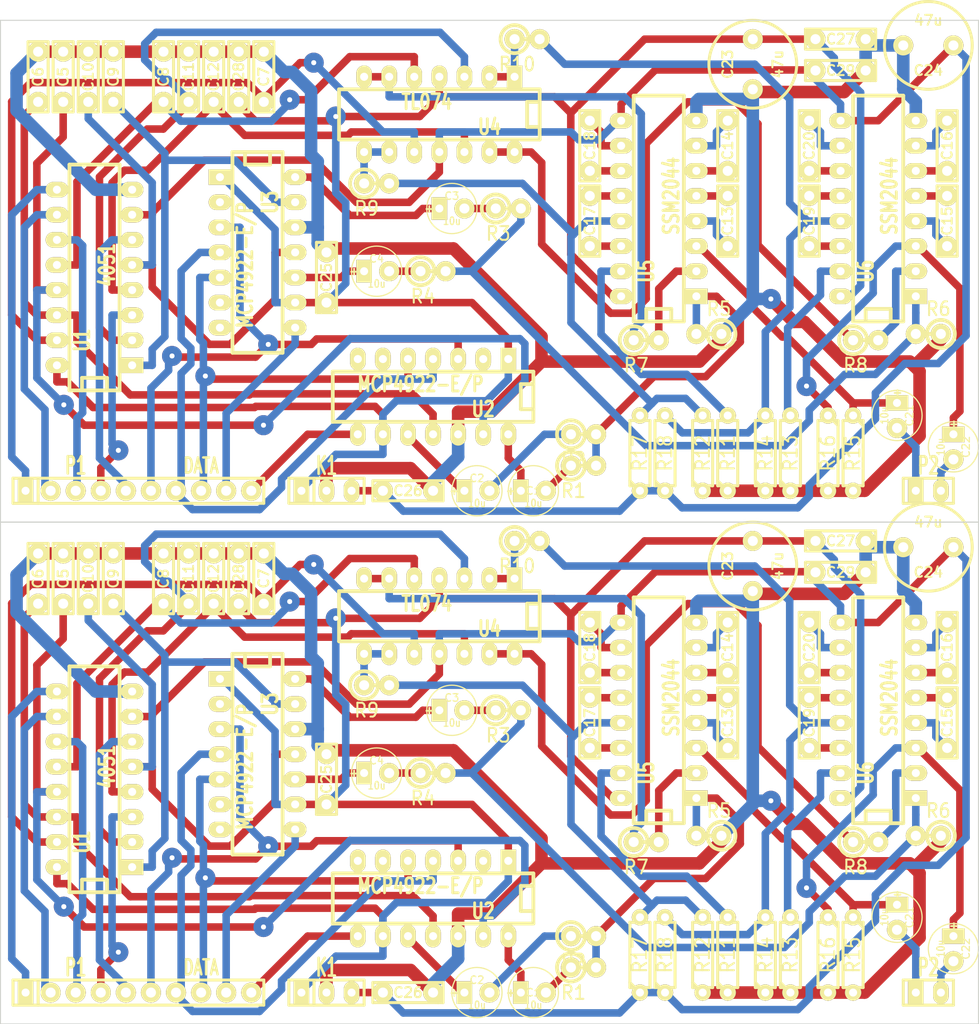
<source format=kicad_pcb>
(kicad_pcb (version 3) (host pcbnew "(2013-07-07 BZR 4022)-stable")
  (title_block (title "Overcycler voice board") (rev 5) (company "GliGli's DIY"))
  (layers (15 F.Cu signal) (0 B.Cu signal) (21 F.SilkS user) (28 Edge.Cuts user))
  (net 0 "")
  (net 1 +5V)
  (net 2 -5V)
  (net 3 //CS)
  (net 4 //LDAC_A)
  (net 5 //LDAC_B)
  (net 6 /OUT_A)
  (net 7 /OUT_B)
  (net 8 /SCK)
  (net 9 /SDI)
  (net 10 GND)
  (net 11 N-000001)
  (net 12 N-0000010)
  (net 13 N-0000011)
  (net 14 N-0000012)
  (net 15 N-0000013)
  (net 16 N-0000014)
  (net 17 N-0000015)
  (net 18 N-0000016)
  (net 19 N-0000017)
  (net 20 N-0000018)
  (net 21 N-0000019)
  (net 22 N-000002)
  (net 23 N-0000020)
  (net 24 N-0000021)
  (net 25 N-0000022)
  (net 26 N-0000023)
  (net 27 N-0000024)
  (net 28 N-0000025)
  (net 29 N-0000026)
  (net 30 N-0000027)
  (net 31 N-0000028)
  (net 32 N-0000029)
  (net 33 N-000003)
  (net 34 N-0000030)
  (net 35 N-0000034)
  (net 36 N-0000038)
  (net 37 N-0000039)
  (net 38 N-000004)
  (net 39 N-0000040)
  (net 40 N-0000041)
  (net 41 N-0000042)
  (net 42 N-0000043)
  (net 43 N-0000044)
  (net 44 N-0000045)
  (net 45 N-0000046)
  (net 46 N-0000047)
  (net 47 N-0000049)
  (net 48 N-000005)
  (net 49 N-0000050)
  (net 50 N-0000055)
  (net 51 N-0000058)
  (net 52 N-0000059)
  (net 53 N-000006)
  (net 54 N-0000060)
  (net 55 N-0000061)
  (net 56 N-0000062)
  (net 57 N-0000063)
  (net 58 N-0000067)
  (net 59 N-000007)
  (net 60 N-000008)
  (net 61 N-000009)
  (module R3-LARGE_PADS (layer F.Cu) (at 118.11 147.955 270)
    (fp_text reference R16 (at 0 0 270) (layer F.SilkS) (effects (font (size 1.397 1.27) (thickness 0.2032))))
    (fp_text value 2k2 hide)
    (pad 1 thru_hole circle (at -3.81 0 270) (size 1.651 1.651) (drill 0.8128) (layers *.Cu *.Mask F.SilkS) (net 36 N-0000038))
    (pad 2 thru_hole circle (at 3.81 0 270) (size 1.651 1.651) (drill 0.8128) (layers *.Cu *.Mask F.SilkS) (net 10 GND))
  )
  (module R3-LARGE_PADS (layer F.Cu) (at 101.6 147.955 90)
    (fp_text reference R18 (at 0 0 90) (layer F.SilkS) (effects (font (size 1.397 1.27) (thickness 0.2032))))
    (fp_text value 18k hide)
    (pad 1 thru_hole circle (at -3.81 0 90) (size 1.651 1.651) (drill 0.8128) (layers *.Cu *.Mask F.SilkS) (net 2 -5V))
    (pad 2 thru_hole circle (at 3.81 0 90) (size 1.651 1.651) (drill 0.8128) (layers *.Cu *.Mask F.SilkS) (net 49 N-0000050))
  )
  (module R3-LARGE_PADS (layer F.Cu) (at 111.76 147.955 90)
    (fp_text reference R14 (at 0 0 90) (layer F.SilkS) (effects (font (size 1.397 1.27) (thickness 0.2032))))
    (fp_text value 470 hide)
    (pad 1 thru_hole circle (at -3.81 0 90) (size 1.651 1.651) (drill 0.8128) (layers *.Cu *.Mask F.SilkS) (net 10 GND))
    (pad 2 thru_hole circle (at 3.81 0 90) (size 1.651 1.651) (drill 0.8128) (layers *.Cu *.Mask F.SilkS) (net 49 N-0000050))
  )
  (module R3-LARGE_PADS (layer F.Cu) (at 114.3 147.955 90)
    (fp_text reference R13 (at 0 0 90) (layer F.SilkS) (effects (font (size 1.397 1.27) (thickness 0.2032))))
    (fp_text value 220 hide)
    (pad 1 thru_hole circle (at -3.81 0 90) (size 1.651 1.651) (drill 0.8128) (layers *.Cu *.Mask F.SilkS) (net 10 GND))
    (pad 2 thru_hole circle (at 3.81 0 90) (size 1.651 1.651) (drill 0.8128) (layers *.Cu *.Mask F.SilkS) (net 60 N-000008))
  )
  (module R3-LARGE_PADS (layer F.Cu) (at 120.65 147.955 270)
    (fp_text reference R15 (at 0 0 270) (layer F.SilkS) (effects (font (size 1.397 1.27) (thickness 0.2032))))
    (fp_text value 2k2 hide)
    (pad 1 thru_hole circle (at -3.81 0 270) (size 1.651 1.651) (drill 0.8128) (layers *.Cu *.Mask F.SilkS) (net 37 N-0000039))
    (pad 2 thru_hole circle (at 3.81 0 270) (size 1.651 1.651) (drill 0.8128) (layers *.Cu *.Mask F.SilkS) (net 10 GND))
  )
  (module R3-LARGE_PADS (layer F.Cu) (at 99.06 147.955 90)
    (fp_text reference R17 (at 0 0 90) (layer F.SilkS) (effects (font (size 1.397 1.27) (thickness 0.2032))))
    (fp_text value 18k hide)
    (pad 1 thru_hole circle (at -3.81 0 90) (size 1.651 1.651) (drill 0.8128) (layers *.Cu *.Mask F.SilkS) (net 2 -5V))
    (pad 2 thru_hole circle (at 3.81 0 90) (size 1.651 1.651) (drill 0.8128) (layers *.Cu *.Mask F.SilkS) (net 44 N-0000045))
  )
  (module R3-LARGE_PADS (layer F.Cu) (at 107.95 147.955 90)
    (fp_text reference R11 (at 0 0 90) (layer F.SilkS) (effects (font (size 1.397 1.27) (thickness 0.2032))))
    (fp_text value 220 hide)
    (pad 1 thru_hole circle (at -3.81 0 90) (size 1.651 1.651) (drill 0.8128) (layers *.Cu *.Mask F.SilkS) (net 10 GND))
    (pad 2 thru_hole circle (at 3.81 0 90) (size 1.651 1.651) (drill 0.8128) (layers *.Cu *.Mask F.SilkS) (net 11 N-000001))
  )
  (module R3-LARGE_PADS (layer F.Cu) (at 105.41 147.955 90)
    (fp_text reference R12 (at 0 0 90) (layer F.SilkS) (effects (font (size 1.397 1.27) (thickness 0.2032))))
    (fp_text value 470 hide)
    (pad 1 thru_hole circle (at -3.81 0 90) (size 1.651 1.651) (drill 0.8128) (layers *.Cu *.Mask F.SilkS) (net 10 GND))
    (pad 2 thru_hole circle (at 3.81 0 90) (size 1.651 1.651) (drill 0.8128) (layers *.Cu *.Mask F.SilkS) (net 44 N-0000045))
  )
  (module R1 (layer F.Cu) (at 87.63 106.045)
    (fp_text reference R10 (at -1.016 2.54) (layer F.SilkS) (effects (font (size 1.397 1.27) (thickness 0.2032))))
    (fp_text value 68k hide)
    (pad 1 thru_hole circle (at -1.27 0) (size 2.032 2.032) (drill 1.016) (layers *.Cu *.Mask F.SilkS) (net 42 N-0000043))
    (pad 2 thru_hole circle (at 1.27 0) (size 2.032 2.032) (drill 1.016) (layers *.Cu *.Mask F.SilkS) (net 49 N-0000050))
  )
  (module R1 (layer F.Cu) (at 72.39 120.65)
    (fp_text reference R9 (at -1.016 2.54) (layer F.SilkS) (effects (font (size 1.397 1.27) (thickness 0.2032))))
    (fp_text value 68k hide)
    (pad 1 thru_hole circle (at -1.27 0) (size 2.032 2.032) (drill 1.016) (layers *.Cu *.Mask F.SilkS) (net 18 N-0000016))
    (pad 2 thru_hole circle (at 1.27 0) (size 2.032 2.032) (drill 1.016) (layers *.Cu *.Mask F.SilkS) (net 44 N-0000045))
  )
  (module R1 (layer F.Cu) (at 128.27 135.89 180)
    (fp_text reference R6 (at -1.016 2.54 180) (layer F.SilkS) (effects (font (size 1.397 1.27) (thickness 0.2032))))
    (fp_text value 220 hide)
    (pad 1 thru_hole circle (at -1.27 0 180) (size 2.032 2.032) (drill 1.016) (layers *.Cu *.Mask F.SilkS) (net 10 GND))
    (pad 2 thru_hole circle (at 1.27 0 180) (size 2.032 2.032) (drill 1.016) (layers *.Cu *.Mask F.SilkS) (net 45 N-0000046))
  )
  (module R1 (layer F.Cu) (at 106.045 135.89 180)
    (fp_text reference R5 (at -1.016 2.54 180) (layer F.SilkS) (effects (font (size 1.397 1.27) (thickness 0.2032))))
    (fp_text value 220 hide)
    (pad 1 thru_hole circle (at -1.27 0 180) (size 2.032 2.032) (drill 1.016) (layers *.Cu *.Mask F.SilkS) (net 10 GND))
    (pad 2 thru_hole circle (at 1.27 0 180) (size 2.032 2.032) (drill 1.016) (layers *.Cu *.Mask F.SilkS) (net 34 N-0000030))
  )
  (module R1 (layer F.Cu) (at 121.92 136.525)
    (fp_text reference R8 (at -1.016 2.54) (layer F.SilkS) (effects (font (size 1.397 1.27) (thickness 0.2032))))
    (fp_text value 4k7 hide)
    (pad 1 thru_hole circle (at -1.27 0) (size 2.032 2.032) (drill 1.016) (layers *.Cu *.Mask F.SilkS) (net 17 N-0000015))
    (pad 2 thru_hole circle (at 1.27 0) (size 2.032 2.032) (drill 1.016) (layers *.Cu *.Mask F.SilkS) (net 43 N-0000044))
  )
  (module R1 (layer F.Cu) (at 99.695 136.525)
    (fp_text reference R7 (at -1.016 2.54) (layer F.SilkS) (effects (font (size 1.397 1.27) (thickness 0.2032))))
    (fp_text value 4k7 hide)
    (pad 1 thru_hole circle (at -1.27 0) (size 2.032 2.032) (drill 1.016) (layers *.Cu *.Mask F.SilkS) (net 46 N-0000047))
    (pad 2 thru_hole circle (at 1.27 0) (size 2.032 2.032) (drill 1.016) (layers *.Cu *.Mask F.SilkS) (net 13 N-0000011))
  )
  (module C1V5 (layer F.Cu) (at 130.81 147.32 270)
    (fp_text reference C22 (at 0 -1.26746 270) (layer F.SilkS) (effects (font (size 0.762 0.762) (thickness 0.127))))
    (fp_text value 10u (at 0 1.27 270) (layer F.SilkS) (effects (font (size 0.762 0.635) (thickness 0.127))))
    (fp_text user + (at -2.286 0 270) (layer F.SilkS) (effects (font (size 0.762 0.762) (thickness 0.2032))))
    (pad 1 thru_hole rect (at -1.27 0 270) (size 1.5748 2.286) (drill 0.8128) (layers *.Cu *.Mask F.SilkS) (net 36 N-0000038))
    (pad 2 thru_hole circle (at 1.27 0 270) (size 2.032 2.032) (drill 1.016) (layers *.Cu *.Mask F.SilkS) (net 7 /OUT_B))
  )
  (module C1V5 (layer F.Cu) (at 125.095 144.145 270)
    (fp_text reference C21 (at 0 -1.26746 270) (layer F.SilkS) (effects (font (size 0.762 0.762) (thickness 0.127))))
    (fp_text value 10u (at 0 1.27 270) (layer F.SilkS) (effects (font (size 0.762 0.635) (thickness 0.127))))
    (fp_text user + (at -2.286 0 270) (layer F.SilkS) (effects (font (size 0.762 0.762) (thickness 0.2032))))
    (pad 1 thru_hole rect (at -1.27 0 270) (size 1.5748 2.286) (drill 0.8128) (layers *.Cu *.Mask F.SilkS) (net 37 N-0000039))
    (pad 2 thru_hole circle (at 1.27 0 270) (size 2.032 2.032) (drill 1.016) (layers *.Cu *.Mask F.SilkS) (net 6 /OUT_A))
  )
  (module C1V5 (layer F.Cu) (at 82.55 151.765)
    (fp_text reference C2 (at 0 -1.26746) (layer F.SilkS) (effects (font (size 0.762 0.762) (thickness 0.127))))
    (fp_text value 10u (at 0 1.27) (layer F.SilkS) (effects (font (size 0.762 0.635) (thickness 0.127))))
    (fp_text user + (at -2.286 0) (layer F.SilkS) (effects (font (size 0.762 0.762) (thickness 0.2032))))
    (pad 1 thru_hole rect (at -1.27 0) (size 1.5748 2.286) (drill 0.8128) (layers *.Cu *.Mask F.SilkS) (net 38 N-000004))
    (pad 2 thru_hole circle (at 1.27 0) (size 2.032 2.032) (drill 1.016) (layers *.Cu *.Mask F.SilkS) (net 25 N-0000022))
  )
  (module C1V5 (layer F.Cu) (at 88.265 151.765)
    (fp_text reference C1 (at 0 0) (layer F.SilkS) (effects (font (size 0.762 0.762) (thickness 0.127))))
    (fp_text value 10u (at 0 1.27) (layer F.SilkS) (effects (font (size 0.762 0.635) (thickness 0.127))))
    (fp_text user + (at -2.286 0) (layer F.SilkS) (effects (font (size 0.762 0.762) (thickness 0.2032))))
    (pad 1 thru_hole rect (at -1.27 0) (size 1.5748 2.286) (drill 0.8128) (layers *.Cu *.Mask F.SilkS) (net 33 N-000003))
    (pad 2 thru_hole circle (at 1.27 0) (size 2.032 2.032) (drill 1.016) (layers *.Cu *.Mask F.SilkS) (net 24 N-0000021))
  )
  (module C1V5 (layer F.Cu) (at 72.39 129.54)
    (fp_text reference C4 (at 0 -1.26746) (layer F.SilkS) (effects (font (size 0.762 0.762) (thickness 0.127))))
    (fp_text value 10u (at 0 1.27) (layer F.SilkS) (effects (font (size 0.762 0.635) (thickness 0.127))))
    (fp_text user + (at -2.286 0) (layer F.SilkS) (effects (font (size 0.762 0.762) (thickness 0.2032))))
    (pad 1 thru_hole rect (at -1.27 0) (size 1.5748 2.286) (drill 0.8128) (layers *.Cu *.Mask F.SilkS) (net 20 N-0000018))
    (pad 2 thru_hole circle (at 1.27 0) (size 2.032 2.032) (drill 1.016) (layers *.Cu *.Mask F.SilkS) (net 21 N-0000019))
  )
  (module C1V5 (layer F.Cu) (at 80.01 123.19)
    (fp_text reference C3 (at 0 -1.26746) (layer F.SilkS) (effects (font (size 0.762 0.762) (thickness 0.127))))
    (fp_text value 10u (at 0 1.27) (layer F.SilkS) (effects (font (size 0.762 0.635) (thickness 0.127))))
    (fp_text user + (at -2.286 0) (layer F.SilkS) (effects (font (size 0.762 0.762) (thickness 0.2032))))
    (pad 1 thru_hole rect (at -1.27 0) (size 1.5748 2.286) (drill 0.8128) (layers *.Cu *.Mask F.SilkS) (net 19 N-0000017))
    (pad 2 thru_hole circle (at 1.27 0) (size 2.032 2.032) (drill 1.016) (layers *.Cu *.Mask F.SilkS) (net 23 N-0000020))
  )
  (module R1 (layer F.Cu) (at 85.725 123.19)
    (fp_text reference R3 (at -1.016 2.54) (layer F.SilkS) (effects (font (size 1.397 1.27) (thickness 0.2032))))
    (fp_text value 15k hide)
    (pad 1 thru_hole circle (at -1.27 0) (size 2.032 2.032) (drill 1.016) (layers *.Cu *.Mask F.SilkS) (net 23 N-0000020))
    (pad 2 thru_hole circle (at 1.27 0) (size 2.032 2.032) (drill 1.016) (layers *.Cu *.Mask F.SilkS) (net 45 N-0000046))
  )
  (module R1 (layer F.Cu) (at 78.105 129.54)
    (fp_text reference R4 (at -1.016 2.54) (layer F.SilkS) (effects (font (size 1.397 1.27) (thickness 0.2032))))
    (fp_text value 15k hide)
    (pad 1 thru_hole circle (at -1.27 0) (size 2.032 2.032) (drill 1.016) (layers *.Cu *.Mask F.SilkS) (net 21 N-0000019))
    (pad 2 thru_hole circle (at 1.27 0) (size 2.032 2.032) (drill 1.016) (layers *.Cu *.Mask F.SilkS) (net 45 N-0000046))
  )
  (module R1 (layer F.Cu) (at 93.345 149.225)
    (fp_text reference R1 (at -1.016 2.54) (layer F.SilkS) (effects (font (size 1.397 1.27) (thickness 0.2032))))
    (fp_text value 15k hide)
    (pad 1 thru_hole circle (at -1.27 0) (size 2.032 2.032) (drill 1.016) (layers *.Cu *.Mask F.SilkS) (net 24 N-0000021))
    (pad 2 thru_hole circle (at 1.27 0) (size 2.032 2.032) (drill 1.016) (layers *.Cu *.Mask F.SilkS) (net 34 N-0000030))
  )
  (module R1 (layer F.Cu) (at 93.345 146.05)
    (fp_text reference R2 (at -1.016 2.54) (layer F.SilkS) (effects (font (size 1.397 1.27) (thickness 0.2032))))
    (fp_text value 15k hide)
    (pad 1 thru_hole circle (at -1.27 0) (size 2.032 2.032) (drill 1.016) (layers *.Cu *.Mask F.SilkS) (net 25 N-0000022))
    (pad 2 thru_hole circle (at 1.27 0) (size 2.032 2.032) (drill 1.016) (layers *.Cu *.Mask F.SilkS) (net 34 N-0000030))
  )
  (module C2 (layer F.Cu) (at 55.88 109.855 90)
    (fp_text reference C12 (at 0 0 90) (layer F.SilkS) (effects (font (size 1.016 1.016) (thickness 0.2032))))
    (fp_text value 100n hide)
    (pad 1 thru_hole circle (at -2.54 0 90) (size 2.032 2.032) (drill 1.016) (layers *.Cu *.Mask F.SilkS) (net 54 N-0000060))
    (pad 2 thru_hole circle (at 2.54 0 90) (size 2.032 2.032) (drill 1.016) (layers *.Cu *.Mask F.SilkS) (net 10 GND))
  )
  (module C2 (layer F.Cu) (at 53.34 109.855 90)
    (fp_text reference C11 (at 0 0 90) (layer F.SilkS) (effects (font (size 1.016 1.016) (thickness 0.2032))))
    (fp_text value 47n hide)
    (pad 1 thru_hole circle (at -2.54 0 90) (size 2.032 2.032) (drill 1.016) (layers *.Cu *.Mask F.SilkS) (net 52 N-0000059))
    (pad 2 thru_hole circle (at 2.54 0 90) (size 2.032 2.032) (drill 1.016) (layers *.Cu *.Mask F.SilkS) (net 10 GND))
  )
  (module C2 (layer F.Cu) (at 43.18 109.855 90)
    (fp_text reference C10 (at 0 0 90) (layer F.SilkS) (effects (font (size 1.016 1.016) (thickness 0.2032))))
    (fp_text value 100n hide)
    (pad 1 thru_hole circle (at -2.54 0 90) (size 2.032 2.032) (drill 1.016) (layers *.Cu *.Mask F.SilkS) (net 50 N-0000055))
    (pad 2 thru_hole circle (at 2.54 0 90) (size 2.032 2.032) (drill 1.016) (layers *.Cu *.Mask F.SilkS) (net 10 GND))
  )
  (module C2 (layer F.Cu) (at 45.72 109.855 90)
    (fp_text reference C9 (at 0 0 90) (layer F.SilkS) (effects (font (size 1.016 1.016) (thickness 0.2032))))
    (fp_text value 100n hide)
    (pad 1 thru_hole circle (at -2.54 0 90) (size 2.032 2.032) (drill 1.016) (layers *.Cu *.Mask F.SilkS) (net 51 N-0000058))
    (pad 2 thru_hole circle (at 2.54 0 90) (size 2.032 2.032) (drill 1.016) (layers *.Cu *.Mask F.SilkS) (net 10 GND))
  )
  (module C2 (layer F.Cu) (at 50.8 109.855 90)
    (fp_text reference C8 (at 0 0 90) (layer F.SilkS) (effects (font (size 1.016 1.016) (thickness 0.2032))))
    (fp_text value 100n hide)
    (pad 1 thru_hole circle (at -2.54 0 90) (size 2.032 2.032) (drill 1.016) (layers *.Cu *.Mask F.SilkS) (net 58 N-0000067))
    (pad 2 thru_hole circle (at 2.54 0 90) (size 2.032 2.032) (drill 1.016) (layers *.Cu *.Mask F.SilkS) (net 10 GND))
  )
  (module C2 (layer F.Cu) (at 60.96 109.855 90)
    (fp_text reference C7 (at 0 0 90) (layer F.SilkS) (effects (font (size 1.016 1.016) (thickness 0.2032))))
    (fp_text value 47n hide)
    (pad 1 thru_hole circle (at -2.54 0 90) (size 2.032 2.032) (drill 1.016) (layers *.Cu *.Mask F.SilkS) (net 57 N-0000063))
    (pad 2 thru_hole circle (at 2.54 0 90) (size 2.032 2.032) (drill 1.016) (layers *.Cu *.Mask F.SilkS) (net 10 GND))
  )
  (module C2 (layer F.Cu) (at 38.1 109.855 90)
    (fp_text reference C6 (at 0 0 90) (layer F.SilkS) (effects (font (size 1.016 1.016) (thickness 0.2032))))
    (fp_text value 100n hide)
    (pad 1 thru_hole circle (at -2.54 0 90) (size 2.032 2.032) (drill 1.016) (layers *.Cu *.Mask F.SilkS) (net 56 N-0000062))
    (pad 2 thru_hole circle (at 2.54 0 90) (size 2.032 2.032) (drill 1.016) (layers *.Cu *.Mask F.SilkS) (net 10 GND))
  )
  (module C2 (layer F.Cu) (at 40.64 109.855 90)
    (fp_text reference C5 (at 0 0 90) (layer F.SilkS) (effects (font (size 1.016 1.016) (thickness 0.2032))))
    (fp_text value 100n hide)
    (pad 1 thru_hole circle (at -2.54 0 90) (size 2.032 2.032) (drill 1.016) (layers *.Cu *.Mask F.SilkS) (net 55 N-0000061))
    (pad 2 thru_hole circle (at 2.54 0 90) (size 2.032 2.032) (drill 1.016) (layers *.Cu *.Mask F.SilkS) (net 10 GND))
  )
  (module C2 (layer F.Cu) (at 67.31 130.175 90)
    (fp_text reference C25 (at 0 0 90) (layer F.SilkS) (effects (font (size 1.016 1.016) (thickness 0.2032))))
    (fp_text value 100n hide)
    (pad 1 thru_hole circle (at -2.54 0 90) (size 2.032 2.032) (drill 1.016) (layers *.Cu *.Mask F.SilkS) (net 1 +5V))
    (pad 2 thru_hole circle (at 2.54 0 90) (size 2.032 2.032) (drill 1.016) (layers *.Cu *.Mask F.SilkS) (net 10 GND))
  )
  (module C2 (layer F.Cu) (at 58.42 109.855 90)
    (fp_text reference C28 (at 0 0 90) (layer F.SilkS) (effects (font (size 1.016 1.016) (thickness 0.2032))))
    (fp_text value 100n hide)
    (pad 1 thru_hole circle (at -2.54 0 90) (size 2.032 2.032) (drill 1.016) (layers *.Cu *.Mask F.SilkS) (net 1 +5V))
    (pad 2 thru_hole circle (at 2.54 0 90) (size 2.032 2.032) (drill 1.016) (layers *.Cu *.Mask F.SilkS) (net 10 GND))
  )
  (module C2 (layer F.Cu) (at 75.565 151.765 180)
    (fp_text reference C26 (at 0 0 180) (layer F.SilkS) (effects (font (size 1.016 1.016) (thickness 0.2032))))
    (fp_text value 100n hide)
    (pad 1 thru_hole circle (at -2.54 0 180) (size 2.032 2.032) (drill 1.016) (layers *.Cu *.Mask F.SilkS) (net 10 GND))
    (pad 2 thru_hole circle (at 2.54 0 180) (size 2.032 2.032) (drill 1.016) (layers *.Cu *.Mask F.SilkS) (net 2 -5V))
  )
  (module DIP-14__300_ELL (layer F.Cu) (at 78.74 113.665 180)
    (fp_text reference U4 (at -5.08 -1.27 180) (layer F.SilkS) (effects (font (size 1.524 1.143) (thickness 0.3048))))
    (fp_text value TL074 (at 1.27 1.27 180) (layer F.SilkS) (effects (font (size 1.524 1.143) (thickness 0.3048))))
    (pad 1 thru_hole rect (at -7.62 3.81 180) (size 1.5748 2.286) (drill 0.8128) (layers *.Cu *.Mask F.SilkS) (net 42 N-0000043))
    (pad 2 thru_hole oval (at -5.08 3.81 180) (size 1.5748 2.286) (drill 0.8128) (layers *.Cu *.Mask F.SilkS) (net 42 N-0000043))
    (pad 3 thru_hole oval (at -2.54 3.81 180) (size 1.5748 2.286) (drill 0.8128) (layers *.Cu *.Mask F.SilkS) (net 52 N-0000059))
    (pad 4 thru_hole oval (at 0 3.81 180) (size 1.5748 2.286) (drill 0.8128) (layers *.Cu *.Mask F.SilkS) (net 1 +5V))
    (pad 5 thru_hole oval (at 2.54 3.81 180) (size 1.5748 2.286) (drill 0.8128) (layers *.Cu *.Mask F.SilkS) (net 58 N-0000067))
    (pad 6 thru_hole oval (at 5.08 3.81 180) (size 1.5748 2.286) (drill 0.8128) (layers *.Cu *.Mask F.SilkS) (net 46 N-0000047))
    (pad 7 thru_hole oval (at 7.62 3.81 180) (size 1.5748 2.286) (drill 0.8128) (layers *.Cu *.Mask F.SilkS) (net 46 N-0000047))
    (pad 8 thru_hole oval (at 7.62 -3.81 180) (size 1.5748 2.286) (drill 0.8128) (layers *.Cu *.Mask F.SilkS) (net 18 N-0000016))
    (pad 9 thru_hole oval (at 5.08 -3.81 180) (size 1.5748 2.286) (drill 0.8128) (layers *.Cu *.Mask F.SilkS) (net 18 N-0000016))
    (pad 10 thru_hole oval (at 2.54 -3.81 180) (size 1.5748 2.286) (drill 0.8128) (layers *.Cu *.Mask F.SilkS) (net 57 N-0000063))
    (pad 11 thru_hole oval (at 0 -3.81 180) (size 1.5748 2.286) (drill 0.8128) (layers *.Cu *.Mask F.SilkS) (net 2 -5V))
    (pad 12 thru_hole oval (at -2.54 -3.81 180) (size 1.5748 2.286) (drill 0.8128) (layers *.Cu *.Mask F.SilkS) (net 54 N-0000060))
    (pad 13 thru_hole oval (at -5.08 -3.81 180) (size 1.5748 2.286) (drill 0.8128) (layers *.Cu *.Mask F.SilkS) (net 17 N-0000015))
    (pad 14 thru_hole oval (at -7.62 -3.81 180) (size 1.5748 2.286) (drill 0.8128) (layers *.Cu *.Mask F.SilkS) (net 17 N-0000015))
  )
  (module DIP-14__300_ELL (layer F.Cu) (at 60.325 127.635 270)
    (fp_text reference U3 (at -5.08 -1.27 270) (layer F.SilkS) (effects (font (size 1.524 1.143) (thickness 0.3048))))
    (fp_text value MCP4922-E/P (at 1.27 1.27 270) (layer F.SilkS) (effects (font (size 1.524 1.143) (thickness 0.3048))))
    (pad 1 thru_hole rect (at -7.62 3.81 270) (size 1.5748 2.286) (drill 0.8128) (layers *.Cu *.Mask F.SilkS) (net 1 +5V))
    (pad 2 thru_hole oval (at -5.08 3.81 270) (size 1.5748 2.286) (drill 0.8128) (layers *.Cu *.Mask F.SilkS))
    (pad 3 thru_hole oval (at -2.54 3.81 270) (size 1.5748 2.286) (drill 0.8128) (layers *.Cu *.Mask F.SilkS) (net 3 //CS))
    (pad 4 thru_hole oval (at 0 3.81 270) (size 1.5748 2.286) (drill 0.8128) (layers *.Cu *.Mask F.SilkS) (net 8 /SCK))
    (pad 5 thru_hole oval (at 2.54 3.81 270) (size 1.5748 2.286) (drill 0.8128) (layers *.Cu *.Mask F.SilkS) (net 9 /SDI))
    (pad 6 thru_hole oval (at 5.08 3.81 270) (size 1.5748 2.286) (drill 0.8128) (layers *.Cu *.Mask F.SilkS))
    (pad 7 thru_hole oval (at 7.62 3.81 270) (size 1.5748 2.286) (drill 0.8128) (layers *.Cu *.Mask F.SilkS))
    (pad 8 thru_hole oval (at 7.62 -3.81 270) (size 1.5748 2.286) (drill 0.8128) (layers *.Cu *.Mask F.SilkS) (net 5 //LDAC_B))
    (pad 9 thru_hole oval (at 5.08 -3.81 270) (size 1.5748 2.286) (drill 0.8128) (layers *.Cu *.Mask F.SilkS) (net 1 +5V))
    (pad 10 thru_hole oval (at 2.54 -3.81 270) (size 1.5748 2.286) (drill 0.8128) (layers *.Cu *.Mask F.SilkS) (net 20 N-0000018))
    (pad 11 thru_hole oval (at 0 -3.81 270) (size 1.5748 2.286) (drill 0.8128) (layers *.Cu *.Mask F.SilkS) (net 50 N-0000055))
    (pad 12 thru_hole oval (at -2.54 -3.81 270) (size 1.5748 2.286) (drill 0.8128) (layers *.Cu *.Mask F.SilkS) (net 10 GND))
    (pad 13 thru_hole oval (at -5.08 -3.81 270) (size 1.5748 2.286) (drill 0.8128) (layers *.Cu *.Mask F.SilkS) (net 51 N-0000058))
    (pad 14 thru_hole oval (at -7.62 -3.81 270) (size 1.5748 2.286) (drill 0.8128) (layers *.Cu *.Mask F.SilkS) (net 19 N-0000017))
  )
  (module DIP-14__300_ELL (layer F.Cu) (at 78.105 142.24 180)
    (fp_text reference U2 (at -5.08 -1.27 180) (layer F.SilkS) (effects (font (size 1.524 1.143) (thickness 0.3048))))
    (fp_text value MCP4922-E/P (at 1.27 1.27 180) (layer F.SilkS) (effects (font (size 1.524 1.143) (thickness 0.3048))))
    (pad 1 thru_hole rect (at -7.62 3.81 180) (size 1.5748 2.286) (drill 0.8128) (layers *.Cu *.Mask F.SilkS) (net 1 +5V))
    (pad 2 thru_hole oval (at -5.08 3.81 180) (size 1.5748 2.286) (drill 0.8128) (layers *.Cu *.Mask F.SilkS))
    (pad 3 thru_hole oval (at -2.54 3.81 180) (size 1.5748 2.286) (drill 0.8128) (layers *.Cu *.Mask F.SilkS) (net 3 //CS))
    (pad 4 thru_hole oval (at 0 3.81 180) (size 1.5748 2.286) (drill 0.8128) (layers *.Cu *.Mask F.SilkS) (net 8 /SCK))
    (pad 5 thru_hole oval (at 2.54 3.81 180) (size 1.5748 2.286) (drill 0.8128) (layers *.Cu *.Mask F.SilkS) (net 9 /SDI))
    (pad 6 thru_hole oval (at 5.08 3.81 180) (size 1.5748 2.286) (drill 0.8128) (layers *.Cu *.Mask F.SilkS))
    (pad 7 thru_hole oval (at 7.62 3.81 180) (size 1.5748 2.286) (drill 0.8128) (layers *.Cu *.Mask F.SilkS))
    (pad 8 thru_hole oval (at 7.62 -3.81 180) (size 1.5748 2.286) (drill 0.8128) (layers *.Cu *.Mask F.SilkS) (net 4 //LDAC_A))
    (pad 9 thru_hole oval (at 5.08 -3.81 180) (size 1.5748 2.286) (drill 0.8128) (layers *.Cu *.Mask F.SilkS) (net 1 +5V))
    (pad 10 thru_hole oval (at 2.54 -3.81 180) (size 1.5748 2.286) (drill 0.8128) (layers *.Cu *.Mask F.SilkS) (net 38 N-000004))
    (pad 11 thru_hole oval (at 0 -3.81 180) (size 1.5748 2.286) (drill 0.8128) (layers *.Cu *.Mask F.SilkS) (net 56 N-0000062))
    (pad 12 thru_hole oval (at -2.54 -3.81 180) (size 1.5748 2.286) (drill 0.8128) (layers *.Cu *.Mask F.SilkS) (net 10 GND))
    (pad 13 thru_hole oval (at -5.08 -3.81 180) (size 1.5748 2.286) (drill 0.8128) (layers *.Cu *.Mask F.SilkS) (net 55 N-0000061))
    (pad 14 thru_hole oval (at -7.62 -3.81 180) (size 1.5748 2.286) (drill 0.8128) (layers *.Cu *.Mask F.SilkS) (net 33 N-000003))
  )
  (module DIP-16__300_ELL (layer F.Cu) (at 43.815 130.175 90)
    (fp_text reference U1 (at -6.35 -1.27 90) (layer F.SilkS) (effects (font (size 1.524 1.143) (thickness 0.3048))))
    (fp_text value 4051 (at 1.27 1.27 90) (layer F.SilkS) (effects (font (size 1.524 1.143) (thickness 0.3048))))
    (pad 1 thru_hole rect (at -8.89 3.81 90) (size 1.5748 2.286) (drill 0.8128) (layers *.Cu *.Mask F.SilkS) (net 51 N-0000058))
    (pad 2 thru_hole oval (at -6.35 3.81 90) (size 1.5748 2.286) (drill 0.8128) (layers *.Cu *.Mask F.SilkS) (net 52 N-0000059))
    (pad 3 thru_hole oval (at -3.81 3.81 90) (size 1.5748 2.286) (drill 0.8128) (layers *.Cu *.Mask F.SilkS) (net 35 N-0000034))
    (pad 4 thru_hole oval (at -1.27 3.81 90) (size 1.5748 2.286) (drill 0.8128) (layers *.Cu *.Mask F.SilkS) (net 54 N-0000060))
    (pad 5 thru_hole oval (at 1.27 3.81 90) (size 1.5748 2.286) (drill 0.8128) (layers *.Cu *.Mask F.SilkS) (net 50 N-0000055))
    (pad 6 thru_hole oval (at 3.81 3.81 90) (size 1.5748 2.286) (drill 0.8128) (layers *.Cu *.Mask F.SilkS) (net 40 N-0000041))
    (pad 7 thru_hole oval (at 6.35 3.81 90) (size 1.5748 2.286) (drill 0.8128) (layers *.Cu *.Mask F.SilkS) (net 2 -5V))
    (pad 8 thru_hole oval (at 8.89 3.81 90) (size 1.5748 2.286) (drill 0.8128) (layers *.Cu *.Mask F.SilkS) (net 10 GND))
    (pad 9 thru_hole oval (at 8.89 -3.81 90) (size 1.5748 2.286) (drill 0.8128) (layers *.Cu *.Mask F.SilkS) (net 39 N-0000040))
    (pad 10 thru_hole oval (at 6.35 -3.81 90) (size 1.5748 2.286) (drill 0.8128) (layers *.Cu *.Mask F.SilkS) (net 41 N-0000042))
    (pad 11 thru_hole oval (at 3.81 -3.81 90) (size 1.5748 2.286) (drill 0.8128) (layers *.Cu *.Mask F.SilkS) (net 47 N-0000049))
    (pad 12 thru_hole oval (at 1.27 -3.81 90) (size 1.5748 2.286) (drill 0.8128) (layers *.Cu *.Mask F.SilkS) (net 58 N-0000067))
    (pad 13 thru_hole oval (at -1.27 -3.81 90) (size 1.5748 2.286) (drill 0.8128) (layers *.Cu *.Mask F.SilkS) (net 55 N-0000061))
    (pad 14 thru_hole oval (at -3.81 -3.81 90) (size 1.5748 2.286) (drill 0.8128) (layers *.Cu *.Mask F.SilkS) (net 56 N-0000062))
    (pad 15 thru_hole oval (at -6.35 -3.81 90) (size 1.5748 2.286) (drill 0.8128) (layers *.Cu *.Mask F.SilkS) (net 57 N-0000063))
    (pad 16 thru_hole oval (at -8.89 -3.81 90) (size 1.5748 2.286) (drill 0.8128) (layers *.Cu *.Mask F.SilkS) (net 1 +5V))
  )
  (module SIL-10 (layer F.Cu) (at 48.26 151.765)
    (fp_text reference P1 (at -6.35 -2.54) (layer F.SilkS) (effects (font (size 1.72974 1.08712) (thickness 0.3048))))
    (fp_text value DATA (at 6.35 -2.54) (layer F.SilkS) (effects (font (size 1.524 1.016) (thickness 0.3048))))
    (pad 1 thru_hole rect (at -11.43 0) (size 1.5748 2.286) (drill 0.8128) (layers *.Cu *.Mask F.SilkS) (net 39 N-0000040))
    (pad 2 thru_hole circle (at -8.89 0) (size 2.032 2.032) (drill 1.016) (layers *.Cu *.Mask F.SilkS) (net 41 N-0000042))
    (pad 3 thru_hole circle (at -6.35 0) (size 2.032 2.032) (drill 1.016) (layers *.Cu *.Mask F.SilkS) (net 47 N-0000049))
    (pad 4 thru_hole circle (at -3.81 0) (size 2.032 2.032) (drill 1.016) (layers *.Cu *.Mask F.SilkS) (net 35 N-0000034))
    (pad 5 thru_hole circle (at -1.27 0) (size 2.032 2.032) (drill 1.016) (layers *.Cu *.Mask F.SilkS) (net 40 N-0000041))
    (pad 6 thru_hole circle (at 1.27 0) (size 2.032 2.032) (drill 1.016) (layers *.Cu *.Mask F.SilkS) (net 3 //CS))
    (pad 7 thru_hole circle (at 3.81 0) (size 2.032 2.032) (drill 1.016) (layers *.Cu *.Mask F.SilkS) (net 8 /SCK))
    (pad 8 thru_hole circle (at 6.35 0) (size 2.032 2.032) (drill 1.016) (layers *.Cu *.Mask F.SilkS) (net 9 /SDI))
    (pad 9 thru_hole circle (at 8.89 0) (size 2.032 2.032) (drill 1.016) (layers *.Cu *.Mask F.SilkS) (net 5 //LDAC_B))
    (pad 10 thru_hole circle (at 11.43 0) (size 2.032 2.032) (drill 1.016) (layers *.Cu *.Mask F.SilkS) (net 4 //LDAC_A))
  )
  (module C2 (layer F.Cu) (at 119.38 109.22 180)
    (fp_text reference C29 (at 0 0 180) (layer F.SilkS) (effects (font (size 1.016 1.016) (thickness 0.2032))))
    (fp_text value 100n hide)
    (pad 1 thru_hole circle (at -2.54 0 180) (size 2.032 2.032) (drill 1.016) (layers *.Cu *.Mask F.SilkS) (net 10 GND))
    (pad 2 thru_hole circle (at 2.54 0 180) (size 2.032 2.032) (drill 1.016) (layers *.Cu *.Mask F.SilkS) (net 2 -5V))
  )
  (module C2 (layer F.Cu) (at 119.38 106.045)
    (fp_text reference C27 (at 0 0) (layer F.SilkS) (effects (font (size 1.016 1.016) (thickness 0.2032))))
    (fp_text value 100n hide)
    (pad 1 thru_hole circle (at -2.54 0) (size 2.032 2.032) (drill 1.016) (layers *.Cu *.Mask F.SilkS) (net 1 +5V))
    (pad 2 thru_hole circle (at 2.54 0) (size 2.032 2.032) (drill 1.016) (layers *.Cu *.Mask F.SilkS) (net 10 GND))
  )
  (module C2 (layer F.Cu) (at 116.205 116.84 270)
    (fp_text reference C20 (at 0 0 270) (layer F.SilkS) (effects (font (size 1.016 1.016) (thickness 0.2032))))
    (fp_text value 10n hide)
    (pad 1 thru_hole circle (at -2.54 0 270) (size 2.032 2.032) (drill 1.016) (layers *.Cu *.Mask F.SilkS) (net 53 N-000006))
    (pad 2 thru_hole circle (at 2.54 0 270) (size 2.032 2.032) (drill 1.016) (layers *.Cu *.Mask F.SilkS) (net 48 N-000005))
  )
  (module C2 (layer F.Cu) (at 116.205 124.46 270)
    (fp_text reference C19 (at 0 0 270) (layer F.SilkS) (effects (font (size 1.016 1.016) (thickness 0.2032))))
    (fp_text value 10n hide)
    (pad 1 thru_hole circle (at -2.54 0 270) (size 2.032 2.032) (drill 1.016) (layers *.Cu *.Mask F.SilkS) (net 61 N-000009))
    (pad 2 thru_hole circle (at 2.54 0 270) (size 2.032 2.032) (drill 1.016) (layers *.Cu *.Mask F.SilkS) (net 59 N-000007))
  )
  (module C2 (layer F.Cu) (at 130.175 116.84 90)
    (fp_text reference C16 (at 0 0 90) (layer F.SilkS) (effects (font (size 1.016 1.016) (thickness 0.2032))))
    (fp_text value 10n hide)
    (pad 1 thru_hole circle (at -2.54 0 90) (size 2.032 2.032) (drill 1.016) (layers *.Cu *.Mask F.SilkS) (net 16 N-0000014))
    (pad 2 thru_hole circle (at 2.54 0 90) (size 2.032 2.032) (drill 1.016) (layers *.Cu *.Mask F.SilkS) (net 14 N-0000012))
  )
  (module C2 (layer F.Cu) (at 130.175 124.46 90)
    (fp_text reference C15 (at 0 0 90) (layer F.SilkS) (effects (font (size 1.016 1.016) (thickness 0.2032))))
    (fp_text value 820p hide)
    (pad 1 thru_hole circle (at -2.54 0 90) (size 2.032 2.032) (drill 1.016) (layers *.Cu *.Mask F.SilkS) (net 12 N-0000010))
    (pad 2 thru_hole circle (at 2.54 0 90) (size 2.032 2.032) (drill 1.016) (layers *.Cu *.Mask F.SilkS) (net 15 N-0000013))
  )
  (module C2 (layer F.Cu) (at 107.95 116.84 90)
    (fp_text reference C14 (at 0 0 90) (layer F.SilkS) (effects (font (size 1.016 1.016) (thickness 0.2032))))
    (fp_text value 10n hide)
    (pad 1 thru_hole circle (at -2.54 0 90) (size 2.032 2.032) (drill 1.016) (layers *.Cu *.Mask F.SilkS) (net 27 N-0000024))
    (pad 2 thru_hole circle (at 2.54 0 90) (size 2.032 2.032) (drill 1.016) (layers *.Cu *.Mask F.SilkS) (net 28 N-0000025))
  )
  (module C2 (layer F.Cu) (at 93.98 124.46 270)
    (fp_text reference C17 (at 0 0 270) (layer F.SilkS) (effects (font (size 1.016 1.016) (thickness 0.2032))))
    (fp_text value 10n hide)
    (pad 1 thru_hole circle (at -2.54 0 270) (size 2.032 2.032) (drill 1.016) (layers *.Cu *.Mask F.SilkS) (net 30 N-0000027))
    (pad 2 thru_hole circle (at 2.54 0 270) (size 2.032 2.032) (drill 1.016) (layers *.Cu *.Mask F.SilkS) (net 26 N-0000023))
  )
  (module C2 (layer F.Cu) (at 93.98 116.84 270)
    (fp_text reference C18 (at 0 0 270) (layer F.SilkS) (effects (font (size 1.016 1.016) (thickness 0.2032))))
    (fp_text value 10n hide)
    (pad 1 thru_hole circle (at -2.54 0 270) (size 2.032 2.032) (drill 1.016) (layers *.Cu *.Mask F.SilkS) (net 32 N-0000029))
    (pad 2 thru_hole circle (at 2.54 0 270) (size 2.032 2.032) (drill 1.016) (layers *.Cu *.Mask F.SilkS) (net 31 N-0000028))
  )
  (module C2 (layer F.Cu) (at 107.95 124.46 90)
    (fp_text reference C13 (at 0 0 90) (layer F.SilkS) (effects (font (size 1.016 1.016) (thickness 0.2032))))
    (fp_text value 820p hide)
    (pad 1 thru_hole circle (at -2.54 0 90) (size 2.032 2.032) (drill 1.016) (layers *.Cu *.Mask F.SilkS) (net 22 N-000002))
    (pad 2 thru_hole circle (at 2.54 0 90) (size 2.032 2.032) (drill 1.016) (layers *.Cu *.Mask F.SilkS) (net 29 N-0000026))
  )
  (module C2V8 (layer F.Cu) (at 110.49 108.585 270)
    (fp_text reference C23 (at 0 2.54 270) (layer F.SilkS) (effects (font (size 1.016 1.016) (thickness 0.2032))))
    (fp_text value 47u (at 0 -2.54 270) (layer F.SilkS) (effects (font (size 1.016 1.016) (thickness 0.2032))))
    (pad 1 thru_hole circle (at -2.54 0 270) (size 2.032 2.032) (drill 1.016) (layers *.Cu *.Mask F.SilkS) (net 1 +5V))
    (pad 2 thru_hole circle (at 2.54 0 270) (size 2.032 2.032) (drill 1.016) (layers *.Cu *.Mask F.SilkS) (net 10 GND))
  )
  (module C2V8 (layer F.Cu) (at 128.27 106.68)
    (fp_text reference C24 (at 0 2.54) (layer F.SilkS) (effects (font (size 1.016 1.016) (thickness 0.2032))))
    (fp_text value 47u (at 0 -2.54) (layer F.SilkS) (effects (font (size 1.016 1.016) (thickness 0.2032))))
    (pad 1 thru_hole circle (at -2.54 0) (size 2.032 2.032) (drill 1.016) (layers *.Cu *.Mask F.SilkS) (net 10 GND))
    (pad 2 thru_hole circle (at 2.54 0) (size 2.032 2.032) (drill 1.016) (layers *.Cu *.Mask F.SilkS) (net 2 -5V))
  )
  (module DIP-16__300_ELL (layer F.Cu) (at 123.19 123.19 90)
    (fp_text reference U6 (at -6.35 -1.27 90) (layer F.SilkS) (effects (font (size 1.524 1.143) (thickness 0.3048))))
    (fp_text value SSM2044 (at 1.27 1.143 90) (layer F.SilkS) (effects (font (size 1.524 1.143) (thickness 0.3048))))
    (pad 1 thru_hole rect (at -8.89 3.81 90) (size 1.5748 2.286) (drill 0.8128) (layers *.Cu *.Mask F.SilkS) (net 45 N-0000046))
    (pad 2 thru_hole oval (at -6.35 3.81 90) (size 1.5748 2.286) (drill 0.8128) (layers *.Cu *.Mask F.SilkS) (net 43 N-0000044))
    (pad 3 thru_hole oval (at -3.81 3.81 90) (size 1.5748 2.286) (drill 0.8128) (layers *.Cu *.Mask F.SilkS) (net 36 N-0000038))
    (pad 4 thru_hole oval (at -1.27 3.81 90) (size 1.5748 2.286) (drill 0.8128) (layers *.Cu *.Mask F.SilkS) (net 12 N-0000010))
    (pad 5 thru_hole oval (at 1.27 3.81 90) (size 1.5748 2.286) (drill 0.8128) (layers *.Cu *.Mask F.SilkS) (net 15 N-0000013))
    (pad 6 thru_hole oval (at 3.81 3.81 90) (size 1.5748 2.286) (drill 0.8128) (layers *.Cu *.Mask F.SilkS) (net 16 N-0000014))
    (pad 7 thru_hole oval (at 6.35 3.81 90) (size 1.5748 2.286) (drill 0.8128) (layers *.Cu *.Mask F.SilkS) (net 14 N-0000012))
    (pad 8 thru_hole oval (at 8.89 3.81 90) (size 1.5748 2.286) (drill 0.8128) (layers *.Cu *.Mask F.SilkS) (net 10 GND))
    (pad 9 thru_hole oval (at 8.89 -3.81 90) (size 1.5748 2.286) (drill 0.8128) (layers *.Cu *.Mask F.SilkS) (net 2 -5V))
    (pad 10 thru_hole oval (at 6.35 -3.81 90) (size 1.5748 2.286) (drill 0.8128) (layers *.Cu *.Mask F.SilkS) (net 53 N-000006))
    (pad 11 thru_hole oval (at 3.81 -3.81 90) (size 1.5748 2.286) (drill 0.8128) (layers *.Cu *.Mask F.SilkS) (net 48 N-000005))
    (pad 12 thru_hole oval (at 1.27 -3.81 90) (size 1.5748 2.286) (drill 0.8128) (layers *.Cu *.Mask F.SilkS) (net 61 N-000009))
    (pad 13 thru_hole oval (at -1.27 -3.81 90) (size 1.5748 2.286) (drill 0.8128) (layers *.Cu *.Mask F.SilkS) (net 49 N-0000050))
    (pad 14 thru_hole oval (at -3.81 -3.81 90) (size 1.5748 2.286) (drill 0.8128) (layers *.Cu *.Mask F.SilkS) (net 59 N-000007))
    (pad 15 thru_hole oval (at -6.35 -3.81 90) (size 1.5748 2.286) (drill 0.8128) (layers *.Cu *.Mask F.SilkS) (net 60 N-000008))
    (pad 16 thru_hole oval (at -8.89 -3.81 90) (size 1.5748 2.286) (drill 0.8128) (layers *.Cu *.Mask F.SilkS) (net 1 +5V))
  )
  (module DIP-16__300_ELL (layer F.Cu) (at 100.965 123.19 90)
    (fp_text reference U5 (at -6.35 -1.27 90) (layer F.SilkS) (effects (font (size 1.524 1.143) (thickness 0.3048))))
    (fp_text value SSM2044 (at 1.27 1.27 90) (layer F.SilkS) (effects (font (size 1.524 1.143) (thickness 0.3048))))
    (pad 1 thru_hole rect (at -8.89 3.81 90) (size 1.5748 2.286) (drill 0.8128) (layers *.Cu *.Mask F.SilkS) (net 34 N-0000030))
    (pad 2 thru_hole oval (at -6.35 3.81 90) (size 1.5748 2.286) (drill 0.8128) (layers *.Cu *.Mask F.SilkS) (net 13 N-0000011))
    (pad 3 thru_hole oval (at -3.81 3.81 90) (size 1.5748 2.286) (drill 0.8128) (layers *.Cu *.Mask F.SilkS) (net 37 N-0000039))
    (pad 4 thru_hole oval (at -1.27 3.81 90) (size 1.5748 2.286) (drill 0.8128) (layers *.Cu *.Mask F.SilkS) (net 22 N-000002))
    (pad 5 thru_hole oval (at 1.27 3.81 90) (size 1.5748 2.286) (drill 0.8128) (layers *.Cu *.Mask F.SilkS) (net 29 N-0000026))
    (pad 6 thru_hole oval (at 3.81 3.81 90) (size 1.5748 2.286) (drill 0.8128) (layers *.Cu *.Mask F.SilkS) (net 27 N-0000024))
    (pad 7 thru_hole oval (at 6.35 3.81 90) (size 1.5748 2.286) (drill 0.8128) (layers *.Cu *.Mask F.SilkS) (net 28 N-0000025))
    (pad 8 thru_hole oval (at 8.89 3.81 90) (size 1.5748 2.286) (drill 0.8128) (layers *.Cu *.Mask F.SilkS) (net 10 GND))
    (pad 9 thru_hole oval (at 8.89 -3.81 90) (size 1.5748 2.286) (drill 0.8128) (layers *.Cu *.Mask F.SilkS) (net 2 -5V))
    (pad 10 thru_hole oval (at 6.35 -3.81 90) (size 1.5748 2.286) (drill 0.8128) (layers *.Cu *.Mask F.SilkS) (net 32 N-0000029))
    (pad 11 thru_hole oval (at 3.81 -3.81 90) (size 1.5748 2.286) (drill 0.8128) (layers *.Cu *.Mask F.SilkS) (net 31 N-0000028))
    (pad 12 thru_hole oval (at 1.27 -3.81 90) (size 1.5748 2.286) (drill 0.8128) (layers *.Cu *.Mask F.SilkS) (net 30 N-0000027))
    (pad 13 thru_hole oval (at -1.27 -3.81 90) (size 1.5748 2.286) (drill 0.8128) (layers *.Cu *.Mask F.SilkS) (net 44 N-0000045))
    (pad 14 thru_hole oval (at -3.81 -3.81 90) (size 1.5748 2.286) (drill 0.8128) (layers *.Cu *.Mask F.SilkS) (net 26 N-0000023))
    (pad 15 thru_hole oval (at -6.35 -3.81 90) (size 1.5748 2.286) (drill 0.8128) (layers *.Cu *.Mask F.SilkS) (net 11 N-000001))
    (pad 16 thru_hole oval (at -8.89 -3.81 90) (size 1.5748 2.286) (drill 0.8128) (layers *.Cu *.Mask F.SilkS) (net 1 +5V))
  )
  (module SIL-2 (layer F.Cu) (at 128.27 151.765)
    (fp_text reference P2 (at 0 -2.54) (layer F.SilkS) (effects (font (size 1.72974 1.08712) (thickness 0.3048))))
    (fp_text value OUT hide)
    (pad 1 thru_hole rect (at -1.27 0) (size 1.5748 2.286) (drill 0.8128) (layers *.Cu *.Mask F.SilkS) (net 6 /OUT_A))
    (pad 2 thru_hole oval (at 1.27 0) (size 1.5748 2.286) (drill 0.8128) (layers *.Cu *.Mask F.SilkS) (net 7 /OUT_B))
  )
  (module SIL-3 (layer F.Cu) (at 67.31 151.765)
    (fp_text reference K1 (at 0 -2.54) (layer F.SilkS) (effects (font (size 1.7907 1.07696) (thickness 0.3048))))
    (fp_text value PWR hide)
    (pad 1 thru_hole rect (at -2.54 0) (size 1.5748 2.286) (drill 0.8128) (layers *.Cu *.Mask F.SilkS) (net 1 +5V))
    (pad 2 thru_hole oval (at 0 0) (size 1.5748 2.286) (drill 0.8128) (layers *.Cu *.Mask F.SilkS) (net 10 GND))
    (pad 3 thru_hole oval (at 2.54 0) (size 1.5748 2.286) (drill 0.8128) (layers *.Cu *.Mask F.SilkS) (net 2 -5V))
  )
  (module SIL-3 (layer F.Cu) (at 67.31 100.965)
    (fp_text reference K1 (at 0 -2.54) (layer F.SilkS) (effects (font (size 1.7907 1.07696) (thickness 0.3048))))
    (fp_text value PWR hide)
    (pad 1 thru_hole rect (at -2.54 0) (size 1.5748 2.286) (drill 0.8128) (layers *.Cu *.Mask F.SilkS) (net 1 +5V))
    (pad 2 thru_hole oval (at 0 0) (size 1.5748 2.286) (drill 0.8128) (layers *.Cu *.Mask F.SilkS) (net 10 GND))
    (pad 3 thru_hole oval (at 2.54 0) (size 1.5748 2.286) (drill 0.8128) (layers *.Cu *.Mask F.SilkS) (net 2 -5V))
  )
  (module SIL-2 (layer F.Cu) (at 128.27 100.965)
    (fp_text reference P2 (at 0 -2.54) (layer F.SilkS) (effects (font (size 1.72974 1.08712) (thickness 0.3048))))
    (fp_text value OUT hide)
    (pad 1 thru_hole rect (at -1.27 0) (size 1.5748 2.286) (drill 0.8128) (layers *.Cu *.Mask F.SilkS) (net 6 /OUT_A))
    (pad 2 thru_hole oval (at 1.27 0) (size 1.5748 2.286) (drill 0.8128) (layers *.Cu *.Mask F.SilkS) (net 7 /OUT_B))
  )
  (module DIP-16__300_ELL (layer F.Cu) (at 100.965 72.39 90)
    (fp_text reference U5 (at -6.35 -1.27 90) (layer F.SilkS) (effects (font (size 1.524 1.143) (thickness 0.3048))))
    (fp_text value SSM2044 (at 1.27 1.27 90) (layer F.SilkS) (effects (font (size 1.524 1.143) (thickness 0.3048))))
    (pad 1 thru_hole rect (at -8.89 3.81 90) (size 1.5748 2.286) (drill 0.8128) (layers *.Cu *.Mask F.SilkS) (net 34 N-0000030))
    (pad 2 thru_hole oval (at -6.35 3.81 90) (size 1.5748 2.286) (drill 0.8128) (layers *.Cu *.Mask F.SilkS) (net 13 N-0000011))
    (pad 3 thru_hole oval (at -3.81 3.81 90) (size 1.5748 2.286) (drill 0.8128) (layers *.Cu *.Mask F.SilkS) (net 37 N-0000039))
    (pad 4 thru_hole oval (at -1.27 3.81 90) (size 1.5748 2.286) (drill 0.8128) (layers *.Cu *.Mask F.SilkS) (net 22 N-000002))
    (pad 5 thru_hole oval (at 1.27 3.81 90) (size 1.5748 2.286) (drill 0.8128) (layers *.Cu *.Mask F.SilkS) (net 29 N-0000026))
    (pad 6 thru_hole oval (at 3.81 3.81 90) (size 1.5748 2.286) (drill 0.8128) (layers *.Cu *.Mask F.SilkS) (net 27 N-0000024))
    (pad 7 thru_hole oval (at 6.35 3.81 90) (size 1.5748 2.286) (drill 0.8128) (layers *.Cu *.Mask F.SilkS) (net 28 N-0000025))
    (pad 8 thru_hole oval (at 8.89 3.81 90) (size 1.5748 2.286) (drill 0.8128) (layers *.Cu *.Mask F.SilkS) (net 10 GND))
    (pad 9 thru_hole oval (at 8.89 -3.81 90) (size 1.5748 2.286) (drill 0.8128) (layers *.Cu *.Mask F.SilkS) (net 2 -5V))
    (pad 10 thru_hole oval (at 6.35 -3.81 90) (size 1.5748 2.286) (drill 0.8128) (layers *.Cu *.Mask F.SilkS) (net 32 N-0000029))
    (pad 11 thru_hole oval (at 3.81 -3.81 90) (size 1.5748 2.286) (drill 0.8128) (layers *.Cu *.Mask F.SilkS) (net 31 N-0000028))
    (pad 12 thru_hole oval (at 1.27 -3.81 90) (size 1.5748 2.286) (drill 0.8128) (layers *.Cu *.Mask F.SilkS) (net 30 N-0000027))
    (pad 13 thru_hole oval (at -1.27 -3.81 90) (size 1.5748 2.286) (drill 0.8128) (layers *.Cu *.Mask F.SilkS) (net 44 N-0000045))
    (pad 14 thru_hole oval (at -3.81 -3.81 90) (size 1.5748 2.286) (drill 0.8128) (layers *.Cu *.Mask F.SilkS) (net 26 N-0000023))
    (pad 15 thru_hole oval (at -6.35 -3.81 90) (size 1.5748 2.286) (drill 0.8128) (layers *.Cu *.Mask F.SilkS) (net 11 N-000001))
    (pad 16 thru_hole oval (at -8.89 -3.81 90) (size 1.5748 2.286) (drill 0.8128) (layers *.Cu *.Mask F.SilkS) (net 1 +5V))
  )
  (module DIP-16__300_ELL (layer F.Cu) (at 123.19 72.39 90)
    (fp_text reference U6 (at -6.35 -1.27 90) (layer F.SilkS) (effects (font (size 1.524 1.143) (thickness 0.3048))))
    (fp_text value SSM2044 (at 1.27 1.143 90) (layer F.SilkS) (effects (font (size 1.524 1.143) (thickness 0.3048))))
    (pad 1 thru_hole rect (at -8.89 3.81 90) (size 1.5748 2.286) (drill 0.8128) (layers *.Cu *.Mask F.SilkS) (net 45 N-0000046))
    (pad 2 thru_hole oval (at -6.35 3.81 90) (size 1.5748 2.286) (drill 0.8128) (layers *.Cu *.Mask F.SilkS) (net 43 N-0000044))
    (pad 3 thru_hole oval (at -3.81 3.81 90) (size 1.5748 2.286) (drill 0.8128) (layers *.Cu *.Mask F.SilkS) (net 36 N-0000038))
    (pad 4 thru_hole oval (at -1.27 3.81 90) (size 1.5748 2.286) (drill 0.8128) (layers *.Cu *.Mask F.SilkS) (net 12 N-0000010))
    (pad 5 thru_hole oval (at 1.27 3.81 90) (size 1.5748 2.286) (drill 0.8128) (layers *.Cu *.Mask F.SilkS) (net 15 N-0000013))
    (pad 6 thru_hole oval (at 3.81 3.81 90) (size 1.5748 2.286) (drill 0.8128) (layers *.Cu *.Mask F.SilkS) (net 16 N-0000014))
    (pad 7 thru_hole oval (at 6.35 3.81 90) (size 1.5748 2.286) (drill 0.8128) (layers *.Cu *.Mask F.SilkS) (net 14 N-0000012))
    (pad 8 thru_hole oval (at 8.89 3.81 90) (size 1.5748 2.286) (drill 0.8128) (layers *.Cu *.Mask F.SilkS) (net 10 GND))
    (pad 9 thru_hole oval (at 8.89 -3.81 90) (size 1.5748 2.286) (drill 0.8128) (layers *.Cu *.Mask F.SilkS) (net 2 -5V))
    (pad 10 thru_hole oval (at 6.35 -3.81 90) (size 1.5748 2.286) (drill 0.8128) (layers *.Cu *.Mask F.SilkS) (net 53 N-000006))
    (pad 11 thru_hole oval (at 3.81 -3.81 90) (size 1.5748 2.286) (drill 0.8128) (layers *.Cu *.Mask F.SilkS) (net 48 N-000005))
    (pad 12 thru_hole oval (at 1.27 -3.81 90) (size 1.5748 2.286) (drill 0.8128) (layers *.Cu *.Mask F.SilkS) (net 61 N-000009))
    (pad 13 thru_hole oval (at -1.27 -3.81 90) (size 1.5748 2.286) (drill 0.8128) (layers *.Cu *.Mask F.SilkS) (net 49 N-0000050))
    (pad 14 thru_hole oval (at -3.81 -3.81 90) (size 1.5748 2.286) (drill 0.8128) (layers *.Cu *.Mask F.SilkS) (net 59 N-000007))
    (pad 15 thru_hole oval (at -6.35 -3.81 90) (size 1.5748 2.286) (drill 0.8128) (layers *.Cu *.Mask F.SilkS) (net 60 N-000008))
    (pad 16 thru_hole oval (at -8.89 -3.81 90) (size 1.5748 2.286) (drill 0.8128) (layers *.Cu *.Mask F.SilkS) (net 1 +5V))
  )
  (module C2V8 (layer F.Cu) (at 128.27 55.88)
    (fp_text reference C24 (at 0 2.54) (layer F.SilkS) (effects (font (size 1.016 1.016) (thickness 0.2032))))
    (fp_text value 47u (at 0 -2.54) (layer F.SilkS) (effects (font (size 1.016 1.016) (thickness 0.2032))))
    (pad 1 thru_hole circle (at -2.54 0) (size 2.032 2.032) (drill 1.016) (layers *.Cu *.Mask F.SilkS) (net 10 GND))
    (pad 2 thru_hole circle (at 2.54 0) (size 2.032 2.032) (drill 1.016) (layers *.Cu *.Mask F.SilkS) (net 2 -5V))
  )
  (module C2V8 (layer F.Cu) (at 110.49 57.785 270)
    (fp_text reference C23 (at 0 2.54 270) (layer F.SilkS) (effects (font (size 1.016 1.016) (thickness 0.2032))))
    (fp_text value 47u (at 0 -2.54 270) (layer F.SilkS) (effects (font (size 1.016 1.016) (thickness 0.2032))))
    (pad 1 thru_hole circle (at -2.54 0 270) (size 2.032 2.032) (drill 1.016) (layers *.Cu *.Mask F.SilkS) (net 1 +5V))
    (pad 2 thru_hole circle (at 2.54 0 270) (size 2.032 2.032) (drill 1.016) (layers *.Cu *.Mask F.SilkS) (net 10 GND))
  )
  (module C2 (layer F.Cu) (at 107.95 73.66 90)
    (fp_text reference C13 (at 0 0 90) (layer F.SilkS) (effects (font (size 1.016 1.016) (thickness 0.2032))))
    (fp_text value 820p hide)
    (pad 1 thru_hole circle (at -2.54 0 90) (size 2.032 2.032) (drill 1.016) (layers *.Cu *.Mask F.SilkS) (net 22 N-000002))
    (pad 2 thru_hole circle (at 2.54 0 90) (size 2.032 2.032) (drill 1.016) (layers *.Cu *.Mask F.SilkS) (net 29 N-0000026))
  )
  (module C2 (layer F.Cu) (at 93.98 66.04 270)
    (fp_text reference C18 (at 0 0 270) (layer F.SilkS) (effects (font (size 1.016 1.016) (thickness 0.2032))))
    (fp_text value 10n hide)
    (pad 1 thru_hole circle (at -2.54 0 270) (size 2.032 2.032) (drill 1.016) (layers *.Cu *.Mask F.SilkS) (net 32 N-0000029))
    (pad 2 thru_hole circle (at 2.54 0 270) (size 2.032 2.032) (drill 1.016) (layers *.Cu *.Mask F.SilkS) (net 31 N-0000028))
  )
  (module C2 (layer F.Cu) (at 93.98 73.66 270)
    (fp_text reference C17 (at 0 0 270) (layer F.SilkS) (effects (font (size 1.016 1.016) (thickness 0.2032))))
    (fp_text value 10n hide)
    (pad 1 thru_hole circle (at -2.54 0 270) (size 2.032 2.032) (drill 1.016) (layers *.Cu *.Mask F.SilkS) (net 30 N-0000027))
    (pad 2 thru_hole circle (at 2.54 0 270) (size 2.032 2.032) (drill 1.016) (layers *.Cu *.Mask F.SilkS) (net 26 N-0000023))
  )
  (module C2 (layer F.Cu) (at 107.95 66.04 90)
    (fp_text reference C14 (at 0 0 90) (layer F.SilkS) (effects (font (size 1.016 1.016) (thickness 0.2032))))
    (fp_text value 10n hide)
    (pad 1 thru_hole circle (at -2.54 0 90) (size 2.032 2.032) (drill 1.016) (layers *.Cu *.Mask F.SilkS) (net 27 N-0000024))
    (pad 2 thru_hole circle (at 2.54 0 90) (size 2.032 2.032) (drill 1.016) (layers *.Cu *.Mask F.SilkS) (net 28 N-0000025))
  )
  (module C2 (layer F.Cu) (at 130.175 73.66 90)
    (fp_text reference C15 (at 0 0 90) (layer F.SilkS) (effects (font (size 1.016 1.016) (thickness 0.2032))))
    (fp_text value 820p hide)
    (pad 1 thru_hole circle (at -2.54 0 90) (size 2.032 2.032) (drill 1.016) (layers *.Cu *.Mask F.SilkS) (net 12 N-0000010))
    (pad 2 thru_hole circle (at 2.54 0 90) (size 2.032 2.032) (drill 1.016) (layers *.Cu *.Mask F.SilkS) (net 15 N-0000013))
  )
  (module C2 (layer F.Cu) (at 130.175 66.04 90)
    (fp_text reference C16 (at 0 0 90) (layer F.SilkS) (effects (font (size 1.016 1.016) (thickness 0.2032))))
    (fp_text value 10n hide)
    (pad 1 thru_hole circle (at -2.54 0 90) (size 2.032 2.032) (drill 1.016) (layers *.Cu *.Mask F.SilkS) (net 16 N-0000014))
    (pad 2 thru_hole circle (at 2.54 0 90) (size 2.032 2.032) (drill 1.016) (layers *.Cu *.Mask F.SilkS) (net 14 N-0000012))
  )
  (module C2 (layer F.Cu) (at 116.205 73.66 270)
    (fp_text reference C19 (at 0 0 270) (layer F.SilkS) (effects (font (size 1.016 1.016) (thickness 0.2032))))
    (fp_text value 10n hide)
    (pad 1 thru_hole circle (at -2.54 0 270) (size 2.032 2.032) (drill 1.016) (layers *.Cu *.Mask F.SilkS) (net 61 N-000009))
    (pad 2 thru_hole circle (at 2.54 0 270) (size 2.032 2.032) (drill 1.016) (layers *.Cu *.Mask F.SilkS) (net 59 N-000007))
  )
  (module C2 (layer F.Cu) (at 116.205 66.04 270)
    (fp_text reference C20 (at 0 0 270) (layer F.SilkS) (effects (font (size 1.016 1.016) (thickness 0.2032))))
    (fp_text value 10n hide)
    (pad 1 thru_hole circle (at -2.54 0 270) (size 2.032 2.032) (drill 1.016) (layers *.Cu *.Mask F.SilkS) (net 53 N-000006))
    (pad 2 thru_hole circle (at 2.54 0 270) (size 2.032 2.032) (drill 1.016) (layers *.Cu *.Mask F.SilkS) (net 48 N-000005))
  )
  (module C2 (layer F.Cu) (at 119.38 55.245)
    (fp_text reference C27 (at 0 0) (layer F.SilkS) (effects (font (size 1.016 1.016) (thickness 0.2032))))
    (fp_text value 100n hide)
    (pad 1 thru_hole circle (at -2.54 0) (size 2.032 2.032) (drill 1.016) (layers *.Cu *.Mask F.SilkS) (net 1 +5V))
    (pad 2 thru_hole circle (at 2.54 0) (size 2.032 2.032) (drill 1.016) (layers *.Cu *.Mask F.SilkS) (net 10 GND))
  )
  (module C2 (layer F.Cu) (at 119.38 58.42 180)
    (fp_text reference C29 (at 0 0 180) (layer F.SilkS) (effects (font (size 1.016 1.016) (thickness 0.2032))))
    (fp_text value 100n hide)
    (pad 1 thru_hole circle (at -2.54 0 180) (size 2.032 2.032) (drill 1.016) (layers *.Cu *.Mask F.SilkS) (net 10 GND))
    (pad 2 thru_hole circle (at 2.54 0 180) (size 2.032 2.032) (drill 1.016) (layers *.Cu *.Mask F.SilkS) (net 2 -5V))
  )
  (module SIL-10 (layer F.Cu) (at 48.26 100.965)
    (fp_text reference P1 (at -6.35 -2.54) (layer F.SilkS) (effects (font (size 1.72974 1.08712) (thickness 0.3048))))
    (fp_text value DATA (at 6.35 -2.54) (layer F.SilkS) (effects (font (size 1.524 1.016) (thickness 0.3048))))
    (pad 1 thru_hole rect (at -11.43 0) (size 1.5748 2.286) (drill 0.8128) (layers *.Cu *.Mask F.SilkS) (net 39 N-0000040))
    (pad 2 thru_hole circle (at -8.89 0) (size 2.032 2.032) (drill 1.016) (layers *.Cu *.Mask F.SilkS) (net 41 N-0000042))
    (pad 3 thru_hole circle (at -6.35 0) (size 2.032 2.032) (drill 1.016) (layers *.Cu *.Mask F.SilkS) (net 47 N-0000049))
    (pad 4 thru_hole circle (at -3.81 0) (size 2.032 2.032) (drill 1.016) (layers *.Cu *.Mask F.SilkS) (net 35 N-0000034))
    (pad 5 thru_hole circle (at -1.27 0) (size 2.032 2.032) (drill 1.016) (layers *.Cu *.Mask F.SilkS) (net 40 N-0000041))
    (pad 6 thru_hole circle (at 1.27 0) (size 2.032 2.032) (drill 1.016) (layers *.Cu *.Mask F.SilkS) (net 3 //CS))
    (pad 7 thru_hole circle (at 3.81 0) (size 2.032 2.032) (drill 1.016) (layers *.Cu *.Mask F.SilkS) (net 8 /SCK))
    (pad 8 thru_hole circle (at 6.35 0) (size 2.032 2.032) (drill 1.016) (layers *.Cu *.Mask F.SilkS) (net 9 /SDI))
    (pad 9 thru_hole circle (at 8.89 0) (size 2.032 2.032) (drill 1.016) (layers *.Cu *.Mask F.SilkS) (net 5 //LDAC_B))
    (pad 10 thru_hole circle (at 11.43 0) (size 2.032 2.032) (drill 1.016) (layers *.Cu *.Mask F.SilkS) (net 4 //LDAC_A))
  )
  (module DIP-16__300_ELL (layer F.Cu) (at 43.815 79.375 90)
    (fp_text reference U1 (at -6.35 -1.27 90) (layer F.SilkS) (effects (font (size 1.524 1.143) (thickness 0.3048))))
    (fp_text value 4051 (at 1.27 1.27 90) (layer F.SilkS) (effects (font (size 1.524 1.143) (thickness 0.3048))))
    (pad 1 thru_hole rect (at -8.89 3.81 90) (size 1.5748 2.286) (drill 0.8128) (layers *.Cu *.Mask F.SilkS) (net 51 N-0000058))
    (pad 2 thru_hole oval (at -6.35 3.81 90) (size 1.5748 2.286) (drill 0.8128) (layers *.Cu *.Mask F.SilkS) (net 52 N-0000059))
    (pad 3 thru_hole oval (at -3.81 3.81 90) (size 1.5748 2.286) (drill 0.8128) (layers *.Cu *.Mask F.SilkS) (net 35 N-0000034))
    (pad 4 thru_hole oval (at -1.27 3.81 90) (size 1.5748 2.286) (drill 0.8128) (layers *.Cu *.Mask F.SilkS) (net 54 N-0000060))
    (pad 5 thru_hole oval (at 1.27 3.81 90) (size 1.5748 2.286) (drill 0.8128) (layers *.Cu *.Mask F.SilkS) (net 50 N-0000055))
    (pad 6 thru_hole oval (at 3.81 3.81 90) (size 1.5748 2.286) (drill 0.8128) (layers *.Cu *.Mask F.SilkS) (net 40 N-0000041))
    (pad 7 thru_hole oval (at 6.35 3.81 90) (size 1.5748 2.286) (drill 0.8128) (layers *.Cu *.Mask F.SilkS) (net 2 -5V))
    (pad 8 thru_hole oval (at 8.89 3.81 90) (size 1.5748 2.286) (drill 0.8128) (layers *.Cu *.Mask F.SilkS) (net 10 GND))
    (pad 9 thru_hole oval (at 8.89 -3.81 90) (size 1.5748 2.286) (drill 0.8128) (layers *.Cu *.Mask F.SilkS) (net 39 N-0000040))
    (pad 10 thru_hole oval (at 6.35 -3.81 90) (size 1.5748 2.286) (drill 0.8128) (layers *.Cu *.Mask F.SilkS) (net 41 N-0000042))
    (pad 11 thru_hole oval (at 3.81 -3.81 90) (size 1.5748 2.286) (drill 0.8128) (layers *.Cu *.Mask F.SilkS) (net 47 N-0000049))
    (pad 12 thru_hole oval (at 1.27 -3.81 90) (size 1.5748 2.286) (drill 0.8128) (layers *.Cu *.Mask F.SilkS) (net 58 N-0000067))
    (pad 13 thru_hole oval (at -1.27 -3.81 90) (size 1.5748 2.286) (drill 0.8128) (layers *.Cu *.Mask F.SilkS) (net 55 N-0000061))
    (pad 14 thru_hole oval (at -3.81 -3.81 90) (size 1.5748 2.286) (drill 0.8128) (layers *.Cu *.Mask F.SilkS) (net 56 N-0000062))
    (pad 15 thru_hole oval (at -6.35 -3.81 90) (size 1.5748 2.286) (drill 0.8128) (layers *.Cu *.Mask F.SilkS) (net 57 N-0000063))
    (pad 16 thru_hole oval (at -8.89 -3.81 90) (size 1.5748 2.286) (drill 0.8128) (layers *.Cu *.Mask F.SilkS) (net 1 +5V))
  )
  (module DIP-14__300_ELL (layer F.Cu) (at 78.105 91.44 180)
    (fp_text reference U2 (at -5.08 -1.27 180) (layer F.SilkS) (effects (font (size 1.524 1.143) (thickness 0.3048))))
    (fp_text value MCP4922-E/P (at 1.27 1.27 180) (layer F.SilkS) (effects (font (size 1.524 1.143) (thickness 0.3048))))
    (pad 1 thru_hole rect (at -7.62 3.81 180) (size 1.5748 2.286) (drill 0.8128) (layers *.Cu *.Mask F.SilkS) (net 1 +5V))
    (pad 2 thru_hole oval (at -5.08 3.81 180) (size 1.5748 2.286) (drill 0.8128) (layers *.Cu *.Mask F.SilkS))
    (pad 3 thru_hole oval (at -2.54 3.81 180) (size 1.5748 2.286) (drill 0.8128) (layers *.Cu *.Mask F.SilkS) (net 3 //CS))
    (pad 4 thru_hole oval (at 0 3.81 180) (size 1.5748 2.286) (drill 0.8128) (layers *.Cu *.Mask F.SilkS) (net 8 /SCK))
    (pad 5 thru_hole oval (at 2.54 3.81 180) (size 1.5748 2.286) (drill 0.8128) (layers *.Cu *.Mask F.SilkS) (net 9 /SDI))
    (pad 6 thru_hole oval (at 5.08 3.81 180) (size 1.5748 2.286) (drill 0.8128) (layers *.Cu *.Mask F.SilkS))
    (pad 7 thru_hole oval (at 7.62 3.81 180) (size 1.5748 2.286) (drill 0.8128) (layers *.Cu *.Mask F.SilkS))
    (pad 8 thru_hole oval (at 7.62 -3.81 180) (size 1.5748 2.286) (drill 0.8128) (layers *.Cu *.Mask F.SilkS) (net 4 //LDAC_A))
    (pad 9 thru_hole oval (at 5.08 -3.81 180) (size 1.5748 2.286) (drill 0.8128) (layers *.Cu *.Mask F.SilkS) (net 1 +5V))
    (pad 10 thru_hole oval (at 2.54 -3.81 180) (size 1.5748 2.286) (drill 0.8128) (layers *.Cu *.Mask F.SilkS) (net 38 N-000004))
    (pad 11 thru_hole oval (at 0 -3.81 180) (size 1.5748 2.286) (drill 0.8128) (layers *.Cu *.Mask F.SilkS) (net 56 N-0000062))
    (pad 12 thru_hole oval (at -2.54 -3.81 180) (size 1.5748 2.286) (drill 0.8128) (layers *.Cu *.Mask F.SilkS) (net 10 GND))
    (pad 13 thru_hole oval (at -5.08 -3.81 180) (size 1.5748 2.286) (drill 0.8128) (layers *.Cu *.Mask F.SilkS) (net 55 N-0000061))
    (pad 14 thru_hole oval (at -7.62 -3.81 180) (size 1.5748 2.286) (drill 0.8128) (layers *.Cu *.Mask F.SilkS) (net 33 N-000003))
  )
  (module DIP-14__300_ELL (layer F.Cu) (at 60.325 76.835 270)
    (fp_text reference U3 (at -5.08 -1.27 270) (layer F.SilkS) (effects (font (size 1.524 1.143) (thickness 0.3048))))
    (fp_text value MCP4922-E/P (at 1.27 1.27 270) (layer F.SilkS) (effects (font (size 1.524 1.143) (thickness 0.3048))))
    (pad 1 thru_hole rect (at -7.62 3.81 270) (size 1.5748 2.286) (drill 0.8128) (layers *.Cu *.Mask F.SilkS) (net 1 +5V))
    (pad 2 thru_hole oval (at -5.08 3.81 270) (size 1.5748 2.286) (drill 0.8128) (layers *.Cu *.Mask F.SilkS))
    (pad 3 thru_hole oval (at -2.54 3.81 270) (size 1.5748 2.286) (drill 0.8128) (layers *.Cu *.Mask F.SilkS) (net 3 //CS))
    (pad 4 thru_hole oval (at 0 3.81 270) (size 1.5748 2.286) (drill 0.8128) (layers *.Cu *.Mask F.SilkS) (net 8 /SCK))
    (pad 5 thru_hole oval (at 2.54 3.81 270) (size 1.5748 2.286) (drill 0.8128) (layers *.Cu *.Mask F.SilkS) (net 9 /SDI))
    (pad 6 thru_hole oval (at 5.08 3.81 270) (size 1.5748 2.286) (drill 0.8128) (layers *.Cu *.Mask F.SilkS))
    (pad 7 thru_hole oval (at 7.62 3.81 270) (size 1.5748 2.286) (drill 0.8128) (layers *.Cu *.Mask F.SilkS))
    (pad 8 thru_hole oval (at 7.62 -3.81 270) (size 1.5748 2.286) (drill 0.8128) (layers *.Cu *.Mask F.SilkS) (net 5 //LDAC_B))
    (pad 9 thru_hole oval (at 5.08 -3.81 270) (size 1.5748 2.286) (drill 0.8128) (layers *.Cu *.Mask F.SilkS) (net 1 +5V))
    (pad 10 thru_hole oval (at 2.54 -3.81 270) (size 1.5748 2.286) (drill 0.8128) (layers *.Cu *.Mask F.SilkS) (net 20 N-0000018))
    (pad 11 thru_hole oval (at 0 -3.81 270) (size 1.5748 2.286) (drill 0.8128) (layers *.Cu *.Mask F.SilkS) (net 50 N-0000055))
    (pad 12 thru_hole oval (at -2.54 -3.81 270) (size 1.5748 2.286) (drill 0.8128) (layers *.Cu *.Mask F.SilkS) (net 10 GND))
    (pad 13 thru_hole oval (at -5.08 -3.81 270) (size 1.5748 2.286) (drill 0.8128) (layers *.Cu *.Mask F.SilkS) (net 51 N-0000058))
    (pad 14 thru_hole oval (at -7.62 -3.81 270) (size 1.5748 2.286) (drill 0.8128) (layers *.Cu *.Mask F.SilkS) (net 19 N-0000017))
  )
  (module DIP-14__300_ELL (layer F.Cu) (at 78.74 62.865 180)
    (fp_text reference U4 (at -5.08 -1.27 180) (layer F.SilkS) (effects (font (size 1.524 1.143) (thickness 0.3048))))
    (fp_text value TL074 (at 1.27 1.27 180) (layer F.SilkS) (effects (font (size 1.524 1.143) (thickness 0.3048))))
    (pad 1 thru_hole rect (at -7.62 3.81 180) (size 1.5748 2.286) (drill 0.8128) (layers *.Cu *.Mask F.SilkS) (net 42 N-0000043))
    (pad 2 thru_hole oval (at -5.08 3.81 180) (size 1.5748 2.286) (drill 0.8128) (layers *.Cu *.Mask F.SilkS) (net 42 N-0000043))
    (pad 3 thru_hole oval (at -2.54 3.81 180) (size 1.5748 2.286) (drill 0.8128) (layers *.Cu *.Mask F.SilkS) (net 52 N-0000059))
    (pad 4 thru_hole oval (at 0 3.81 180) (size 1.5748 2.286) (drill 0.8128) (layers *.Cu *.Mask F.SilkS) (net 1 +5V))
    (pad 5 thru_hole oval (at 2.54 3.81 180) (size 1.5748 2.286) (drill 0.8128) (layers *.Cu *.Mask F.SilkS) (net 58 N-0000067))
    (pad 6 thru_hole oval (at 5.08 3.81 180) (size 1.5748 2.286) (drill 0.8128) (layers *.Cu *.Mask F.SilkS) (net 46 N-0000047))
    (pad 7 thru_hole oval (at 7.62 3.81 180) (size 1.5748 2.286) (drill 0.8128) (layers *.Cu *.Mask F.SilkS) (net 46 N-0000047))
    (pad 8 thru_hole oval (at 7.62 -3.81 180) (size 1.5748 2.286) (drill 0.8128) (layers *.Cu *.Mask F.SilkS) (net 18 N-0000016))
    (pad 9 thru_hole oval (at 5.08 -3.81 180) (size 1.5748 2.286) (drill 0.8128) (layers *.Cu *.Mask F.SilkS) (net 18 N-0000016))
    (pad 10 thru_hole oval (at 2.54 -3.81 180) (size 1.5748 2.286) (drill 0.8128) (layers *.Cu *.Mask F.SilkS) (net 57 N-0000063))
    (pad 11 thru_hole oval (at 0 -3.81 180) (size 1.5748 2.286) (drill 0.8128) (layers *.Cu *.Mask F.SilkS) (net 2 -5V))
    (pad 12 thru_hole oval (at -2.54 -3.81 180) (size 1.5748 2.286) (drill 0.8128) (layers *.Cu *.Mask F.SilkS) (net 54 N-0000060))
    (pad 13 thru_hole oval (at -5.08 -3.81 180) (size 1.5748 2.286) (drill 0.8128) (layers *.Cu *.Mask F.SilkS) (net 17 N-0000015))
    (pad 14 thru_hole oval (at -7.62 -3.81 180) (size 1.5748 2.286) (drill 0.8128) (layers *.Cu *.Mask F.SilkS) (net 17 N-0000015))
  )
  (module C2 (layer F.Cu) (at 75.565 100.965 180)
    (fp_text reference C26 (at 0 0 180) (layer F.SilkS) (effects (font (size 1.016 1.016) (thickness 0.2032))))
    (fp_text value 100n hide)
    (pad 1 thru_hole circle (at -2.54 0 180) (size 2.032 2.032) (drill 1.016) (layers *.Cu *.Mask F.SilkS) (net 10 GND))
    (pad 2 thru_hole circle (at 2.54 0 180) (size 2.032 2.032) (drill 1.016) (layers *.Cu *.Mask F.SilkS) (net 2 -5V))
  )
  (module C2 (layer F.Cu) (at 58.42 59.055 90)
    (fp_text reference C28 (at 0 0 90) (layer F.SilkS) (effects (font (size 1.016 1.016) (thickness 0.2032))))
    (fp_text value 100n hide)
    (pad 1 thru_hole circle (at -2.54 0 90) (size 2.032 2.032) (drill 1.016) (layers *.Cu *.Mask F.SilkS) (net 1 +5V))
    (pad 2 thru_hole circle (at 2.54 0 90) (size 2.032 2.032) (drill 1.016) (layers *.Cu *.Mask F.SilkS) (net 10 GND))
  )
  (module C2 (layer F.Cu) (at 67.31 79.375 90)
    (fp_text reference C25 (at 0 0 90) (layer F.SilkS) (effects (font (size 1.016 1.016) (thickness 0.2032))))
    (fp_text value 100n hide)
    (pad 1 thru_hole circle (at -2.54 0 90) (size 2.032 2.032) (drill 1.016) (layers *.Cu *.Mask F.SilkS) (net 1 +5V))
    (pad 2 thru_hole circle (at 2.54 0 90) (size 2.032 2.032) (drill 1.016) (layers *.Cu *.Mask F.SilkS) (net 10 GND))
  )
  (module C2 (layer F.Cu) (at 40.64 59.055 90)
    (fp_text reference C5 (at 0 0 90) (layer F.SilkS) (effects (font (size 1.016 1.016) (thickness 0.2032))))
    (fp_text value 100n hide)
    (pad 1 thru_hole circle (at -2.54 0 90) (size 2.032 2.032) (drill 1.016) (layers *.Cu *.Mask F.SilkS) (net 55 N-0000061))
    (pad 2 thru_hole circle (at 2.54 0 90) (size 2.032 2.032) (drill 1.016) (layers *.Cu *.Mask F.SilkS) (net 10 GND))
  )
  (module C2 (layer F.Cu) (at 38.1 59.055 90)
    (fp_text reference C6 (at 0 0 90) (layer F.SilkS) (effects (font (size 1.016 1.016) (thickness 0.2032))))
    (fp_text value 100n hide)
    (pad 1 thru_hole circle (at -2.54 0 90) (size 2.032 2.032) (drill 1.016) (layers *.Cu *.Mask F.SilkS) (net 56 N-0000062))
    (pad 2 thru_hole circle (at 2.54 0 90) (size 2.032 2.032) (drill 1.016) (layers *.Cu *.Mask F.SilkS) (net 10 GND))
  )
  (module C2 (layer F.Cu) (at 60.96 59.055 90)
    (fp_text reference C7 (at 0 0 90) (layer F.SilkS) (effects (font (size 1.016 1.016) (thickness 0.2032))))
    (fp_text value 47n hide)
    (pad 1 thru_hole circle (at -2.54 0 90) (size 2.032 2.032) (drill 1.016) (layers *.Cu *.Mask F.SilkS) (net 57 N-0000063))
    (pad 2 thru_hole circle (at 2.54 0 90) (size 2.032 2.032) (drill 1.016) (layers *.Cu *.Mask F.SilkS) (net 10 GND))
  )
  (module C2 (layer F.Cu) (at 50.8 59.055 90)
    (fp_text reference C8 (at 0 0 90) (layer F.SilkS) (effects (font (size 1.016 1.016) (thickness 0.2032))))
    (fp_text value 100n hide)
    (pad 1 thru_hole circle (at -2.54 0 90) (size 2.032 2.032) (drill 1.016) (layers *.Cu *.Mask F.SilkS) (net 58 N-0000067))
    (pad 2 thru_hole circle (at 2.54 0 90) (size 2.032 2.032) (drill 1.016) (layers *.Cu *.Mask F.SilkS) (net 10 GND))
  )
  (module C2 (layer F.Cu) (at 45.72 59.055 90)
    (fp_text reference C9 (at 0 0 90) (layer F.SilkS) (effects (font (size 1.016 1.016) (thickness 0.2032))))
    (fp_text value 100n hide)
    (pad 1 thru_hole circle (at -2.54 0 90) (size 2.032 2.032) (drill 1.016) (layers *.Cu *.Mask F.SilkS) (net 51 N-0000058))
    (pad 2 thru_hole circle (at 2.54 0 90) (size 2.032 2.032) (drill 1.016) (layers *.Cu *.Mask F.SilkS) (net 10 GND))
  )
  (module C2 (layer F.Cu) (at 43.18 59.055 90)
    (fp_text reference C10 (at 0 0 90) (layer F.SilkS) (effects (font (size 1.016 1.016) (thickness 0.2032))))
    (fp_text value 100n hide)
    (pad 1 thru_hole circle (at -2.54 0 90) (size 2.032 2.032) (drill 1.016) (layers *.Cu *.Mask F.SilkS) (net 50 N-0000055))
    (pad 2 thru_hole circle (at 2.54 0 90) (size 2.032 2.032) (drill 1.016) (layers *.Cu *.Mask F.SilkS) (net 10 GND))
  )
  (module C2 (layer F.Cu) (at 53.34 59.055 90)
    (fp_text reference C11 (at 0 0 90) (layer F.SilkS) (effects (font (size 1.016 1.016) (thickness 0.2032))))
    (fp_text value 47n hide)
    (pad 1 thru_hole circle (at -2.54 0 90) (size 2.032 2.032) (drill 1.016) (layers *.Cu *.Mask F.SilkS) (net 52 N-0000059))
    (pad 2 thru_hole circle (at 2.54 0 90) (size 2.032 2.032) (drill 1.016) (layers *.Cu *.Mask F.SilkS) (net 10 GND))
  )
  (module C2 (layer F.Cu) (at 55.88 59.055 90)
    (fp_text reference C12 (at 0 0 90) (layer F.SilkS) (effects (font (size 1.016 1.016) (thickness 0.2032))))
    (fp_text value 100n hide)
    (pad 1 thru_hole circle (at -2.54 0 90) (size 2.032 2.032) (drill 1.016) (layers *.Cu *.Mask F.SilkS) (net 54 N-0000060))
    (pad 2 thru_hole circle (at 2.54 0 90) (size 2.032 2.032) (drill 1.016) (layers *.Cu *.Mask F.SilkS) (net 10 GND))
  )
  (module R1 (layer F.Cu) (at 93.345 95.25)
    (fp_text reference R2 (at -1.016 2.54) (layer F.SilkS) (effects (font (size 1.397 1.27) (thickness 0.2032))))
    (fp_text value 15k hide)
    (pad 1 thru_hole circle (at -1.27 0) (size 2.032 2.032) (drill 1.016) (layers *.Cu *.Mask F.SilkS) (net 25 N-0000022))
    (pad 2 thru_hole circle (at 1.27 0) (size 2.032 2.032) (drill 1.016) (layers *.Cu *.Mask F.SilkS) (net 34 N-0000030))
  )
  (module R1 (layer F.Cu) (at 93.345 98.425)
    (fp_text reference R1 (at -1.016 2.54) (layer F.SilkS) (effects (font (size 1.397 1.27) (thickness 0.2032))))
    (fp_text value 15k hide)
    (pad 1 thru_hole circle (at -1.27 0) (size 2.032 2.032) (drill 1.016) (layers *.Cu *.Mask F.SilkS) (net 24 N-0000021))
    (pad 2 thru_hole circle (at 1.27 0) (size 2.032 2.032) (drill 1.016) (layers *.Cu *.Mask F.SilkS) (net 34 N-0000030))
  )
  (module R1 (layer F.Cu) (at 78.105 78.74)
    (fp_text reference R4 (at -1.016 2.54) (layer F.SilkS) (effects (font (size 1.397 1.27) (thickness 0.2032))))
    (fp_text value 15k hide)
    (pad 1 thru_hole circle (at -1.27 0) (size 2.032 2.032) (drill 1.016) (layers *.Cu *.Mask F.SilkS) (net 21 N-0000019))
    (pad 2 thru_hole circle (at 1.27 0) (size 2.032 2.032) (drill 1.016) (layers *.Cu *.Mask F.SilkS) (net 45 N-0000046))
  )
  (module R1 (layer F.Cu) (at 85.725 72.39)
    (fp_text reference R3 (at -1.016 2.54) (layer F.SilkS) (effects (font (size 1.397 1.27) (thickness 0.2032))))
    (fp_text value 15k hide)
    (pad 1 thru_hole circle (at -1.27 0) (size 2.032 2.032) (drill 1.016) (layers *.Cu *.Mask F.SilkS) (net 23 N-0000020))
    (pad 2 thru_hole circle (at 1.27 0) (size 2.032 2.032) (drill 1.016) (layers *.Cu *.Mask F.SilkS) (net 45 N-0000046))
  )
  (module C1V5 (layer F.Cu) (at 80.01 72.39)
    (fp_text reference C3 (at 0 -1.26746) (layer F.SilkS) (effects (font (size 0.762 0.762) (thickness 0.127))))
    (fp_text value 10u (at 0 1.27) (layer F.SilkS) (effects (font (size 0.762 0.635) (thickness 0.127))))
    (fp_text user + (at -2.286 0) (layer F.SilkS) (effects (font (size 0.762 0.762) (thickness 0.2032))))
    (pad 1 thru_hole rect (at -1.27 0) (size 1.5748 2.286) (drill 0.8128) (layers *.Cu *.Mask F.SilkS) (net 19 N-0000017))
    (pad 2 thru_hole circle (at 1.27 0) (size 2.032 2.032) (drill 1.016) (layers *.Cu *.Mask F.SilkS) (net 23 N-0000020))
  )
  (module C1V5 (layer F.Cu) (at 72.39 78.74)
    (fp_text reference C4 (at 0 -1.26746) (layer F.SilkS) (effects (font (size 0.762 0.762) (thickness 0.127))))
    (fp_text value 10u (at 0 1.27) (layer F.SilkS) (effects (font (size 0.762 0.635) (thickness 0.127))))
    (fp_text user + (at -2.286 0) (layer F.SilkS) (effects (font (size 0.762 0.762) (thickness 0.2032))))
    (pad 1 thru_hole rect (at -1.27 0) (size 1.5748 2.286) (drill 0.8128) (layers *.Cu *.Mask F.SilkS) (net 20 N-0000018))
    (pad 2 thru_hole circle (at 1.27 0) (size 2.032 2.032) (drill 1.016) (layers *.Cu *.Mask F.SilkS) (net 21 N-0000019))
  )
  (module C1V5 (layer F.Cu) (at 88.265 100.965)
    (fp_text reference C1 (at 0 0) (layer F.SilkS) (effects (font (size 0.762 0.762) (thickness 0.127))))
    (fp_text value 10u (at 0 1.27) (layer F.SilkS) (effects (font (size 0.762 0.635) (thickness 0.127))))
    (fp_text user + (at -2.286 0) (layer F.SilkS) (effects (font (size 0.762 0.762) (thickness 0.2032))))
    (pad 1 thru_hole rect (at -1.27 0) (size 1.5748 2.286) (drill 0.8128) (layers *.Cu *.Mask F.SilkS) (net 33 N-000003))
    (pad 2 thru_hole circle (at 1.27 0) (size 2.032 2.032) (drill 1.016) (layers *.Cu *.Mask F.SilkS) (net 24 N-0000021))
  )
  (module C1V5 (layer F.Cu) (at 82.55 100.965)
    (fp_text reference C2 (at 0 -1.26746) (layer F.SilkS) (effects (font (size 0.762 0.762) (thickness 0.127))))
    (fp_text value 10u (at 0 1.27) (layer F.SilkS) (effects (font (size 0.762 0.635) (thickness 0.127))))
    (fp_text user + (at -2.286 0) (layer F.SilkS) (effects (font (size 0.762 0.762) (thickness 0.2032))))
    (pad 1 thru_hole rect (at -1.27 0) (size 1.5748 2.286) (drill 0.8128) (layers *.Cu *.Mask F.SilkS) (net 38 N-000004))
    (pad 2 thru_hole circle (at 1.27 0) (size 2.032 2.032) (drill 1.016) (layers *.Cu *.Mask F.SilkS) (net 25 N-0000022))
  )
  (module C1V5 (layer F.Cu) (at 125.095 93.345 270)
    (fp_text reference C21 (at 0 -1.26746 270) (layer F.SilkS) (effects (font (size 0.762 0.762) (thickness 0.127))))
    (fp_text value 10u (at 0 1.27 270) (layer F.SilkS) (effects (font (size 0.762 0.635) (thickness 0.127))))
    (fp_text user + (at -2.286 0 270) (layer F.SilkS) (effects (font (size 0.762 0.762) (thickness 0.2032))))
    (pad 1 thru_hole rect (at -1.27 0 270) (size 1.5748 2.286) (drill 0.8128) (layers *.Cu *.Mask F.SilkS) (net 37 N-0000039))
    (pad 2 thru_hole circle (at 1.27 0 270) (size 2.032 2.032) (drill 1.016) (layers *.Cu *.Mask F.SilkS) (net 6 /OUT_A))
  )
  (module C1V5 (layer F.Cu) (at 130.81 96.52 270)
    (fp_text reference C22 (at 0 -1.26746 270) (layer F.SilkS) (effects (font (size 0.762 0.762) (thickness 0.127))))
    (fp_text value 10u (at 0 1.27 270) (layer F.SilkS) (effects (font (size 0.762 0.635) (thickness 0.127))))
    (fp_text user + (at -2.286 0 270) (layer F.SilkS) (effects (font (size 0.762 0.762) (thickness 0.2032))))
    (pad 1 thru_hole rect (at -1.27 0 270) (size 1.5748 2.286) (drill 0.8128) (layers *.Cu *.Mask F.SilkS) (net 36 N-0000038))
    (pad 2 thru_hole circle (at 1.27 0 270) (size 2.032 2.032) (drill 1.016) (layers *.Cu *.Mask F.SilkS) (net 7 /OUT_B))
  )
  (module R1 (layer F.Cu) (at 99.695 85.725)
    (fp_text reference R7 (at -1.016 2.54) (layer F.SilkS) (effects (font (size 1.397 1.27) (thickness 0.2032))))
    (fp_text value 4k7 hide)
    (pad 1 thru_hole circle (at -1.27 0) (size 2.032 2.032) (drill 1.016) (layers *.Cu *.Mask F.SilkS) (net 46 N-0000047))
    (pad 2 thru_hole circle (at 1.27 0) (size 2.032 2.032) (drill 1.016) (layers *.Cu *.Mask F.SilkS) (net 13 N-0000011))
  )
  (module R1 (layer F.Cu) (at 121.92 85.725)
    (fp_text reference R8 (at -1.016 2.54) (layer F.SilkS) (effects (font (size 1.397 1.27) (thickness 0.2032))))
    (fp_text value 4k7 hide)
    (pad 1 thru_hole circle (at -1.27 0) (size 2.032 2.032) (drill 1.016) (layers *.Cu *.Mask F.SilkS) (net 17 N-0000015))
    (pad 2 thru_hole circle (at 1.27 0) (size 2.032 2.032) (drill 1.016) (layers *.Cu *.Mask F.SilkS) (net 43 N-0000044))
  )
  (module R1 (layer F.Cu) (at 106.045 85.09 180)
    (fp_text reference R5 (at -1.016 2.54 180) (layer F.SilkS) (effects (font (size 1.397 1.27) (thickness 0.2032))))
    (fp_text value 220 hide)
    (pad 1 thru_hole circle (at -1.27 0 180) (size 2.032 2.032) (drill 1.016) (layers *.Cu *.Mask F.SilkS) (net 10 GND))
    (pad 2 thru_hole circle (at 1.27 0 180) (size 2.032 2.032) (drill 1.016) (layers *.Cu *.Mask F.SilkS) (net 34 N-0000030))
  )
  (module R1 (layer F.Cu) (at 128.27 85.09 180)
    (fp_text reference R6 (at -1.016 2.54 180) (layer F.SilkS) (effects (font (size 1.397 1.27) (thickness 0.2032))))
    (fp_text value 220 hide)
    (pad 1 thru_hole circle (at -1.27 0 180) (size 2.032 2.032) (drill 1.016) (layers *.Cu *.Mask F.SilkS) (net 10 GND))
    (pad 2 thru_hole circle (at 1.27 0 180) (size 2.032 2.032) (drill 1.016) (layers *.Cu *.Mask F.SilkS) (net 45 N-0000046))
  )
  (module R1 (layer F.Cu) (at 72.39 69.85)
    (fp_text reference R9 (at -1.016 2.54) (layer F.SilkS) (effects (font (size 1.397 1.27) (thickness 0.2032))))
    (fp_text value 68k hide)
    (pad 1 thru_hole circle (at -1.27 0) (size 2.032 2.032) (drill 1.016) (layers *.Cu *.Mask F.SilkS) (net 18 N-0000016))
    (pad 2 thru_hole circle (at 1.27 0) (size 2.032 2.032) (drill 1.016) (layers *.Cu *.Mask F.SilkS) (net 44 N-0000045))
  )
  (module R1 (layer F.Cu) (at 87.63 55.245)
    (fp_text reference R10 (at -1.016 2.54) (layer F.SilkS) (effects (font (size 1.397 1.27) (thickness 0.2032))))
    (fp_text value 68k hide)
    (pad 1 thru_hole circle (at -1.27 0) (size 2.032 2.032) (drill 1.016) (layers *.Cu *.Mask F.SilkS) (net 42 N-0000043))
    (pad 2 thru_hole circle (at 1.27 0) (size 2.032 2.032) (drill 1.016) (layers *.Cu *.Mask F.SilkS) (net 49 N-0000050))
  )
  (module R3-LARGE_PADS (layer F.Cu) (at 105.41 97.155 90)
    (fp_text reference R12 (at 0 0 90) (layer F.SilkS) (effects (font (size 1.397 1.27) (thickness 0.2032))))
    (fp_text value 470 hide)
    (pad 1 thru_hole circle (at -3.81 0 90) (size 1.651 1.651) (drill 0.8128) (layers *.Cu *.Mask F.SilkS) (net 10 GND))
    (pad 2 thru_hole circle (at 3.81 0 90) (size 1.651 1.651) (drill 0.8128) (layers *.Cu *.Mask F.SilkS) (net 44 N-0000045))
  )
  (module R3-LARGE_PADS (layer F.Cu) (at 107.95 97.155 90)
    (fp_text reference R11 (at 0 0 90) (layer F.SilkS) (effects (font (size 1.397 1.27) (thickness 0.2032))))
    (fp_text value 220 hide)
    (pad 1 thru_hole circle (at -3.81 0 90) (size 1.651 1.651) (drill 0.8128) (layers *.Cu *.Mask F.SilkS) (net 10 GND))
    (pad 2 thru_hole circle (at 3.81 0 90) (size 1.651 1.651) (drill 0.8128) (layers *.Cu *.Mask F.SilkS) (net 11 N-000001))
  )
  (module R3-LARGE_PADS (layer F.Cu) (at 99.06 97.155 90)
    (fp_text reference R17 (at 0 0 90) (layer F.SilkS) (effects (font (size 1.397 1.27) (thickness 0.2032))))
    (fp_text value 18k hide)
    (pad 1 thru_hole circle (at -3.81 0 90) (size 1.651 1.651) (drill 0.8128) (layers *.Cu *.Mask F.SilkS) (net 2 -5V))
    (pad 2 thru_hole circle (at 3.81 0 90) (size 1.651 1.651) (drill 0.8128) (layers *.Cu *.Mask F.SilkS) (net 44 N-0000045))
  )
  (module R3-LARGE_PADS (layer F.Cu) (at 120.65 97.155 270)
    (fp_text reference R15 (at 0 0 270) (layer F.SilkS) (effects (font (size 1.397 1.27) (thickness 0.2032))))
    (fp_text value 2k2 hide)
    (pad 1 thru_hole circle (at -3.81 0 270) (size 1.651 1.651) (drill 0.8128) (layers *.Cu *.Mask F.SilkS) (net 37 N-0000039))
    (pad 2 thru_hole circle (at 3.81 0 270) (size 1.651 1.651) (drill 0.8128) (layers *.Cu *.Mask F.SilkS) (net 10 GND))
  )
  (module R3-LARGE_PADS (layer F.Cu) (at 114.3 97.155 90)
    (fp_text reference R13 (at 0 0 90) (layer F.SilkS) (effects (font (size 1.397 1.27) (thickness 0.2032))))
    (fp_text value 220 hide)
    (pad 1 thru_hole circle (at -3.81 0 90) (size 1.651 1.651) (drill 0.8128) (layers *.Cu *.Mask F.SilkS) (net 10 GND))
    (pad 2 thru_hole circle (at 3.81 0 90) (size 1.651 1.651) (drill 0.8128) (layers *.Cu *.Mask F.SilkS) (net 60 N-000008))
  )
  (module R3-LARGE_PADS (layer F.Cu) (at 111.76 97.155 90)
    (fp_text reference R14 (at 0 0 90) (layer F.SilkS) (effects (font (size 1.397 1.27) (thickness 0.2032))))
    (fp_text value 470 hide)
    (pad 1 thru_hole circle (at -3.81 0 90) (size 1.651 1.651) (drill 0.8128) (layers *.Cu *.Mask F.SilkS) (net 10 GND))
    (pad 2 thru_hole circle (at 3.81 0 90) (size 1.651 1.651) (drill 0.8128) (layers *.Cu *.Mask F.SilkS) (net 49 N-0000050))
  )
  (module R3-LARGE_PADS (layer F.Cu) (at 101.6 97.155 90)
    (fp_text reference R18 (at 0 0 90) (layer F.SilkS) (effects (font (size 1.397 1.27) (thickness 0.2032))))
    (fp_text value 18k hide)
    (pad 1 thru_hole circle (at -3.81 0 90) (size 1.651 1.651) (drill 0.8128) (layers *.Cu *.Mask F.SilkS) (net 2 -5V))
    (pad 2 thru_hole circle (at 3.81 0 90) (size 1.651 1.651) (drill 0.8128) (layers *.Cu *.Mask F.SilkS) (net 49 N-0000050))
  )
  (module R3-LARGE_PADS (layer F.Cu) (at 118.11 97.155 270)
    (fp_text reference R16 (at 0 0 270) (layer F.SilkS) (effects (font (size 1.397 1.27) (thickness 0.2032))))
    (fp_text value 2k2 hide)
    (pad 1 thru_hole circle (at -3.81 0 270) (size 1.651 1.651) (drill 0.8128) (layers *.Cu *.Mask F.SilkS) (net 36 N-0000038))
    (pad 2 thru_hole circle (at 3.81 0 270) (size 1.651 1.651) (drill 0.8128) (layers *.Cu *.Mask F.SilkS) (net 10 GND))
  )
  (gr_line (start 133.35 104.14) (end 133.35 154.94) (angle 90) (layer Edge.Cuts) (width 0.1))
  (gr_line (start 34.29 104.14) (end 34.29 154.94) (angle 90) (layer Edge.Cuts) (width 0.1))
  (gr_line (start 34.29 104.14) (end 133.35 104.14) (angle 90) (layer Edge.Cuts) (width 0.1))
  (gr_line (start 133.35 154.94) (end 34.29 154.94) (angle 90) (layer Edge.Cuts) (width 0.1))
  (gr_line (start 133.35 104.14) (end 34.29 104.14) (angle 90) (layer Edge.Cuts) (width 0.1))
  (gr_line (start 34.29 53.34) (end 133.35 53.34) (angle 90) (layer Edge.Cuts) (width 0.1))
  (gr_line (start 34.29 53.34) (end 34.29 104.14) (angle 90) (layer Edge.Cuts) (width 0.1))
  (gr_line (start 133.35 53.34) (end 133.35 104.14) (angle 90) (layer Edge.Cuts) (width 0.1))
  (segment (start 73.025 144.0177) (end 72.2301 143.2228) (width 0.762) (layer F.Cu) (net 1))
  (segment (start 72.2301 143.2228) (end 60.1395 143.2228) (width 0.762) (layer F.Cu) (net 1))
  (segment (start 60.1395 143.2228) (end 60.027 143.3353) (width 0.762) (layer F.Cu) (net 1))
  (segment (start 60.027 143.3353) (end 43.6676 143.3353) (width 0.762) (layer F.Cu) (net 1))
  (segment (start 43.6676 143.3353) (end 41.074 140.7417) (width 0.762) (layer F.Cu) (net 1))
  (segment (start 41.074 140.7417) (end 40.005 140.7417) (width 0.762) (layer F.Cu) (net 1))
  (segment (start 68.2507 113.8777) (end 67.8114 114.317) (width 0.762) (layer F.Cu) (net 1))
  (segment (start 67.8114 114.317) (end 60.0868 114.317) (width 0.762) (layer F.Cu) (net 1))
  (segment (start 60.0868 114.317) (end 58.42 112.6502) (width 0.762) (layer F.Cu) (net 1))
  (segment (start 58.42 112.6502) (end 58.42 112.395) (width 0.762) (layer F.Cu) (net 1))
  (segment (start 78.74 111.8873) (end 76.7496 113.8777) (width 0.762) (layer F.Cu) (net 1))
  (segment (start 76.7496 113.8777) (end 68.2507 113.8777) (width 0.762) (layer F.Cu) (net 1))
  (segment (start 68.2507 113.8777) (end 68.2507 121.5907) (width 0.762) (layer B.Cu) (net 1))
  (segment (start 68.2507 121.5907) (end 69.261 122.601) (width 0.762) (layer B.Cu) (net 1))
  (segment (start 69.261 122.601) (end 69.261 130.764) (width 0.762) (layer B.Cu) (net 1))
  (segment (start 69.261 130.764) (end 67.31 132.715) (width 0.762) (layer B.Cu) (net 1))
  (segment (start 92.0535 113.5271) (end 90.4137 111.8873) (width 0.762) (layer F.Cu) (net 1))
  (segment (start 90.4137 111.8873) (end 78.74 111.8873) (width 0.762) (layer F.Cu) (net 1))
  (segment (start 92.0535 113.5271) (end 92.0535 127.8296) (width 0.762) (layer F.Cu) (net 1))
  (segment (start 92.0535 127.8296) (end 96.3039 132.08) (width 0.762) (layer F.Cu) (net 1))
  (segment (start 96.3039 132.08) (end 97.155 132.08) (width 0.762) (layer F.Cu) (net 1))
  (segment (start 110.49 106.045) (end 99.5356 106.045) (width 0.762) (layer F.Cu) (net 1))
  (segment (start 99.5356 106.045) (end 92.0535 113.5271) (width 0.762) (layer F.Cu) (net 1))
  (segment (start 78.74 109.855) (end 78.74 111.8873) (width 0.762) (layer F.Cu) (net 1))
  (segment (start 116.84 106.045) (end 110.49 106.045) (width 0.762) (layer F.Cu) (net 1))
  (segment (start 73.025 146.05) (end 73.025 148.0823) (width 0.762) (layer B.Cu) (net 1))
  (segment (start 64.77 151.765) (end 64.77 151.578) (width 0.762) (layer B.Cu) (net 1))
  (segment (start 64.77 151.578) (end 68.2657 148.0823) (width 0.762) (layer B.Cu) (net 1))
  (segment (start 68.2657 148.0823) (end 73.025 148.0823) (width 0.762) (layer B.Cu) (net 1))
  (segment (start 116.84 106.045) (end 118.7454 107.9504) (width 0.762) (layer B.Cu) (net 1))
  (segment (start 118.7454 107.9504) (end 118.7454 108.7724) (width 0.762) (layer B.Cu) (net 1))
  (segment (start 118.7454 108.7724) (end 121.4123 111.4393) (width 0.762) (layer B.Cu) (net 1))
  (segment (start 121.4123 111.4393) (end 121.4123 130.9877) (width 0.762) (layer B.Cu) (net 1))
  (segment (start 121.4123 130.9877) (end 120.32 132.08) (width 0.762) (layer B.Cu) (net 1))
  (segment (start 119.38 132.08) (end 120.32 132.08) (width 0.762) (layer B.Cu) (net 1))
  (segment (start 85.725 138.43) (end 85.725 136.3977) (width 0.762) (layer F.Cu) (net 1))
  (segment (start 67.31 132.715) (end 82.0423 132.715) (width 0.762) (layer F.Cu) (net 1))
  (segment (start 82.0423 132.715) (end 85.725 136.3977) (width 0.762) (layer F.Cu) (net 1))
  (segment (start 66.1673 132.715) (end 67.31 132.715) (width 0.762) (layer F.Cu) (net 1))
  (segment (start 73.025 144.0177) (end 74.3887 142.654) (width 0.762) (layer B.Cu) (net 1))
  (segment (start 74.3887 142.654) (end 83.5333 142.654) (width 0.762) (layer B.Cu) (net 1))
  (segment (start 83.5333 142.654) (end 85.725 140.4623) (width 0.762) (layer B.Cu) (net 1))
  (segment (start 73.025 146.05) (end 73.025 144.0177) (width 0.762) (layer B.Cu) (net 1))
  (segment (start 85.725 138.43) (end 85.725 140.4623) (width 0.762) (layer B.Cu) (net 1))
  (segment (start 64.135 132.715) (end 62.1027 132.715) (width 0.762) (layer B.Cu) (net 1))
  (segment (start 62.1027 132.715) (end 62.1027 125.3244) (width 0.762) (layer B.Cu) (net 1))
  (segment (start 62.1027 125.3244) (end 56.7933 120.015) (width 0.762) (layer B.Cu) (net 1))
  (segment (start 56.7933 120.015) (end 56.515 120.015) (width 0.762) (layer B.Cu) (net 1))
  (segment (start 64.135 132.715) (end 66.1673 132.715) (width 0.762) (layer F.Cu) (net 1))
  (segment (start 73.025 146.05) (end 73.025 144.0177) (width 0.762) (layer F.Cu) (net 1))
  (segment (start 40.005 139.065) (end 40.005 140.7417) (width 0.762) (layer F.Cu) (net 1))
  (via (at 68.2507 113.8777) (size 2.032) (layers F.Cu B.Cu) (net 1))
  (via (at 68.2507 63.0777) (size 2.032) (layers F.Cu B.Cu) (net 1))
  (segment (start 40.005 88.265) (end 40.005 89.9417) (width 0.762) (layer F.Cu) (net 1))
  (segment (start 73.025 95.25) (end 73.025 93.2177) (width 0.762) (layer F.Cu) (net 1))
  (segment (start 64.135 81.915) (end 66.1673 81.915) (width 0.762) (layer F.Cu) (net 1))
  (segment (start 56.7933 69.215) (end 56.515 69.215) (width 0.762) (layer B.Cu) (net 1))
  (segment (start 62.1027 74.5244) (end 56.7933 69.215) (width 0.762) (layer B.Cu) (net 1))
  (segment (start 62.1027 81.915) (end 62.1027 74.5244) (width 0.762) (layer B.Cu) (net 1))
  (segment (start 64.135 81.915) (end 62.1027 81.915) (width 0.762) (layer B.Cu) (net 1))
  (segment (start 85.725 87.63) (end 85.725 89.6623) (width 0.762) (layer B.Cu) (net 1))
  (segment (start 73.025 95.25) (end 73.025 93.2177) (width 0.762) (layer B.Cu) (net 1))
  (segment (start 83.5333 91.854) (end 85.725 89.6623) (width 0.762) (layer B.Cu) (net 1))
  (segment (start 74.3887 91.854) (end 83.5333 91.854) (width 0.762) (layer B.Cu) (net 1))
  (segment (start 73.025 93.2177) (end 74.3887 91.854) (width 0.762) (layer B.Cu) (net 1))
  (segment (start 66.1673 81.915) (end 67.31 81.915) (width 0.762) (layer F.Cu) (net 1))
  (segment (start 82.0423 81.915) (end 85.725 85.5977) (width 0.762) (layer F.Cu) (net 1))
  (segment (start 67.31 81.915) (end 82.0423 81.915) (width 0.762) (layer F.Cu) (net 1))
  (segment (start 85.725 87.63) (end 85.725 85.5977) (width 0.762) (layer F.Cu) (net 1))
  (segment (start 119.38 81.28) (end 120.32 81.28) (width 0.762) (layer B.Cu) (net 1))
  (segment (start 121.4123 80.1877) (end 120.32 81.28) (width 0.762) (layer B.Cu) (net 1))
  (segment (start 121.4123 60.6393) (end 121.4123 80.1877) (width 0.762) (layer B.Cu) (net 1))
  (segment (start 118.7454 57.9724) (end 121.4123 60.6393) (width 0.762) (layer B.Cu) (net 1))
  (segment (start 118.7454 57.1504) (end 118.7454 57.9724) (width 0.762) (layer B.Cu) (net 1))
  (segment (start 116.84 55.245) (end 118.7454 57.1504) (width 0.762) (layer B.Cu) (net 1))
  (segment (start 68.2657 97.2823) (end 73.025 97.2823) (width 0.762) (layer B.Cu) (net 1))
  (segment (start 64.77 100.778) (end 68.2657 97.2823) (width 0.762) (layer B.Cu) (net 1))
  (segment (start 64.77 100.965) (end 64.77 100.778) (width 0.762) (layer B.Cu) (net 1))
  (segment (start 73.025 95.25) (end 73.025 97.2823) (width 0.762) (layer B.Cu) (net 1))
  (segment (start 116.84 55.245) (end 110.49 55.245) (width 0.762) (layer F.Cu) (net 1))
  (segment (start 78.74 59.055) (end 78.74 61.0873) (width 0.762) (layer F.Cu) (net 1))
  (segment (start 99.5356 55.245) (end 92.0535 62.7271) (width 0.762) (layer F.Cu) (net 1))
  (segment (start 110.49 55.245) (end 99.5356 55.245) (width 0.762) (layer F.Cu) (net 1))
  (segment (start 96.3039 81.28) (end 97.155 81.28) (width 0.762) (layer F.Cu) (net 1))
  (segment (start 92.0535 77.0296) (end 96.3039 81.28) (width 0.762) (layer F.Cu) (net 1))
  (segment (start 92.0535 62.7271) (end 92.0535 77.0296) (width 0.762) (layer F.Cu) (net 1))
  (segment (start 90.4137 61.0873) (end 78.74 61.0873) (width 0.762) (layer F.Cu) (net 1))
  (segment (start 92.0535 62.7271) (end 90.4137 61.0873) (width 0.762) (layer F.Cu) (net 1))
  (segment (start 69.261 79.964) (end 67.31 81.915) (width 0.762) (layer B.Cu) (net 1))
  (segment (start 69.261 71.801) (end 69.261 79.964) (width 0.762) (layer B.Cu) (net 1))
  (segment (start 68.2507 70.7907) (end 69.261 71.801) (width 0.762) (layer B.Cu) (net 1))
  (segment (start 68.2507 63.0777) (end 68.2507 70.7907) (width 0.762) (layer B.Cu) (net 1))
  (segment (start 76.7496 63.0777) (end 68.2507 63.0777) (width 0.762) (layer F.Cu) (net 1))
  (segment (start 78.74 61.0873) (end 76.7496 63.0777) (width 0.762) (layer F.Cu) (net 1))
  (segment (start 58.42 61.8502) (end 58.42 61.595) (width 0.762) (layer F.Cu) (net 1))
  (segment (start 60.0868 63.517) (end 58.42 61.8502) (width 0.762) (layer F.Cu) (net 1))
  (segment (start 67.8114 63.517) (end 60.0868 63.517) (width 0.762) (layer F.Cu) (net 1))
  (segment (start 68.2507 63.0777) (end 67.8114 63.517) (width 0.762) (layer F.Cu) (net 1))
  (segment (start 41.074 89.9417) (end 40.005 89.9417) (width 0.762) (layer F.Cu) (net 1))
  (segment (start 43.6676 92.5353) (end 41.074 89.9417) (width 0.762) (layer F.Cu) (net 1))
  (segment (start 60.027 92.5353) (end 43.6676 92.5353) (width 0.762) (layer F.Cu) (net 1))
  (segment (start 60.1395 92.4228) (end 60.027 92.5353) (width 0.762) (layer F.Cu) (net 1))
  (segment (start 72.2301 92.4228) (end 60.1395 92.4228) (width 0.762) (layer F.Cu) (net 1))
  (segment (start 73.025 93.2177) (end 72.2301 92.4228) (width 0.762) (layer F.Cu) (net 1))
  (segment (start 78.74 117.475) (end 78.74 115.4427) (width 0.762) (layer B.Cu) (net 2))
  (segment (start 97.155 114.3) (end 96.8214 114.3) (width 0.762) (layer B.Cu) (net 2))
  (segment (start 96.8214 114.3) (end 94.88 116.2414) (width 0.762) (layer B.Cu) (net 2))
  (segment (start 94.88 116.2414) (end 92.8734 116.2414) (width 0.762) (layer B.Cu) (net 2))
  (segment (start 92.8734 116.2414) (end 92.0747 115.4427) (width 0.762) (layer B.Cu) (net 2))
  (segment (start 92.0747 115.4427) (end 78.74 115.4427) (width 0.762) (layer B.Cu) (net 2))
  (segment (start 78.74 117.475) (end 78.74 119.5073) (width 0.762) (layer F.Cu) (net 2))
  (segment (start 47.625 123.825) (end 49.6573 123.825) (width 0.762) (layer F.Cu) (net 2))
  (segment (start 49.6573 123.825) (end 49.6573 123.5964) (width 0.762) (layer F.Cu) (net 2))
  (segment (start 49.6573 123.5964) (end 54.9617 118.292) (width 0.762) (layer F.Cu) (net 2))
  (segment (start 54.9617 118.292) (end 66.0666 118.292) (width 0.762) (layer F.Cu) (net 2))
  (segment (start 66.0666 118.292) (end 70.3417 122.5671) (width 0.762) (layer F.Cu) (net 2))
  (segment (start 70.3417 122.5671) (end 75.6802 122.5671) (width 0.762) (layer F.Cu) (net 2))
  (segment (start 75.6802 122.5671) (end 78.74 119.5073) (width 0.762) (layer F.Cu) (net 2))
  (segment (start 97.155 114.3) (end 97.155 112.6233) (width 0.762) (layer F.Cu) (net 2))
  (segment (start 116.84 109.22) (end 116.7836 109.1636) (width 0.762) (layer F.Cu) (net 2))
  (segment (start 116.7836 109.1636) (end 100.6147 109.1636) (width 0.762) (layer F.Cu) (net 2))
  (segment (start 100.6147 109.1636) (end 97.155 112.6233) (width 0.762) (layer F.Cu) (net 2))
  (segment (start 101.6 151.765) (end 103.3218 153.4868) (width 0.762) (layer B.Cu) (net 2))
  (segment (start 103.3218 153.4868) (end 115.0421 153.4868) (width 0.762) (layer B.Cu) (net 2))
  (segment (start 115.0421 153.4868) (end 116.205 152.3239) (width 0.762) (layer B.Cu) (net 2))
  (segment (start 116.205 152.3239) (end 116.205 151.2028) (width 0.762) (layer B.Cu) (net 2))
  (segment (start 116.205 151.2028) (end 122.9128 144.495) (width 0.762) (layer B.Cu) (net 2))
  (segment (start 122.9128 144.495) (end 122.9128 141.8588) (width 0.762) (layer B.Cu) (net 2))
  (segment (start 122.9128 141.8588) (end 125.8897 138.8819) (width 0.762) (layer B.Cu) (net 2))
  (segment (start 125.8897 138.8819) (end 129.2753 138.8819) (width 0.762) (layer B.Cu) (net 2))
  (segment (start 129.2753 138.8819) (end 132.0917 136.0655) (width 0.762) (layer B.Cu) (net 2))
  (segment (start 132.0917 136.0655) (end 132.0917 107.9617) (width 0.762) (layer B.Cu) (net 2))
  (segment (start 132.0917 107.9617) (end 130.81 106.68) (width 0.762) (layer B.Cu) (net 2))
  (segment (start 101.6 151.765) (end 99.06 151.765) (width 0.762) (layer B.Cu) (net 2))
  (segment (start 99.06 151.765) (end 96.9977 153.8273) (width 0.762) (layer B.Cu) (net 2))
  (segment (start 96.9977 153.8273) (end 75.0873 153.8273) (width 0.762) (layer B.Cu) (net 2))
  (segment (start 75.0873 153.8273) (end 73.025 151.765) (width 0.762) (layer B.Cu) (net 2))
  (segment (start 119.38 114.3) (end 123.19 114.3) (width 0.762) (layer F.Cu) (net 2))
  (segment (start 123.19 114.3) (end 130.81 106.68) (width 0.762) (layer F.Cu) (net 2))
  (segment (start 119.38 114.3) (end 119.38 112.6233) (width 0.762) (layer B.Cu) (net 2))
  (segment (start 116.84 109.22) (end 116.84 110.0833) (width 0.762) (layer B.Cu) (net 2))
  (segment (start 116.84 110.0833) (end 119.38 112.6233) (width 0.762) (layer B.Cu) (net 2))
  (segment (start 73.025 151.765) (end 71.5267 151.765) (width 0.762) (layer F.Cu) (net 2))
  (segment (start 69.85 151.765) (end 71.5267 151.765) (width 0.762) (layer F.Cu) (net 2))
  (segment (start 69.85 100.965) (end 71.5267 100.965) (width 0.762) (layer F.Cu) (net 2))
  (segment (start 73.025 100.965) (end 71.5267 100.965) (width 0.762) (layer F.Cu) (net 2))
  (segment (start 116.84 59.2833) (end 119.38 61.8233) (width 0.762) (layer B.Cu) (net 2))
  (segment (start 116.84 58.42) (end 116.84 59.2833) (width 0.762) (layer B.Cu) (net 2))
  (segment (start 119.38 63.5) (end 119.38 61.8233) (width 0.762) (layer B.Cu) (net 2))
  (segment (start 123.19 63.5) (end 130.81 55.88) (width 0.762) (layer F.Cu) (net 2))
  (segment (start 119.38 63.5) (end 123.19 63.5) (width 0.762) (layer F.Cu) (net 2))
  (segment (start 75.0873 103.0273) (end 73.025 100.965) (width 0.762) (layer B.Cu) (net 2))
  (segment (start 96.9977 103.0273) (end 75.0873 103.0273) (width 0.762) (layer B.Cu) (net 2))
  (segment (start 99.06 100.965) (end 96.9977 103.0273) (width 0.762) (layer B.Cu) (net 2))
  (segment (start 101.6 100.965) (end 99.06 100.965) (width 0.762) (layer B.Cu) (net 2))
  (segment (start 132.0917 57.1617) (end 130.81 55.88) (width 0.762) (layer B.Cu) (net 2))
  (segment (start 132.0917 85.2655) (end 132.0917 57.1617) (width 0.762) (layer B.Cu) (net 2))
  (segment (start 129.2753 88.0819) (end 132.0917 85.2655) (width 0.762) (layer B.Cu) (net 2))
  (segment (start 125.8897 88.0819) (end 129.2753 88.0819) (width 0.762) (layer B.Cu) (net 2))
  (segment (start 122.9128 91.0588) (end 125.8897 88.0819) (width 0.762) (layer B.Cu) (net 2))
  (segment (start 122.9128 93.695) (end 122.9128 91.0588) (width 0.762) (layer B.Cu) (net 2))
  (segment (start 116.205 100.4028) (end 122.9128 93.695) (width 0.762) (layer B.Cu) (net 2))
  (segment (start 116.205 101.5239) (end 116.205 100.4028) (width 0.762) (layer B.Cu) (net 2))
  (segment (start 115.0421 102.6868) (end 116.205 101.5239) (width 0.762) (layer B.Cu) (net 2))
  (segment (start 103.3218 102.6868) (end 115.0421 102.6868) (width 0.762) (layer B.Cu) (net 2))
  (segment (start 101.6 100.965) (end 103.3218 102.6868) (width 0.762) (layer B.Cu) (net 2))
  (segment (start 100.6147 58.3636) (end 97.155 61.8233) (width 0.762) (layer F.Cu) (net 2))
  (segment (start 116.7836 58.3636) (end 100.6147 58.3636) (width 0.762) (layer F.Cu) (net 2))
  (segment (start 116.84 58.42) (end 116.7836 58.3636) (width 0.762) (layer F.Cu) (net 2))
  (segment (start 97.155 63.5) (end 97.155 61.8233) (width 0.762) (layer F.Cu) (net 2))
  (segment (start 75.6802 71.7671) (end 78.74 68.7073) (width 0.762) (layer F.Cu) (net 2))
  (segment (start 70.3417 71.7671) (end 75.6802 71.7671) (width 0.762) (layer F.Cu) (net 2))
  (segment (start 66.0666 67.492) (end 70.3417 71.7671) (width 0.762) (layer F.Cu) (net 2))
  (segment (start 54.9617 67.492) (end 66.0666 67.492) (width 0.762) (layer F.Cu) (net 2))
  (segment (start 49.6573 72.7964) (end 54.9617 67.492) (width 0.762) (layer F.Cu) (net 2))
  (segment (start 49.6573 73.025) (end 49.6573 72.7964) (width 0.762) (layer F.Cu) (net 2))
  (segment (start 47.625 73.025) (end 49.6573 73.025) (width 0.762) (layer F.Cu) (net 2))
  (segment (start 78.74 66.675) (end 78.74 68.7073) (width 0.762) (layer F.Cu) (net 2))
  (segment (start 92.0747 64.6427) (end 78.74 64.6427) (width 0.762) (layer B.Cu) (net 2))
  (segment (start 92.8734 65.4414) (end 92.0747 64.6427) (width 0.762) (layer B.Cu) (net 2))
  (segment (start 94.88 65.4414) (end 92.8734 65.4414) (width 0.762) (layer B.Cu) (net 2))
  (segment (start 96.8214 63.5) (end 94.88 65.4414) (width 0.762) (layer B.Cu) (net 2))
  (segment (start 97.155 63.5) (end 96.8214 63.5) (width 0.762) (layer B.Cu) (net 2))
  (segment (start 78.74 66.675) (end 78.74 64.6427) (width 0.762) (layer B.Cu) (net 2))
  (segment (start 61.4104 136.9524) (end 60.1291 138.2337) (width 0.762) (layer F.Cu) (net 3))
  (segment (start 60.1291 138.2337) (end 51.7808 138.2337) (width 0.762) (layer F.Cu) (net 3))
  (segment (start 51.7808 138.2337) (end 51.6663 138.1192) (width 0.762) (layer F.Cu) (net 3))
  (segment (start 80.645 136.3977) (end 66.322 136.3977) (width 0.762) (layer F.Cu) (net 3))
  (segment (start 66.322 136.3977) (end 65.7673 136.9524) (width 0.762) (layer F.Cu) (net 3))
  (segment (start 65.7673 136.9524) (end 61.4104 136.9524) (width 0.762) (layer F.Cu) (net 3))
  (segment (start 51.6663 138.1192) (end 51.3172 138.4683) (width 0.762) (layer B.Cu) (net 3))
  (segment (start 51.3172 138.4683) (end 51.3172 139.5892) (width 0.762) (layer B.Cu) (net 3))
  (segment (start 51.3172 139.5892) (end 49.53 141.3764) (width 0.762) (layer B.Cu) (net 3))
  (segment (start 49.53 141.3764) (end 49.53 151.765) (width 0.762) (layer B.Cu) (net 3))
  (segment (start 58.5473 125.095) (end 58.5473 134.0893) (width 0.762) (layer B.Cu) (net 3))
  (segment (start 58.5473 134.0893) (end 61.4104 136.9524) (width 0.762) (layer B.Cu) (net 3))
  (segment (start 56.515 125.095) (end 58.5473 125.095) (width 0.762) (layer B.Cu) (net 3))
  (segment (start 80.645 138.43) (end 80.645 136.3977) (width 0.762) (layer F.Cu) (net 3))
  (via (at 51.6663 138.1192) (size 2.032) (layers F.Cu B.Cu) (net 3))
  (via (at 61.4104 136.9524) (size 2.032) (layers F.Cu B.Cu) (net 3))
  (via (at 61.4104 86.1524) (size 2.032) (layers F.Cu B.Cu) (net 3))
  (via (at 51.6663 87.3192) (size 2.032) (layers F.Cu B.Cu) (net 3))
  (segment (start 80.645 87.63) (end 80.645 85.5977) (width 0.762) (layer F.Cu) (net 3))
  (segment (start 56.515 74.295) (end 58.5473 74.295) (width 0.762) (layer B.Cu) (net 3))
  (segment (start 58.5473 83.2893) (end 61.4104 86.1524) (width 0.762) (layer B.Cu) (net 3))
  (segment (start 58.5473 74.295) (end 58.5473 83.2893) (width 0.762) (layer B.Cu) (net 3))
  (segment (start 49.53 90.5764) (end 49.53 100.965) (width 0.762) (layer B.Cu) (net 3))
  (segment (start 51.3172 88.7892) (end 49.53 90.5764) (width 0.762) (layer B.Cu) (net 3))
  (segment (start 51.3172 87.6683) (end 51.3172 88.7892) (width 0.762) (layer B.Cu) (net 3))
  (segment (start 51.6663 87.3192) (end 51.3172 87.6683) (width 0.762) (layer B.Cu) (net 3))
  (segment (start 65.7673 86.1524) (end 61.4104 86.1524) (width 0.762) (layer F.Cu) (net 3))
  (segment (start 66.322 85.5977) (end 65.7673 86.1524) (width 0.762) (layer F.Cu) (net 3))
  (segment (start 80.645 85.5977) (end 66.322 85.5977) (width 0.762) (layer F.Cu) (net 3))
  (segment (start 51.7808 87.4337) (end 51.6663 87.3192) (width 0.762) (layer F.Cu) (net 3))
  (segment (start 60.1291 87.4337) (end 51.7808 87.4337) (width 0.762) (layer F.Cu) (net 3))
  (segment (start 61.4104 86.1524) (end 60.1291 87.4337) (width 0.762) (layer F.Cu) (net 3))
  (segment (start 70.485 146.05) (end 65.405 146.05) (width 0.762) (layer F.Cu) (net 4))
  (segment (start 65.405 146.05) (end 59.69 151.765) (width 0.762) (layer F.Cu) (net 4))
  (segment (start 65.405 95.25) (end 59.69 100.965) (width 0.762) (layer F.Cu) (net 4))
  (segment (start 70.485 95.25) (end 65.405 95.25) (width 0.762) (layer F.Cu) (net 4))
  (segment (start 64.135 136.9317) (end 57.15 143.9167) (width 0.762) (layer B.Cu) (net 5))
  (segment (start 57.15 143.9167) (end 57.15 151.765) (width 0.762) (layer B.Cu) (net 5))
  (segment (start 64.135 135.255) (end 64.135 136.9317) (width 0.762) (layer B.Cu) (net 5))
  (segment (start 64.135 84.455) (end 64.135 86.1317) (width 0.762) (layer B.Cu) (net 5))
  (segment (start 57.15 93.1167) (end 57.15 100.965) (width 0.762) (layer B.Cu) (net 5))
  (segment (start 64.135 86.1317) (end 57.15 93.1167) (width 0.762) (layer B.Cu) (net 5))
  (segment (start 125.095 145.415) (end 127 147.32) (width 0.762) (layer B.Cu) (net 6))
  (segment (start 127 147.32) (end 127 151.765) (width 0.762) (layer B.Cu) (net 6))
  (segment (start 127 96.52) (end 127 100.965) (width 0.762) (layer B.Cu) (net 6))
  (segment (start 125.095 94.615) (end 127 96.52) (width 0.762) (layer B.Cu) (net 6))
  (segment (start 129.54 151.765) (end 129.54 149.7327) (width 0.762) (layer B.Cu) (net 7))
  (segment (start 130.81 148.59) (end 129.6673 149.7327) (width 0.762) (layer B.Cu) (net 7))
  (segment (start 129.6673 149.7327) (end 129.54 149.7327) (width 0.762) (layer B.Cu) (net 7))
  (segment (start 129.6673 98.9327) (end 129.54 98.9327) (width 0.762) (layer B.Cu) (net 7))
  (segment (start 130.81 97.79) (end 129.6673 98.9327) (width 0.762) (layer B.Cu) (net 7))
  (segment (start 129.54 100.965) (end 129.54 98.9327) (width 0.762) (layer B.Cu) (net 7))
  (segment (start 52.0701 151.765) (end 52.0701 152.0032) (width 0.762) (layer B.Cu) (net 8))
  (segment (start 52.0701 152.0032) (end 53.7373 153.6704) (width 0.762) (layer B.Cu) (net 8))
  (segment (start 53.7373 153.6704) (end 60.5312 153.6704) (width 0.762) (layer B.Cu) (net 8))
  (segment (start 60.5312 153.6704) (end 62.7564 151.4452) (width 0.762) (layer B.Cu) (net 8))
  (segment (start 62.7564 151.4452) (end 62.7564 150.5743) (width 0.762) (layer B.Cu) (net 8))
  (segment (start 62.7564 150.5743) (end 72.8684 140.4623) (width 0.762) (layer B.Cu) (net 8))
  (segment (start 72.8684 140.4623) (end 78.105 140.4623) (width 0.762) (layer B.Cu) (net 8))
  (segment (start 54.4827 127.635) (end 52.5876 129.5301) (width 0.762) (layer B.Cu) (net 8))
  (segment (start 52.5876 129.5301) (end 52.5876 136.346) (width 0.762) (layer B.Cu) (net 8))
  (segment (start 52.5876 136.346) (end 53.5716 137.33) (width 0.762) (layer B.Cu) (net 8))
  (segment (start 53.5716 137.33) (end 53.5716 138.9084) (width 0.762) (layer B.Cu) (net 8))
  (segment (start 53.5716 138.9084) (end 52.5876 139.8924) (width 0.762) (layer B.Cu) (net 8))
  (segment (start 52.5876 139.8924) (end 52.5876 151.2475) (width 0.762) (layer B.Cu) (net 8))
  (segment (start 52.5876 151.2475) (end 52.0701 151.765) (width 0.762) (layer B.Cu) (net 8))
  (segment (start 52.0701 151.765) (end 52.07 151.765) (width 0.762) (layer B.Cu) (net 8))
  (segment (start 78.105 138.43) (end 78.105 140.4623) (width 0.762) (layer B.Cu) (net 8))
  (segment (start 56.515 127.635) (end 54.4827 127.635) (width 0.762) (layer B.Cu) (net 8))
  (segment (start 56.515 76.835) (end 54.4827 76.835) (width 0.762) (layer B.Cu) (net 8))
  (segment (start 78.105 87.63) (end 78.105 89.6623) (width 0.762) (layer B.Cu) (net 8))
  (segment (start 52.0701 100.965) (end 52.07 100.965) (width 0.762) (layer B.Cu) (net 8))
  (segment (start 52.5876 100.4475) (end 52.0701 100.965) (width 0.762) (layer B.Cu) (net 8))
  (segment (start 52.5876 89.0924) (end 52.5876 100.4475) (width 0.762) (layer B.Cu) (net 8))
  (segment (start 53.5716 88.1084) (end 52.5876 89.0924) (width 0.762) (layer B.Cu) (net 8))
  (segment (start 53.5716 86.53) (end 53.5716 88.1084) (width 0.762) (layer B.Cu) (net 8))
  (segment (start 52.5876 85.546) (end 53.5716 86.53) (width 0.762) (layer B.Cu) (net 8))
  (segment (start 52.5876 78.7301) (end 52.5876 85.546) (width 0.762) (layer B.Cu) (net 8))
  (segment (start 54.4827 76.835) (end 52.5876 78.7301) (width 0.762) (layer B.Cu) (net 8))
  (segment (start 72.8684 89.6623) (end 78.105 89.6623) (width 0.762) (layer B.Cu) (net 8))
  (segment (start 62.7564 99.7743) (end 72.8684 89.6623) (width 0.762) (layer B.Cu) (net 8))
  (segment (start 62.7564 100.6452) (end 62.7564 99.7743) (width 0.762) (layer B.Cu) (net 8))
  (segment (start 60.5312 102.8704) (end 62.7564 100.6452) (width 0.762) (layer B.Cu) (net 8))
  (segment (start 53.7373 102.8704) (end 60.5312 102.8704) (width 0.762) (layer B.Cu) (net 8))
  (segment (start 52.0701 101.2032) (end 53.7373 102.8704) (width 0.762) (layer B.Cu) (net 8))
  (segment (start 52.0701 100.965) (end 52.0701 101.2032) (width 0.762) (layer B.Cu) (net 8))
  (segment (start 75.565 140.4623) (end 55.355 140.4623) (width 0.762) (layer F.Cu) (net 9))
  (segment (start 55.355 140.4623) (end 55.042 140.1493) (width 0.762) (layer F.Cu) (net 9))
  (segment (start 54.8419 140.1493) (end 55.042 140.1493) (width 0.762) (layer B.Cu) (net 9))
  (segment (start 54.8419 140.1493) (end 54.8419 136.8039) (width 0.762) (layer B.Cu) (net 9))
  (segment (start 54.8419 136.8039) (end 54.4827 136.4447) (width 0.762) (layer B.Cu) (net 9))
  (segment (start 54.4827 136.4447) (end 54.4827 130.175) (width 0.762) (layer B.Cu) (net 9))
  (segment (start 54.61 151.765) (end 54.8419 151.5331) (width 0.762) (layer B.Cu) (net 9))
  (segment (start 54.8419 151.5331) (end 54.8419 140.1493) (width 0.762) (layer B.Cu) (net 9))
  (segment (start 75.565 138.43) (end 75.565 140.4623) (width 0.762) (layer F.Cu) (net 9))
  (segment (start 56.515 130.175) (end 54.4827 130.175) (width 0.762) (layer B.Cu) (net 9))
  (via (at 55.042 140.1493) (size 2.032) (layers F.Cu B.Cu) (net 9))
  (via (at 55.042 89.3493) (size 2.032) (layers F.Cu B.Cu) (net 9))
  (segment (start 56.515 79.375) (end 54.4827 79.375) (width 0.762) (layer B.Cu) (net 9))
  (segment (start 75.565 87.63) (end 75.565 89.6623) (width 0.762) (layer F.Cu) (net 9))
  (segment (start 54.8419 100.7331) (end 54.8419 89.3493) (width 0.762) (layer B.Cu) (net 9))
  (segment (start 54.61 100.965) (end 54.8419 100.7331) (width 0.762) (layer B.Cu) (net 9))
  (segment (start 54.4827 85.6447) (end 54.4827 79.375) (width 0.762) (layer B.Cu) (net 9))
  (segment (start 54.8419 86.0039) (end 54.4827 85.6447) (width 0.762) (layer B.Cu) (net 9))
  (segment (start 54.8419 89.3493) (end 54.8419 86.0039) (width 0.762) (layer B.Cu) (net 9))
  (segment (start 54.8419 89.3493) (end 55.042 89.3493) (width 0.762) (layer B.Cu) (net 9))
  (segment (start 55.355 89.6623) (end 55.042 89.3493) (width 0.762) (layer F.Cu) (net 9))
  (segment (start 75.565 89.6623) (end 55.355 89.6623) (width 0.762) (layer F.Cu) (net 9))
  (segment (start 66.4213 125.095) (end 66.4213 118.4142) (width 1.27) (layer B.Cu) (net 10))
  (segment (start 66.4213 118.4142) (end 65.75 117.7429) (width 1.27) (layer B.Cu) (net 10))
  (segment (start 65.75 117.7429) (end 65.75 111.2815) (width 1.27) (layer B.Cu) (net 10))
  (segment (start 65.75 111.2815) (end 63.8393 109.3708) (width 1.27) (layer B.Cu) (net 10))
  (segment (start 63.8393 109.3708) (end 63.0157 109.3708) (width 1.27) (layer B.Cu) (net 10))
  (segment (start 63.0157 109.3708) (end 63.0157 109.3707) (width 1.27) (layer B.Cu) (net 10))
  (segment (start 63.0157 109.3707) (end 60.96 107.315) (width 1.27) (layer B.Cu) (net 10))
  (segment (start 65.9767 125.095) (end 66.4213 125.095) (width 1.27) (layer B.Cu) (net 10))
  (segment (start 64.135 125.095) (end 65.9767 125.095) (width 1.27) (layer B.Cu) (net 10))
  (segment (start 67.31 127.635) (end 66.4213 126.7463) (width 1.27) (layer B.Cu) (net 10))
  (segment (start 66.4213 126.7463) (end 66.4213 125.095) (width 1.27) (layer B.Cu) (net 10))
  (segment (start 107.315 135.89) (end 107.315 136.4431) (width 1.27) (layer F.Cu) (net 10))
  (segment (start 107.315 136.4431) (end 105.0715 138.6866) (width 1.27) (layer F.Cu) (net 10))
  (segment (start 105.0715 138.6866) (end 89.086 138.6866) (width 1.27) (layer F.Cu) (net 10))
  (segment (start 110.49 111.125) (end 110.7636 111.3986) (width 1.27) (layer F.Cu) (net 10))
  (segment (start 110.7636 111.3986) (end 119.7414 111.3986) (width 1.27) (layer F.Cu) (net 10))
  (segment (start 119.7414 111.3986) (end 121.92 109.22) (width 1.27) (layer F.Cu) (net 10))
  (segment (start 40.64 107.315) (end 38.1 107.315) (width 1.27) (layer F.Cu) (net 10))
  (segment (start 43.18 107.315) (end 40.64 107.315) (width 1.27) (layer F.Cu) (net 10))
  (segment (start 89.086 138.6866) (end 84.0089 143.7637) (width 1.27) (layer F.Cu) (net 10))
  (segment (start 84.0089 143.7637) (end 80.645 143.7637) (width 1.27) (layer F.Cu) (net 10))
  (segment (start 67.31 127.635) (end 67.7054 127.2396) (width 1.27) (layer F.Cu) (net 10))
  (segment (start 67.7054 127.2396) (end 80.1685 127.2396) (width 1.27) (layer F.Cu) (net 10))
  (segment (start 80.1685 127.2396) (end 89.086 136.1571) (width 1.27) (layer F.Cu) (net 10))
  (segment (start 89.086 136.1571) (end 89.086 138.6866) (width 1.27) (layer F.Cu) (net 10))
  (segment (start 80.645 146.05) (end 80.645 143.7637) (width 1.27) (layer F.Cu) (net 10))
  (segment (start 126.8549 139.1482) (end 126.391 138.6844) (width 1.27) (layer F.Cu) (net 10))
  (segment (start 126.391 138.6844) (end 119.7293 138.6844) (width 1.27) (layer F.Cu) (net 10))
  (segment (start 119.7293 138.6844) (end 115.7179 134.673) (width 1.27) (layer F.Cu) (net 10))
  (segment (start 115.7179 134.673) (end 114.6446 134.673) (width 1.27) (layer F.Cu) (net 10))
  (segment (start 114.6446 134.673) (end 112.321 132.3494) (width 1.27) (layer F.Cu) (net 10))
  (segment (start 110.49 132.3494) (end 110.4899 132.3494) (width 1.27) (layer B.Cu) (net 10))
  (segment (start 110.4899 132.3494) (end 110.4899 132.7151) (width 1.27) (layer B.Cu) (net 10))
  (segment (start 110.4899 132.7151) (end 107.315 135.89) (width 1.27) (layer B.Cu) (net 10))
  (segment (start 112.321 132.3494) (end 110.49 132.3494) (width 1.27) (layer B.Cu) (net 10))
  (segment (start 110.49 132.3494) (end 110.49 112.1027) (width 1.27) (layer B.Cu) (net 10))
  (segment (start 120.65 151.765) (end 121.8204 151.765) (width 1.27) (layer F.Cu) (net 10))
  (segment (start 121.8204 151.765) (end 127.3814 146.204) (width 1.27) (layer F.Cu) (net 10))
  (segment (start 127.3814 146.204) (end 127.3814 139.6748) (width 1.27) (layer F.Cu) (net 10))
  (segment (start 127.3814 139.6748) (end 126.8549 139.1482) (width 1.27) (layer F.Cu) (net 10))
  (segment (start 126.8549 139.1482) (end 129.54 136.4631) (width 1.27) (layer F.Cu) (net 10))
  (segment (start 129.54 136.4631) (end 129.54 135.89) (width 1.27) (layer F.Cu) (net 10))
  (segment (start 118.11 151.765) (end 120.65 151.765) (width 1.27) (layer F.Cu) (net 10))
  (segment (start 127 114.3) (end 127 112.3693) (width 1.27) (layer B.Cu) (net 10))
  (segment (start 125.73 106.68) (end 125.73 111.0993) (width 1.27) (layer B.Cu) (net 10))
  (segment (start 125.73 111.0993) (end 127 112.3693) (width 1.27) (layer B.Cu) (net 10))
  (segment (start 121.92 106.68) (end 125.73 106.68) (width 1.27) (layer B.Cu) (net 10))
  (segment (start 121.92 106.68) (end 121.92 106.045) (width 1.27) (layer B.Cu) (net 10))
  (segment (start 121.92 109.22) (end 121.92 106.68) (width 1.27) (layer B.Cu) (net 10))
  (segment (start 111.76 151.765) (end 107.95 151.765) (width 1.27) (layer F.Cu) (net 10))
  (segment (start 114.3 151.765) (end 111.76 151.765) (width 1.27) (layer F.Cu) (net 10))
  (segment (start 110.49 112.1027) (end 110.49 111.125) (width 1.27) (layer B.Cu) (net 10))
  (segment (start 110.49 112.1027) (end 105.0416 112.1027) (width 1.27) (layer B.Cu) (net 10))
  (segment (start 105.0416 112.1027) (end 104.775 112.3693) (width 1.27) (layer B.Cu) (net 10))
  (segment (start 104.775 114.3) (end 104.775 112.3693) (width 1.27) (layer B.Cu) (net 10))
  (segment (start 80.645 146.05) (end 80.645 148.3363) (width 1.27) (layer B.Cu) (net 10))
  (segment (start 80.645 148.3363) (end 78.105 150.8763) (width 1.27) (layer B.Cu) (net 10))
  (segment (start 78.105 150.8763) (end 78.105 151.765) (width 1.27) (layer B.Cu) (net 10))
  (segment (start 55.88 107.315) (end 53.34 107.315) (width 1.27) (layer F.Cu) (net 10))
  (segment (start 58.42 107.315) (end 55.88 107.315) (width 1.27) (layer F.Cu) (net 10))
  (segment (start 38.1 107.315) (end 35.9177 109.4973) (width 1.27) (layer B.Cu) (net 10))
  (segment (start 35.9177 109.4973) (end 35.9177 113.2677) (width 1.27) (layer B.Cu) (net 10))
  (segment (start 35.9177 113.2677) (end 43.935 121.285) (width 1.27) (layer B.Cu) (net 10))
  (segment (start 43.935 121.285) (end 47.625 121.285) (width 1.27) (layer B.Cu) (net 10))
  (segment (start 67.31 151.765) (end 67.31 149.4787) (width 1.27) (layer F.Cu) (net 10))
  (segment (start 78.105 151.765) (end 75.8187 149.4787) (width 1.27) (layer F.Cu) (net 10))
  (segment (start 75.8187 149.4787) (end 67.31 149.4787) (width 1.27) (layer F.Cu) (net 10))
  (segment (start 45.72 107.315) (end 50.8 107.315) (width 1.27) (layer F.Cu) (net 10))
  (segment (start 43.18 107.315) (end 45.72 107.315) (width 1.27) (layer F.Cu) (net 10))
  (segment (start 60.96 107.315) (end 58.42 107.315) (width 1.27) (layer F.Cu) (net 10))
  (segment (start 53.34 107.315) (end 50.8 107.315) (width 1.27) (layer F.Cu) (net 10))
  (segment (start 107.95 151.765) (end 105.41 151.765) (width 1.27) (layer F.Cu) (net 10))
  (segment (start 114.3 151.765) (end 118.11 151.765) (width 1.27) (layer F.Cu) (net 10))
  (via (at 112.321 132.3494) (size 2.032) (layers F.Cu B.Cu) (net 10))
  (via (at 112.321 81.5494) (size 2.032) (layers F.Cu B.Cu) (net 10))
  (segment (start 114.3 100.965) (end 118.11 100.965) (width 1.27) (layer F.Cu) (net 10))
  (segment (start 107.95 100.965) (end 105.41 100.965) (width 1.27) (layer F.Cu) (net 10))
  (segment (start 53.34 56.515) (end 50.8 56.515) (width 1.27) (layer F.Cu) (net 10))
  (segment (start 60.96 56.515) (end 58.42 56.515) (width 1.27) (layer F.Cu) (net 10))
  (segment (start 43.18 56.515) (end 45.72 56.515) (width 1.27) (layer F.Cu) (net 10))
  (segment (start 45.72 56.515) (end 50.8 56.515) (width 1.27) (layer F.Cu) (net 10))
  (segment (start 75.8187 98.6787) (end 67.31 98.6787) (width 1.27) (layer F.Cu) (net 10))
  (segment (start 78.105 100.965) (end 75.8187 98.6787) (width 1.27) (layer F.Cu) (net 10))
  (segment (start 67.31 100.965) (end 67.31 98.6787) (width 1.27) (layer F.Cu) (net 10))
  (segment (start 43.935 70.485) (end 47.625 70.485) (width 1.27) (layer B.Cu) (net 10))
  (segment (start 35.9177 62.4677) (end 43.935 70.485) (width 1.27) (layer B.Cu) (net 10))
  (segment (start 35.9177 58.6973) (end 35.9177 62.4677) (width 1.27) (layer B.Cu) (net 10))
  (segment (start 38.1 56.515) (end 35.9177 58.6973) (width 1.27) (layer B.Cu) (net 10))
  (segment (start 58.42 56.515) (end 55.88 56.515) (width 1.27) (layer F.Cu) (net 10))
  (segment (start 55.88 56.515) (end 53.34 56.515) (width 1.27) (layer F.Cu) (net 10))
  (segment (start 78.105 100.0763) (end 78.105 100.965) (width 1.27) (layer B.Cu) (net 10))
  (segment (start 80.645 97.5363) (end 78.105 100.0763) (width 1.27) (layer B.Cu) (net 10))
  (segment (start 80.645 95.25) (end 80.645 97.5363) (width 1.27) (layer B.Cu) (net 10))
  (segment (start 104.775 63.5) (end 104.775 61.5693) (width 1.27) (layer B.Cu) (net 10))
  (segment (start 105.0416 61.3027) (end 104.775 61.5693) (width 1.27) (layer B.Cu) (net 10))
  (segment (start 110.49 61.3027) (end 105.0416 61.3027) (width 1.27) (layer B.Cu) (net 10))
  (segment (start 110.49 61.3027) (end 110.49 60.325) (width 1.27) (layer B.Cu) (net 10))
  (segment (start 114.3 100.965) (end 111.76 100.965) (width 1.27) (layer F.Cu) (net 10))
  (segment (start 111.76 100.965) (end 107.95 100.965) (width 1.27) (layer F.Cu) (net 10))
  (segment (start 121.92 58.42) (end 121.92 55.88) (width 1.27) (layer B.Cu) (net 10))
  (segment (start 121.92 55.88) (end 121.92 55.245) (width 1.27) (layer B.Cu) (net 10))
  (segment (start 121.92 55.88) (end 125.73 55.88) (width 1.27) (layer B.Cu) (net 10))
  (segment (start 125.73 60.2993) (end 127 61.5693) (width 1.27) (layer B.Cu) (net 10))
  (segment (start 125.73 55.88) (end 125.73 60.2993) (width 1.27) (layer B.Cu) (net 10))
  (segment (start 127 63.5) (end 127 61.5693) (width 1.27) (layer B.Cu) (net 10))
  (segment (start 118.11 100.965) (end 120.65 100.965) (width 1.27) (layer F.Cu) (net 10))
  (segment (start 129.54 85.6631) (end 129.54 85.09) (width 1.27) (layer F.Cu) (net 10))
  (segment (start 126.8549 88.3482) (end 129.54 85.6631) (width 1.27) (layer F.Cu) (net 10))
  (segment (start 127.3814 88.8748) (end 126.8549 88.3482) (width 1.27) (layer F.Cu) (net 10))
  (segment (start 127.3814 95.404) (end 127.3814 88.8748) (width 1.27) (layer F.Cu) (net 10))
  (segment (start 121.8204 100.965) (end 127.3814 95.404) (width 1.27) (layer F.Cu) (net 10))
  (segment (start 120.65 100.965) (end 121.8204 100.965) (width 1.27) (layer F.Cu) (net 10))
  (segment (start 110.49 81.5494) (end 110.49 61.3027) (width 1.27) (layer B.Cu) (net 10))
  (segment (start 112.321 81.5494) (end 110.49 81.5494) (width 1.27) (layer B.Cu) (net 10))
  (segment (start 110.4899 81.9151) (end 107.315 85.09) (width 1.27) (layer B.Cu) (net 10))
  (segment (start 110.4899 81.5494) (end 110.4899 81.9151) (width 1.27) (layer B.Cu) (net 10))
  (segment (start 110.49 81.5494) (end 110.4899 81.5494) (width 1.27) (layer B.Cu) (net 10))
  (segment (start 114.6446 83.873) (end 112.321 81.5494) (width 1.27) (layer F.Cu) (net 10))
  (segment (start 115.7179 83.873) (end 114.6446 83.873) (width 1.27) (layer F.Cu) (net 10))
  (segment (start 119.7293 87.8844) (end 115.7179 83.873) (width 1.27) (layer F.Cu) (net 10))
  (segment (start 126.391 87.8844) (end 119.7293 87.8844) (width 1.27) (layer F.Cu) (net 10))
  (segment (start 126.8549 88.3482) (end 126.391 87.8844) (width 1.27) (layer F.Cu) (net 10))
  (segment (start 80.645 95.25) (end 80.645 92.9637) (width 1.27) (layer F.Cu) (net 10))
  (segment (start 89.086 85.3571) (end 89.086 87.8866) (width 1.27) (layer F.Cu) (net 10))
  (segment (start 80.1685 76.4396) (end 89.086 85.3571) (width 1.27) (layer F.Cu) (net 10))
  (segment (start 67.7054 76.4396) (end 80.1685 76.4396) (width 1.27) (layer F.Cu) (net 10))
  (segment (start 67.31 76.835) (end 67.7054 76.4396) (width 1.27) (layer F.Cu) (net 10))
  (segment (start 84.0089 92.9637) (end 80.645 92.9637) (width 1.27) (layer F.Cu) (net 10))
  (segment (start 89.086 87.8866) (end 84.0089 92.9637) (width 1.27) (layer F.Cu) (net 10))
  (segment (start 43.18 56.515) (end 40.64 56.515) (width 1.27) (layer F.Cu) (net 10))
  (segment (start 40.64 56.515) (end 38.1 56.515) (width 1.27) (layer F.Cu) (net 10))
  (segment (start 119.7414 60.5986) (end 121.92 58.42) (width 1.27) (layer F.Cu) (net 10))
  (segment (start 110.7636 60.5986) (end 119.7414 60.5986) (width 1.27) (layer F.Cu) (net 10))
  (segment (start 110.49 60.325) (end 110.7636 60.5986) (width 1.27) (layer F.Cu) (net 10))
  (segment (start 105.0715 87.8866) (end 89.086 87.8866) (width 1.27) (layer F.Cu) (net 10))
  (segment (start 107.315 85.6431) (end 105.0715 87.8866) (width 1.27) (layer F.Cu) (net 10))
  (segment (start 107.315 85.09) (end 107.315 85.6431) (width 1.27) (layer F.Cu) (net 10))
  (segment (start 66.4213 75.9463) (end 66.4213 74.295) (width 1.27) (layer B.Cu) (net 10))
  (segment (start 67.31 76.835) (end 66.4213 75.9463) (width 1.27) (layer B.Cu) (net 10))
  (segment (start 64.135 74.295) (end 65.9767 74.295) (width 1.27) (layer B.Cu) (net 10))
  (segment (start 65.9767 74.295) (end 66.4213 74.295) (width 1.27) (layer B.Cu) (net 10))
  (segment (start 63.0157 58.5707) (end 60.96 56.515) (width 1.27) (layer B.Cu) (net 10))
  (segment (start 63.0157 58.5708) (end 63.0157 58.5707) (width 1.27) (layer B.Cu) (net 10))
  (segment (start 63.8393 58.5708) (end 63.0157 58.5708) (width 1.27) (layer B.Cu) (net 10))
  (segment (start 65.75 60.4815) (end 63.8393 58.5708) (width 1.27) (layer B.Cu) (net 10))
  (segment (start 65.75 66.9429) (end 65.75 60.4815) (width 1.27) (layer B.Cu) (net 10))
  (segment (start 66.4213 67.6142) (end 65.75 66.9429) (width 1.27) (layer B.Cu) (net 10))
  (segment (start 66.4213 74.295) (end 66.4213 67.6142) (width 1.27) (layer B.Cu) (net 10))
  (segment (start 97.155 129.54) (end 95.1227 129.54) (width 0.762) (layer B.Cu) (net 11))
  (segment (start 107.95 144.145) (end 103.7873 139.9823) (width 0.762) (layer B.Cu) (net 11))
  (segment (start 103.7873 139.9823) (end 99.1864 139.9823) (width 0.762) (layer B.Cu) (net 11))
  (segment (start 99.1864 139.9823) (end 95.1227 135.9186) (width 0.762) (layer B.Cu) (net 11))
  (segment (start 95.1227 135.9186) (end 95.1227 129.54) (width 0.762) (layer B.Cu) (net 11))
  (segment (start 95.1227 85.1186) (end 95.1227 78.74) (width 0.762) (layer B.Cu) (net 11))
  (segment (start 99.1864 89.1823) (end 95.1227 85.1186) (width 0.762) (layer B.Cu) (net 11))
  (segment (start 103.7873 89.1823) (end 99.1864 89.1823) (width 0.762) (layer B.Cu) (net 11))
  (segment (start 107.95 93.345) (end 103.7873 89.1823) (width 0.762) (layer B.Cu) (net 11))
  (segment (start 97.155 78.74) (end 95.1227 78.74) (width 0.762) (layer B.Cu) (net 11))
  (segment (start 127 124.46) (end 129.0323 124.46) (width 0.762) (layer B.Cu) (net 12))
  (segment (start 130.175 127) (end 129.0323 125.8573) (width 0.762) (layer B.Cu) (net 12))
  (segment (start 129.0323 125.8573) (end 129.0323 124.46) (width 0.762) (layer B.Cu) (net 12))
  (segment (start 129.0323 75.0573) (end 129.0323 73.66) (width 0.762) (layer B.Cu) (net 12))
  (segment (start 130.175 76.2) (end 129.0323 75.0573) (width 0.762) (layer B.Cu) (net 12))
  (segment (start 127 73.66) (end 129.0323 73.66) (width 0.762) (layer B.Cu) (net 12))
  (segment (start 104.775 129.54) (end 102.7427 129.54) (width 0.762) (layer F.Cu) (net 13))
  (segment (start 100.965 136.525) (end 100.965 131.3177) (width 0.762) (layer F.Cu) (net 13))
  (segment (start 100.965 131.3177) (end 102.7427 129.54) (width 0.762) (layer F.Cu) (net 13))
  (segment (start 100.965 80.5177) (end 102.7427 78.74) (width 0.762) (layer F.Cu) (net 13))
  (segment (start 100.965 85.725) (end 100.965 80.5177) (width 0.762) (layer F.Cu) (net 13))
  (segment (start 104.775 78.74) (end 102.7427 78.74) (width 0.762) (layer F.Cu) (net 13))
  (segment (start 127 116.84) (end 129.0323 116.84) (width 0.762) (layer B.Cu) (net 14))
  (segment (start 130.175 114.3) (end 129.0323 115.4427) (width 0.762) (layer B.Cu) (net 14))
  (segment (start 129.0323 115.4427) (end 129.0323 116.84) (width 0.762) (layer B.Cu) (net 14))
  (segment (start 129.0323 64.6427) (end 129.0323 66.04) (width 0.762) (layer B.Cu) (net 14))
  (segment (start 130.175 63.5) (end 129.0323 64.6427) (width 0.762) (layer B.Cu) (net 14))
  (segment (start 127 66.04) (end 129.0323 66.04) (width 0.762) (layer B.Cu) (net 14))
  (segment (start 130.175 121.92) (end 127 121.92) (width 0.762) (layer F.Cu) (net 15))
  (segment (start 130.175 71.12) (end 127 71.12) (width 0.762) (layer F.Cu) (net 15))
  (segment (start 130.175 119.38) (end 127 119.38) (width 0.762) (layer F.Cu) (net 16))
  (segment (start 130.175 68.58) (end 127 68.58) (width 0.762) (layer F.Cu) (net 16))
  (segment (start 86.36 117.475) (end 88.0367 117.475) (width 0.762) (layer F.Cu) (net 17))
  (segment (start 120.65 136.525) (end 111.0164 126.8914) (width 0.762) (layer F.Cu) (net 17))
  (segment (start 111.0164 126.8914) (end 111.0164 114.6199) (width 0.762) (layer F.Cu) (net 17))
  (segment (start 111.0164 114.6199) (end 108.7877 112.3912) (width 0.762) (layer F.Cu) (net 17))
  (segment (start 108.7877 112.3912) (end 103.9153 112.3912) (width 0.762) (layer F.Cu) (net 17))
  (segment (start 103.9153 112.3912) (end 99.6946 116.6119) (width 0.762) (layer F.Cu) (net 17))
  (segment (start 99.6946 116.6119) (end 99.6946 132.3273) (width 0.762) (layer F.Cu) (net 17))
  (segment (start 99.6946 132.3273) (end 98.2329 133.789) (width 0.762) (layer F.Cu) (net 17))
  (segment (start 98.2329 133.789) (end 96.0947 133.789) (width 0.762) (layer F.Cu) (net 17))
  (segment (start 96.0947 133.789) (end 89.1125 126.8068) (width 0.762) (layer F.Cu) (net 17))
  (segment (start 89.1125 126.8068) (end 89.1125 118.5508) (width 0.762) (layer F.Cu) (net 17))
  (segment (start 89.1125 118.5508) (end 88.0367 117.475) (width 0.762) (layer F.Cu) (net 17))
  (segment (start 86.36 117.475) (end 83.82 117.475) (width 0.762) (layer F.Cu) (net 17))
  (segment (start 86.36 66.675) (end 83.82 66.675) (width 0.762) (layer F.Cu) (net 17))
  (segment (start 89.1125 67.7508) (end 88.0367 66.675) (width 0.762) (layer F.Cu) (net 17))
  (segment (start 89.1125 76.0068) (end 89.1125 67.7508) (width 0.762) (layer F.Cu) (net 17))
  (segment (start 96.0947 82.989) (end 89.1125 76.0068) (width 0.762) (layer F.Cu) (net 17))
  (segment (start 98.2329 82.989) (end 96.0947 82.989) (width 0.762) (layer F.Cu) (net 17))
  (segment (start 99.6946 81.5273) (end 98.2329 82.989) (width 0.762) (layer F.Cu) (net 17))
  (segment (start 99.6946 65.8119) (end 99.6946 81.5273) (width 0.762) (layer F.Cu) (net 17))
  (segment (start 103.9153 61.5912) (end 99.6946 65.8119) (width 0.762) (layer F.Cu) (net 17))
  (segment (start 108.7877 61.5912) (end 103.9153 61.5912) (width 0.762) (layer F.Cu) (net 17))
  (segment (start 111.0164 63.8199) (end 108.7877 61.5912) (width 0.762) (layer F.Cu) (net 17))
  (segment (start 111.0164 76.0914) (end 111.0164 63.8199) (width 0.762) (layer F.Cu) (net 17))
  (segment (start 120.65 85.725) (end 111.0164 76.0914) (width 0.762) (layer F.Cu) (net 17))
  (segment (start 86.36 66.675) (end 88.0367 66.675) (width 0.762) (layer F.Cu) (net 17))
  (segment (start 73.66 117.475) (end 71.12 117.475) (width 0.762) (layer B.Cu) (net 18))
  (segment (start 71.12 120.65) (end 71.12 117.475) (width 0.762) (layer B.Cu) (net 18))
  (segment (start 71.12 69.85) (end 71.12 66.675) (width 0.762) (layer B.Cu) (net 18))
  (segment (start 73.66 66.675) (end 71.12 66.675) (width 0.762) (layer B.Cu) (net 18))
  (segment (start 78.74 123.19) (end 77.0633 123.19) (width 0.762) (layer F.Cu) (net 19))
  (segment (start 77.0633 123.19) (end 76.3636 123.8897) (width 0.762) (layer F.Cu) (net 19))
  (segment (start 76.3636 123.8897) (end 69.6675 123.8897) (width 0.762) (layer F.Cu) (net 19))
  (segment (start 69.6675 123.8897) (end 65.7928 120.015) (width 0.762) (layer F.Cu) (net 19))
  (segment (start 65.7928 120.015) (end 64.135 120.015) (width 0.762) (layer F.Cu) (net 19))
  (segment (start 65.7928 69.215) (end 64.135 69.215) (width 0.762) (layer F.Cu) (net 19))
  (segment (start 69.6675 73.0897) (end 65.7928 69.215) (width 0.762) (layer F.Cu) (net 19))
  (segment (start 76.3636 73.0897) (end 69.6675 73.0897) (width 0.762) (layer F.Cu) (net 19))
  (segment (start 77.0633 72.39) (end 76.3636 73.0897) (width 0.762) (layer F.Cu) (net 19))
  (segment (start 78.74 72.39) (end 77.0633 72.39) (width 0.762) (layer F.Cu) (net 19))
  (segment (start 71.12 129.54) (end 69.4433 129.54) (width 0.762) (layer F.Cu) (net 20))
  (segment (start 69.4433 129.54) (end 68.8083 130.175) (width 0.762) (layer F.Cu) (net 20))
  (segment (start 68.8083 130.175) (end 64.135 130.175) (width 0.762) (layer F.Cu) (net 20))
  (segment (start 68.8083 79.375) (end 64.135 79.375) (width 0.762) (layer F.Cu) (net 20))
  (segment (start 69.4433 78.74) (end 68.8083 79.375) (width 0.762) (layer F.Cu) (net 20))
  (segment (start 71.12 78.74) (end 69.4433 78.74) (width 0.762) (layer F.Cu) (net 20))
  (segment (start 73.66 129.54) (end 76.835 129.54) (width 0.762) (layer F.Cu) (net 21))
  (segment (start 73.66 78.74) (end 76.835 78.74) (width 0.762) (layer F.Cu) (net 21))
  (segment (start 104.775 124.46) (end 106.8073 124.46) (width 0.762) (layer B.Cu) (net 22))
  (segment (start 107.95 127) (end 106.8073 125.8573) (width 0.762) (layer B.Cu) (net 22))
  (segment (start 106.8073 125.8573) (end 106.8073 124.46) (width 0.762) (layer B.Cu) (net 22))
  (segment (start 106.8073 75.0573) (end 106.8073 73.66) (width 0.762) (layer B.Cu) (net 22))
  (segment (start 107.95 76.2) (end 106.8073 75.0573) (width 0.762) (layer B.Cu) (net 22))
  (segment (start 104.775 73.66) (end 106.8073 73.66) (width 0.762) (layer B.Cu) (net 22))
  (segment (start 81.28 123.19) (end 84.455 123.19) (width 0.762) (layer F.Cu) (net 23))
  (segment (start 81.28 72.39) (end 84.455 72.39) (width 0.762) (layer F.Cu) (net 23))
  (segment (start 89.535 151.765) (end 92.075 149.225) (width 0.762) (layer F.Cu) (net 24))
  (segment (start 89.535 100.965) (end 92.075 98.425) (width 0.762) (layer F.Cu) (net 24))
  (segment (start 83.82 151.765) (end 83.82 151.6295) (width 0.762) (layer B.Cu) (net 25))
  (segment (start 83.82 151.6295) (end 89.3995 146.05) (width 0.762) (layer B.Cu) (net 25))
  (segment (start 89.3995 146.05) (end 92.075 146.05) (width 0.762) (layer B.Cu) (net 25))
  (segment (start 89.3995 95.25) (end 92.075 95.25) (width 0.762) (layer B.Cu) (net 25))
  (segment (start 83.82 100.8295) (end 89.3995 95.25) (width 0.762) (layer B.Cu) (net 25))
  (segment (start 83.82 100.965) (end 83.82 100.8295) (width 0.762) (layer B.Cu) (net 25))
  (segment (start 93.98 127) (end 97.155 127) (width 0.762) (layer F.Cu) (net 26))
  (segment (start 93.98 76.2) (end 97.155 76.2) (width 0.762) (layer F.Cu) (net 26))
  (segment (start 107.95 119.38) (end 104.775 119.38) (width 0.762) (layer F.Cu) (net 27))
  (segment (start 107.95 68.58) (end 104.775 68.58) (width 0.762) (layer F.Cu) (net 27))
  (segment (start 104.775 116.84) (end 106.8073 116.84) (width 0.762) (layer B.Cu) (net 28))
  (segment (start 107.95 114.3) (end 106.8073 115.4427) (width 0.762) (layer B.Cu) (net 28))
  (segment (start 106.8073 115.4427) (end 106.8073 116.84) (width 0.762) (layer B.Cu) (net 28))
  (segment (start 106.8073 64.6427) (end 106.8073 66.04) (width 0.762) (layer B.Cu) (net 28))
  (segment (start 107.95 63.5) (end 106.8073 64.6427) (width 0.762) (layer B.Cu) (net 28))
  (segment (start 104.775 66.04) (end 106.8073 66.04) (width 0.762) (layer B.Cu) (net 28))
  (segment (start 107.95 121.92) (end 104.775 121.92) (width 0.762) (layer F.Cu) (net 29))
  (segment (start 107.95 71.12) (end 104.775 71.12) (width 0.762) (layer F.Cu) (net 29))
  (segment (start 93.98 121.92) (end 97.155 121.92) (width 0.762) (layer F.Cu) (net 30))
  (segment (start 93.98 71.12) (end 97.155 71.12) (width 0.762) (layer F.Cu) (net 30))
  (segment (start 93.98 119.38) (end 97.155 119.38) (width 0.762) (layer F.Cu) (net 31))
  (segment (start 93.98 68.58) (end 97.155 68.58) (width 0.762) (layer F.Cu) (net 31))
  (segment (start 97.155 116.84) (end 95.1227 116.84) (width 0.762) (layer F.Cu) (net 32))
  (segment (start 93.98 114.3) (end 95.1227 115.4427) (width 0.762) (layer F.Cu) (net 32))
  (segment (start 95.1227 115.4427) (end 95.1227 116.84) (width 0.762) (layer F.Cu) (net 32))
  (segment (start 95.1227 64.6427) (end 95.1227 66.04) (width 0.762) (layer F.Cu) (net 32))
  (segment (start 93.98 63.5) (end 95.1227 64.6427) (width 0.762) (layer F.Cu) (net 32))
  (segment (start 97.155 66.04) (end 95.1227 66.04) (width 0.762) (layer F.Cu) (net 32))
  (segment (start 86.995 151.765) (end 86.995 149.7327) (width 0.762) (layer F.Cu) (net 33))
  (segment (start 86.995 149.7327) (end 85.725 148.4627) (width 0.762) (layer F.Cu) (net 33))
  (segment (start 85.725 148.4627) (end 85.725 146.05) (width 0.762) (layer F.Cu) (net 33))
  (segment (start 85.725 97.6627) (end 85.725 95.25) (width 0.762) (layer F.Cu) (net 33))
  (segment (start 86.995 98.9327) (end 85.725 97.6627) (width 0.762) (layer F.Cu) (net 33))
  (segment (start 86.995 100.965) (end 86.995 98.9327) (width 0.762) (layer F.Cu) (net 33))
  (segment (start 104.775 132.08) (end 106.8073 132.08) (width 0.762) (layer F.Cu) (net 34))
  (segment (start 106.8073 132.08) (end 109.222 134.4947) (width 0.762) (layer F.Cu) (net 34))
  (segment (start 109.222 134.4947) (end 109.222 136.7048) (width 0.762) (layer F.Cu) (net 34))
  (segment (start 109.222 136.7048) (end 105.7158 140.211) (width 0.762) (layer F.Cu) (net 34))
  (segment (start 105.7158 140.211) (end 100.454 140.211) (width 0.762) (layer F.Cu) (net 34))
  (segment (start 100.454 140.211) (end 94.615 146.05) (width 0.762) (layer F.Cu) (net 34))
  (segment (start 104.775 135.89) (end 104.775 132.08) (width 0.762) (layer B.Cu) (net 34))
  (segment (start 94.615 149.225) (end 94.615 146.05) (width 0.762) (layer B.Cu) (net 34))
  (segment (start 94.615 98.425) (end 94.615 95.25) (width 0.762) (layer B.Cu) (net 34))
  (segment (start 104.775 85.09) (end 104.775 81.28) (width 0.762) (layer B.Cu) (net 34))
  (segment (start 100.454 89.411) (end 94.615 95.25) (width 0.762) (layer F.Cu) (net 34))
  (segment (start 105.7158 89.411) (end 100.454 89.411) (width 0.762) (layer F.Cu) (net 34))
  (segment (start 109.222 85.9048) (end 105.7158 89.411) (width 0.762) (layer F.Cu) (net 34))
  (segment (start 109.222 83.6947) (end 109.222 85.9048) (width 0.762) (layer F.Cu) (net 34))
  (segment (start 106.8073 81.28) (end 109.222 83.6947) (width 0.762) (layer F.Cu) (net 34))
  (segment (start 104.775 81.28) (end 106.8073 81.28) (width 0.762) (layer F.Cu) (net 34))
  (segment (start 47.625 133.985) (end 45.5927 133.985) (width 0.762) (layer B.Cu) (net 35))
  (segment (start 46.2279 147.6743) (end 45.5927 147.0391) (width 0.762) (layer B.Cu) (net 35))
  (segment (start 45.5927 147.0391) (end 45.5927 133.985) (width 0.762) (layer B.Cu) (net 35))
  (segment (start 44.45 151.765) (end 44.45 149.4522) (width 0.762) (layer F.Cu) (net 35))
  (segment (start 44.45 149.4522) (end 46.2279 147.6743) (width 0.762) (layer F.Cu) (net 35))
  (via (at 46.2279 147.6743) (size 2.032) (layers F.Cu B.Cu) (net 35))
  (via (at 46.2279 96.8743) (size 2.032) (layers F.Cu B.Cu) (net 35))
  (segment (start 44.45 98.6522) (end 46.2279 96.8743) (width 0.762) (layer F.Cu) (net 35))
  (segment (start 44.45 100.965) (end 44.45 98.6522) (width 0.762) (layer F.Cu) (net 35))
  (segment (start 45.5927 96.2391) (end 45.5927 83.185) (width 0.762) (layer B.Cu) (net 35))
  (segment (start 46.2279 96.8743) (end 45.5927 96.2391) (width 0.762) (layer B.Cu) (net 35))
  (segment (start 47.625 83.185) (end 45.5927 83.185) (width 0.762) (layer B.Cu) (net 35))
  (segment (start 118.11 144.145) (end 118.11 143.3453) (width 0.762) (layer F.Cu) (net 36))
  (segment (start 118.11 143.3453) (end 115.9305 141.1658) (width 0.762) (layer F.Cu) (net 36))
  (segment (start 124.9677 127) (end 122.6827 129.285) (width 0.762) (layer B.Cu) (net 36))
  (segment (start 122.6827 129.285) (end 122.6827 131.7466) (width 0.762) (layer B.Cu) (net 36))
  (segment (start 122.6827 131.7466) (end 115.9305 138.4988) (width 0.762) (layer B.Cu) (net 36))
  (segment (start 115.9305 138.4988) (end 115.9305 141.1658) (width 0.762) (layer B.Cu) (net 36))
  (segment (start 130.81 146.05) (end 130.81 144.3733) (width 0.762) (layer F.Cu) (net 36))
  (segment (start 130.81 144.3733) (end 131.4657 143.7176) (width 0.762) (layer F.Cu) (net 36))
  (segment (start 131.4657 143.7176) (end 131.4657 131.2625) (width 0.762) (layer F.Cu) (net 36))
  (segment (start 131.4657 131.2625) (end 127.2032 127) (width 0.762) (layer F.Cu) (net 36))
  (segment (start 127.2032 127) (end 127 127) (width 0.762) (layer F.Cu) (net 36))
  (segment (start 127 127) (end 124.9677 127) (width 0.762) (layer B.Cu) (net 36))
  (via (at 115.9305 141.1658) (size 2.032) (layers F.Cu B.Cu) (net 36))
  (via (at 115.9305 90.3658) (size 2.032) (layers F.Cu B.Cu) (net 36))
  (segment (start 127 76.2) (end 124.9677 76.2) (width 0.762) (layer B.Cu) (net 36))
  (segment (start 127.2032 76.2) (end 127 76.2) (width 0.762) (layer F.Cu) (net 36))
  (segment (start 131.4657 80.4625) (end 127.2032 76.2) (width 0.762) (layer F.Cu) (net 36))
  (segment (start 131.4657 92.9176) (end 131.4657 80.4625) (width 0.762) (layer F.Cu) (net 36))
  (segment (start 130.81 93.5733) (end 131.4657 92.9176) (width 0.762) (layer F.Cu) (net 36))
  (segment (start 130.81 95.25) (end 130.81 93.5733) (width 0.762) (layer F.Cu) (net 36))
  (segment (start 115.9305 87.6988) (end 115.9305 90.3658) (width 0.762) (layer B.Cu) (net 36))
  (segment (start 122.6827 80.9466) (end 115.9305 87.6988) (width 0.762) (layer B.Cu) (net 36))
  (segment (start 122.6827 78.485) (end 122.6827 80.9466) (width 0.762) (layer B.Cu) (net 36))
  (segment (start 124.9677 76.2) (end 122.6827 78.485) (width 0.762) (layer B.Cu) (net 36))
  (segment (start 118.11 92.5453) (end 115.9305 90.3658) (width 0.762) (layer F.Cu) (net 36))
  (segment (start 118.11 93.345) (end 118.11 92.5453) (width 0.762) (layer F.Cu) (net 36))
  (segment (start 120.65 142.875) (end 113.9723 136.1973) (width 0.762) (layer F.Cu) (net 37))
  (segment (start 113.9723 136.1973) (end 113.4745 136.1973) (width 0.762) (layer F.Cu) (net 37))
  (segment (start 113.4745 136.1973) (end 110.4157 133.1385) (width 0.762) (layer F.Cu) (net 37))
  (segment (start 110.4157 133.1385) (end 110.4157 132.3716) (width 0.762) (layer F.Cu) (net 37))
  (segment (start 110.4157 132.3716) (end 105.0441 127) (width 0.762) (layer F.Cu) (net 37))
  (segment (start 105.0441 127) (end 104.775 127) (width 0.762) (layer F.Cu) (net 37))
  (segment (start 120.65 144.145) (end 120.65 142.875) (width 0.762) (layer F.Cu) (net 37))
  (segment (start 120.65 142.875) (end 123.0627 142.875) (width 0.762) (layer F.Cu) (net 37))
  (segment (start 125.095 142.875) (end 123.0627 142.875) (width 0.762) (layer F.Cu) (net 37))
  (segment (start 125.095 92.075) (end 123.0627 92.075) (width 0.762) (layer F.Cu) (net 37))
  (segment (start 120.65 92.075) (end 123.0627 92.075) (width 0.762) (layer F.Cu) (net 37))
  (segment (start 120.65 93.345) (end 120.65 92.075) (width 0.762) (layer F.Cu) (net 37))
  (segment (start 105.0441 76.2) (end 104.775 76.2) (width 0.762) (layer F.Cu) (net 37))
  (segment (start 110.4157 81.5716) (end 105.0441 76.2) (width 0.762) (layer F.Cu) (net 37))
  (segment (start 110.4157 82.3385) (end 110.4157 81.5716) (width 0.762) (layer F.Cu) (net 37))
  (segment (start 113.4745 85.3973) (end 110.4157 82.3385) (width 0.762) (layer F.Cu) (net 37))
  (segment (start 113.9723 85.3973) (end 113.4745 85.3973) (width 0.762) (layer F.Cu) (net 37))
  (segment (start 120.65 92.075) (end 113.9723 85.3973) (width 0.762) (layer F.Cu) (net 37))
  (segment (start 81.28 151.765) (end 81.093 151.765) (width 0.762) (layer F.Cu) (net 38))
  (segment (start 81.093 151.765) (end 75.565 146.237) (width 0.762) (layer F.Cu) (net 38))
  (segment (start 75.565 146.237) (end 75.565 146.05) (width 0.762) (layer F.Cu) (net 38))
  (segment (start 75.565 95.437) (end 75.565 95.25) (width 0.762) (layer F.Cu) (net 38))
  (segment (start 81.093 100.965) (end 75.565 95.437) (width 0.762) (layer F.Cu) (net 38))
  (segment (start 81.28 100.965) (end 81.093 100.965) (width 0.762) (layer F.Cu) (net 38))
  (segment (start 37.9727 121.285) (end 35.4321 123.8256) (width 0.762) (layer B.Cu) (net 39))
  (segment (start 35.4321 123.8256) (end 35.4321 148.3348) (width 0.762) (layer B.Cu) (net 39))
  (segment (start 35.4321 148.3348) (end 36.83 149.7327) (width 0.762) (layer B.Cu) (net 39))
  (segment (start 40.005 121.285) (end 37.9727 121.285) (width 0.762) (layer B.Cu) (net 39))
  (segment (start 36.83 151.765) (end 36.83 149.7327) (width 0.762) (layer B.Cu) (net 39))
  (segment (start 36.83 100.965) (end 36.83 98.9327) (width 0.762) (layer B.Cu) (net 39))
  (segment (start 40.005 70.485) (end 37.9727 70.485) (width 0.762) (layer B.Cu) (net 39))
  (segment (start 35.4321 97.5348) (end 36.83 98.9327) (width 0.762) (layer B.Cu) (net 39))
  (segment (start 35.4321 73.0256) (end 35.4321 97.5348) (width 0.762) (layer B.Cu) (net 39))
  (segment (start 37.9727 70.485) (end 35.4321 73.0256) (width 0.762) (layer B.Cu) (net 39))
  (segment (start 45.5927 126.365) (end 44.3137 127.644) (width 0.762) (layer B.Cu) (net 40))
  (segment (start 44.3137 127.644) (end 44.3137 148.4545) (width 0.762) (layer B.Cu) (net 40))
  (segment (start 44.3137 148.4545) (end 46.99 151.1308) (width 0.762) (layer B.Cu) (net 40))
  (segment (start 46.99 151.1308) (end 46.99 151.765) (width 0.762) (layer B.Cu) (net 40))
  (segment (start 47.625 126.365) (end 45.5927 126.365) (width 0.762) (layer B.Cu) (net 40))
  (segment (start 47.625 75.565) (end 45.5927 75.565) (width 0.762) (layer B.Cu) (net 40))
  (segment (start 46.99 100.3308) (end 46.99 100.965) (width 0.762) (layer B.Cu) (net 40))
  (segment (start 44.3137 97.6545) (end 46.99 100.3308) (width 0.762) (layer B.Cu) (net 40))
  (segment (start 44.3137 76.844) (end 44.3137 97.6545) (width 0.762) (layer B.Cu) (net 40))
  (segment (start 45.5927 75.565) (end 44.3137 76.844) (width 0.762) (layer B.Cu) (net 40))
  (segment (start 37.9727 123.825) (end 36.7024 125.0953) (width 0.762) (layer B.Cu) (net 41))
  (segment (start 36.7024 125.0953) (end 36.7024 141.4607) (width 0.762) (layer B.Cu) (net 41))
  (segment (start 36.7024 141.4607) (end 38.7984 143.5567) (width 0.762) (layer B.Cu) (net 41))
  (segment (start 38.7984 143.5567) (end 38.7984 151.1934) (width 0.762) (layer B.Cu) (net 41))
  (segment (start 38.7984 151.1934) (end 39.37 151.765) (width 0.762) (layer B.Cu) (net 41))
  (segment (start 40.005 123.825) (end 37.9727 123.825) (width 0.762) (layer B.Cu) (net 41))
  (segment (start 40.005 73.025) (end 37.9727 73.025) (width 0.762) (layer B.Cu) (net 41))
  (segment (start 38.7984 100.3934) (end 39.37 100.965) (width 0.762) (layer B.Cu) (net 41))
  (segment (start 38.7984 92.7567) (end 38.7984 100.3934) (width 0.762) (layer B.Cu) (net 41))
  (segment (start 36.7024 90.6607) (end 38.7984 92.7567) (width 0.762) (layer B.Cu) (net 41))
  (segment (start 36.7024 74.2953) (end 36.7024 90.6607) (width 0.762) (layer B.Cu) (net 41))
  (segment (start 37.9727 73.025) (end 36.7024 74.2953) (width 0.762) (layer B.Cu) (net 41))
  (segment (start 83.82 109.855) (end 86.36 109.855) (width 0.762) (layer F.Cu) (net 42))
  (segment (start 86.36 106.045) (end 86.36 109.855) (width 0.762) (layer B.Cu) (net 42))
  (segment (start 86.36 55.245) (end 86.36 59.055) (width 0.762) (layer B.Cu) (net 42))
  (segment (start 83.82 59.055) (end 86.36 59.055) (width 0.762) (layer F.Cu) (net 42))
  (segment (start 123.19 136.525) (end 124.9677 134.7473) (width 0.762) (layer B.Cu) (net 43))
  (segment (start 124.9677 134.7473) (end 124.9677 129.54) (width 0.762) (layer B.Cu) (net 43))
  (segment (start 127 129.54) (end 124.9677 129.54) (width 0.762) (layer B.Cu) (net 43))
  (segment (start 127 78.74) (end 124.9677 78.74) (width 0.762) (layer B.Cu) (net 43))
  (segment (start 124.9677 83.9473) (end 124.9677 78.74) (width 0.762) (layer B.Cu) (net 43))
  (segment (start 123.19 85.725) (end 124.9677 83.9473) (width 0.762) (layer B.Cu) (net 43))
  (segment (start 100.2707 142.9343) (end 99.06 144.145) (width 0.762) (layer B.Cu) (net 44))
  (segment (start 105.41 144.145) (end 103.6802 142.4152) (width 0.762) (layer B.Cu) (net 44))
  (segment (start 103.6802 142.4152) (end 100.7898 142.4152) (width 0.762) (layer B.Cu) (net 44))
  (segment (start 100.7898 142.4152) (end 100.2707 142.9343) (width 0.762) (layer B.Cu) (net 44))
  (segment (start 100.2707 142.9343) (end 92.0742 134.7378) (width 0.762) (layer B.Cu) (net 44))
  (segment (start 92.0742 134.7378) (end 92.0742 126.0725) (width 0.762) (layer B.Cu) (net 44))
  (segment (start 92.0742 126.0725) (end 92.3265 125.8202) (width 0.762) (layer B.Cu) (net 44))
  (segment (start 92.3265 125.8202) (end 87.1563 120.65) (width 0.762) (layer B.Cu) (net 44))
  (segment (start 87.1563 120.65) (end 73.66 120.65) (width 0.762) (layer B.Cu) (net 44))
  (segment (start 92.3265 125.8202) (end 93.6867 124.46) (width 0.762) (layer B.Cu) (net 44))
  (segment (start 93.6867 124.46) (end 97.155 124.46) (width 0.762) (layer B.Cu) (net 44))
  (segment (start 93.6867 73.66) (end 97.155 73.66) (width 0.762) (layer B.Cu) (net 44))
  (segment (start 92.3265 75.0202) (end 93.6867 73.66) (width 0.762) (layer B.Cu) (net 44))
  (segment (start 87.1563 69.85) (end 73.66 69.85) (width 0.762) (layer B.Cu) (net 44))
  (segment (start 92.3265 75.0202) (end 87.1563 69.85) (width 0.762) (layer B.Cu) (net 44))
  (segment (start 92.0742 75.2725) (end 92.3265 75.0202) (width 0.762) (layer B.Cu) (net 44))
  (segment (start 92.0742 83.9378) (end 92.0742 75.2725) (width 0.762) (layer B.Cu) (net 44))
  (segment (start 100.2707 92.1343) (end 92.0742 83.9378) (width 0.762) (layer B.Cu) (net 44))
  (segment (start 100.7898 91.6152) (end 100.2707 92.1343) (width 0.762) (layer B.Cu) (net 44))
  (segment (start 103.6802 91.6152) (end 100.7898 91.6152) (width 0.762) (layer B.Cu) (net 44))
  (segment (start 105.41 93.345) (end 103.6802 91.6152) (width 0.762) (layer B.Cu) (net 44))
  (segment (start 100.2707 92.1343) (end 99.06 93.345) (width 0.762) (layer B.Cu) (net 44))
  (segment (start 82.0231 129.54) (end 79.375 129.54) (width 0.762) (layer B.Cu) (net 45))
  (segment (start 127 135.89) (end 122.909 139.981) (width 0.762) (layer B.Cu) (net 45))
  (segment (start 122.909 139.981) (end 119.8129 139.981) (width 0.762) (layer B.Cu) (net 45))
  (segment (start 119.8129 139.981) (end 116.205 143.5889) (width 0.762) (layer B.Cu) (net 45))
  (segment (start 116.205 143.5889) (end 116.205 144.6817) (width 0.762) (layer B.Cu) (net 45))
  (segment (start 116.205 144.6817) (end 113.6862 147.2005) (width 0.762) (layer B.Cu) (net 45))
  (segment (start 113.6862 147.2005) (end 99.6836 147.2005) (width 0.762) (layer B.Cu) (net 45))
  (segment (start 99.6836 147.2005) (end 82.0231 129.54) (width 0.762) (layer B.Cu) (net 45))
  (segment (start 86.995 123.19) (end 86.995 124.5681) (width 0.762) (layer B.Cu) (net 45))
  (segment (start 86.995 124.5681) (end 82.0231 129.54) (width 0.762) (layer B.Cu) (net 45))
  (segment (start 127 133.7567) (end 127 135.89) (width 0.762) (layer B.Cu) (net 45))
  (segment (start 127 132.08) (end 127 133.7567) (width 0.762) (layer B.Cu) (net 45))
  (segment (start 127 81.28) (end 127 82.9567) (width 0.762) (layer B.Cu) (net 45))
  (segment (start 127 82.9567) (end 127 85.09) (width 0.762) (layer B.Cu) (net 45))
  (segment (start 86.995 73.7681) (end 82.0231 78.74) (width 0.762) (layer B.Cu) (net 45))
  (segment (start 86.995 72.39) (end 86.995 73.7681) (width 0.762) (layer B.Cu) (net 45))
  (segment (start 99.6836 96.4005) (end 82.0231 78.74) (width 0.762) (layer B.Cu) (net 45))
  (segment (start 113.6862 96.4005) (end 99.6836 96.4005) (width 0.762) (layer B.Cu) (net 45))
  (segment (start 116.205 93.8817) (end 113.6862 96.4005) (width 0.762) (layer B.Cu) (net 45))
  (segment (start 116.205 92.7889) (end 116.205 93.8817) (width 0.762) (layer B.Cu) (net 45))
  (segment (start 119.8129 89.181) (end 116.205 92.7889) (width 0.762) (layer B.Cu) (net 45))
  (segment (start 122.909 89.181) (end 119.8129 89.181) (width 0.762) (layer B.Cu) (net 45))
  (segment (start 127 85.09) (end 122.909 89.181) (width 0.762) (layer B.Cu) (net 45))
  (segment (start 82.0231 78.74) (end 79.375 78.74) (width 0.762) (layer B.Cu) (net 45))
  (segment (start 73.66 109.855) (end 73.66 111.8873) (width 0.762) (layer B.Cu) (net 46))
  (segment (start 98.425 136.525) (end 98.425 135.382) (width 0.762) (layer B.Cu) (net 46))
  (segment (start 98.425 135.382) (end 99.1927 134.6143) (width 0.762) (layer B.Cu) (net 46))
  (segment (start 99.1927 134.6143) (end 99.1927 113.6057) (width 0.762) (layer B.Cu) (net 46))
  (segment (start 99.1927 113.6057) (end 97.4743 111.8873) (width 0.762) (layer B.Cu) (net 46))
  (segment (start 97.4743 111.8873) (end 73.66 111.8873) (width 0.762) (layer B.Cu) (net 46))
  (segment (start 71.12 109.855) (end 73.66 109.855) (width 0.762) (layer F.Cu) (net 46))
  (segment (start 71.12 59.055) (end 73.66 59.055) (width 0.762) (layer F.Cu) (net 46))
  (segment (start 97.4743 61.0873) (end 73.66 61.0873) (width 0.762) (layer B.Cu) (net 46))
  (segment (start 99.1927 62.8057) (end 97.4743 61.0873) (width 0.762) (layer B.Cu) (net 46))
  (segment (start 99.1927 83.8143) (end 99.1927 62.8057) (width 0.762) (layer B.Cu) (net 46))
  (segment (start 98.425 84.582) (end 99.1927 83.8143) (width 0.762) (layer B.Cu) (net 46))
  (segment (start 98.425 85.725) (end 98.425 84.582) (width 0.762) (layer B.Cu) (net 46))
  (segment (start 73.66 59.055) (end 73.66 61.0873) (width 0.762) (layer B.Cu) (net 46))
  (segment (start 41.91 151.765) (end 42.0373 151.6377) (width 0.762) (layer B.Cu) (net 47))
  (segment (start 42.0373 151.6377) (end 42.0373 144.4268) (width 0.762) (layer B.Cu) (net 47))
  (segment (start 42.0373 144.4268) (end 42.609 143.8551) (width 0.762) (layer B.Cu) (net 47))
  (segment (start 42.609 143.8551) (end 42.609 126.9367) (width 0.762) (layer B.Cu) (net 47))
  (segment (start 42.609 126.9367) (end 42.0373 126.365) (width 0.762) (layer B.Cu) (net 47))
  (segment (start 40.005 126.365) (end 42.0373 126.365) (width 0.762) (layer B.Cu) (net 47))
  (segment (start 40.005 75.565) (end 42.0373 75.565) (width 0.762) (layer B.Cu) (net 47))
  (segment (start 42.609 76.1367) (end 42.0373 75.565) (width 0.762) (layer B.Cu) (net 47))
  (segment (start 42.609 93.0551) (end 42.609 76.1367) (width 0.762) (layer B.Cu) (net 47))
  (segment (start 42.0373 93.6268) (end 42.609 93.0551) (width 0.762) (layer B.Cu) (net 47))
  (segment (start 42.0373 100.8377) (end 42.0373 93.6268) (width 0.762) (layer B.Cu) (net 47))
  (segment (start 41.91 100.965) (end 42.0373 100.8377) (width 0.762) (layer B.Cu) (net 47))
  (segment (start 116.205 119.38) (end 119.38 119.38) (width 0.762) (layer F.Cu) (net 48))
  (segment (start 116.205 68.58) (end 119.38 68.58) (width 0.762) (layer F.Cu) (net 48))
  (segment (start 116.0454 124.46) (end 114.2474 126.258) (width 0.762) (layer B.Cu) (net 49))
  (segment (start 114.2474 126.258) (end 114.2474 133.1815) (width 0.762) (layer B.Cu) (net 49))
  (segment (start 114.2474 133.1815) (end 111.76 135.6689) (width 0.762) (layer B.Cu) (net 49))
  (segment (start 111.76 135.6689) (end 111.76 144.145) (width 0.762) (layer B.Cu) (net 49))
  (segment (start 116.0454 124.46) (end 119.38 124.46) (width 0.762) (layer B.Cu) (net 49))
  (segment (start 88.9 106.045) (end 91.44 108.585) (width 0.762) (layer B.Cu) (net 49))
  (segment (start 91.44 108.585) (end 110.6979 108.585) (width 0.762) (layer B.Cu) (net 49))
  (segment (start 110.6979 108.585) (end 114.2264 112.1135) (width 0.762) (layer B.Cu) (net 49))
  (segment (start 114.2264 112.1135) (end 114.2264 122.641) (width 0.762) (layer B.Cu) (net 49))
  (segment (start 114.2264 122.641) (end 116.0454 124.46) (width 0.762) (layer B.Cu) (net 49))
  (segment (start 101.6 144.145) (end 103.35 145.895) (width 0.762) (layer B.Cu) (net 49))
  (segment (start 103.35 145.895) (end 110.01 145.895) (width 0.762) (layer B.Cu) (net 49))
  (segment (start 110.01 145.895) (end 111.76 144.145) (width 0.762) (layer B.Cu) (net 49))
  (segment (start 110.01 95.095) (end 111.76 93.345) (width 0.762) (layer B.Cu) (net 49))
  (segment (start 103.35 95.095) (end 110.01 95.095) (width 0.762) (layer B.Cu) (net 49))
  (segment (start 101.6 93.345) (end 103.35 95.095) (width 0.762) (layer B.Cu) (net 49))
  (segment (start 114.2264 71.841) (end 116.0454 73.66) (width 0.762) (layer B.Cu) (net 49))
  (segment (start 114.2264 61.3135) (end 114.2264 71.841) (width 0.762) (layer B.Cu) (net 49))
  (segment (start 110.6979 57.785) (end 114.2264 61.3135) (width 0.762) (layer B.Cu) (net 49))
  (segment (start 91.44 57.785) (end 110.6979 57.785) (width 0.762) (layer B.Cu) (net 49))
  (segment (start 88.9 55.245) (end 91.44 57.785) (width 0.762) (layer B.Cu) (net 49))
  (segment (start 116.0454 73.66) (end 119.38 73.66) (width 0.762) (layer B.Cu) (net 49))
  (segment (start 111.76 84.8689) (end 111.76 93.345) (width 0.762) (layer B.Cu) (net 49))
  (segment (start 114.2474 82.3815) (end 111.76 84.8689) (width 0.762) (layer B.Cu) (net 49))
  (segment (start 114.2474 75.458) (end 114.2474 82.3815) (width 0.762) (layer B.Cu) (net 49))
  (segment (start 116.0454 73.66) (end 114.2474 75.458) (width 0.762) (layer B.Cu) (net 49))
  (segment (start 47.625 128.905) (end 49.6573 128.905) (width 0.762) (layer F.Cu) (net 50))
  (segment (start 64.135 127.635) (end 62.1027 127.635) (width 0.762) (layer F.Cu) (net 50))
  (segment (start 62.1027 127.635) (end 62.1027 132.4015) (width 0.762) (layer F.Cu) (net 50))
  (segment (start 62.1027 132.4015) (end 57.5644 136.9398) (width 0.762) (layer F.Cu) (net 50))
  (segment (start 57.5644 136.9398) (end 55.4398 136.9398) (width 0.762) (layer F.Cu) (net 50))
  (segment (start 55.4398 136.9398) (end 49.6573 131.1573) (width 0.762) (layer F.Cu) (net 50))
  (segment (start 49.6573 131.1573) (end 49.6573 128.905) (width 0.762) (layer F.Cu) (net 50))
  (segment (start 47.625 128.905) (end 49.6573 128.905) (width 0.762) (layer B.Cu) (net 50))
  (segment (start 49.6573 128.905) (end 49.6573 120.5751) (width 0.762) (layer B.Cu) (net 50))
  (segment (start 49.6573 120.5751) (end 43.18 114.0978) (width 0.762) (layer B.Cu) (net 50))
  (segment (start 43.18 114.0978) (end 43.18 112.395) (width 0.762) (layer B.Cu) (net 50))
  (segment (start 43.18 63.2978) (end 43.18 61.595) (width 0.762) (layer B.Cu) (net 50))
  (segment (start 49.6573 69.7751) (end 43.18 63.2978) (width 0.762) (layer B.Cu) (net 50))
  (segment (start 49.6573 78.105) (end 49.6573 69.7751) (width 0.762) (layer B.Cu) (net 50))
  (segment (start 47.625 78.105) (end 49.6573 78.105) (width 0.762) (layer B.Cu) (net 50))
  (segment (start 49.6573 80.3573) (end 49.6573 78.105) (width 0.762) (layer F.Cu) (net 50))
  (segment (start 55.4398 86.1398) (end 49.6573 80.3573) (width 0.762) (layer F.Cu) (net 50))
  (segment (start 57.5644 86.1398) (end 55.4398 86.1398) (width 0.762) (layer F.Cu) (net 50))
  (segment (start 62.1027 81.6015) (end 57.5644 86.1398) (width 0.762) (layer F.Cu) (net 50))
  (segment (start 62.1027 76.835) (end 62.1027 81.6015) (width 0.762) (layer F.Cu) (net 50))
  (segment (start 64.135 76.835) (end 62.1027 76.835) (width 0.762) (layer F.Cu) (net 50))
  (segment (start 47.625 78.105) (end 49.6573 78.105) (width 0.762) (layer F.Cu) (net 50))
  (segment (start 50.9365 118.3095) (end 50.9365 136.1546) (width 0.762) (layer B.Cu) (net 51))
  (segment (start 50.9365 136.1546) (end 49.6573 137.4338) (width 0.762) (layer B.Cu) (net 51))
  (segment (start 49.6573 137.4338) (end 49.6573 139.065) (width 0.762) (layer B.Cu) (net 51))
  (segment (start 45.72 112.395) (end 50.9365 117.6115) (width 0.762) (layer B.Cu) (net 51))
  (segment (start 50.9365 117.6115) (end 50.9365 118.3095) (width 0.762) (layer B.Cu) (net 51))
  (segment (start 62.1027 122.555) (end 62.1027 122.3579) (width 0.762) (layer B.Cu) (net 51))
  (segment (start 62.1027 122.3579) (end 58.0543 118.3095) (width 0.762) (layer B.Cu) (net 51))
  (segment (start 58.0543 118.3095) (end 50.9365 118.3095) (width 0.762) (layer B.Cu) (net 51))
  (segment (start 47.625 139.065) (end 49.6573 139.065) (width 0.762) (layer B.Cu) (net 51))
  (segment (start 64.135 122.555) (end 62.1027 122.555) (width 0.762) (layer B.Cu) (net 51))
  (segment (start 64.135 71.755) (end 62.1027 71.755) (width 0.762) (layer B.Cu) (net 51))
  (segment (start 47.625 88.265) (end 49.6573 88.265) (width 0.762) (layer B.Cu) (net 51))
  (segment (start 58.0543 67.5095) (end 50.9365 67.5095) (width 0.762) (layer B.Cu) (net 51))
  (segment (start 62.1027 71.5579) (end 58.0543 67.5095) (width 0.762) (layer B.Cu) (net 51))
  (segment (start 62.1027 71.755) (end 62.1027 71.5579) (width 0.762) (layer B.Cu) (net 51))
  (segment (start 50.9365 66.8115) (end 50.9365 67.5095) (width 0.762) (layer B.Cu) (net 51))
  (segment (start 45.72 61.595) (end 50.9365 66.8115) (width 0.762) (layer B.Cu) (net 51))
  (segment (start 49.6573 86.6338) (end 49.6573 88.265) (width 0.762) (layer B.Cu) (net 51))
  (segment (start 50.9365 85.3546) (end 49.6573 86.6338) (width 0.762) (layer B.Cu) (net 51))
  (segment (start 50.9365 67.5095) (end 50.9365 85.3546) (width 0.762) (layer B.Cu) (net 51))
  (segment (start 81.28 109.855) (end 81.28 107.8227) (width 0.762) (layer B.Cu) (net 52))
  (segment (start 81.28 107.8227) (end 78.814 105.3567) (width 0.762) (layer B.Cu) (net 52))
  (segment (start 78.814 105.3567) (end 50.0597 105.3567) (width 0.762) (layer B.Cu) (net 52))
  (segment (start 50.0597 105.3567) (end 48.8946 106.5218) (width 0.762) (layer B.Cu) (net 52))
  (segment (start 48.8946 106.5218) (end 48.8946 108.1374) (width 0.762) (layer B.Cu) (net 52))
  (segment (start 48.8946 108.1374) (end 50.8911 110.1339) (width 0.762) (layer B.Cu) (net 52))
  (segment (start 50.8911 110.1339) (end 51.2822 110.1339) (width 0.762) (layer B.Cu) (net 52))
  (segment (start 51.2822 110.1339) (end 53.34 112.1917) (width 0.762) (layer B.Cu) (net 52))
  (segment (start 53.34 112.1917) (end 53.34 112.395) (width 0.762) (layer B.Cu) (net 52))
  (segment (start 47.625 136.525) (end 45.5927 136.525) (width 0.762) (layer F.Cu) (net 52))
  (segment (start 53.34 112.395) (end 53.34 112.5847) (width 0.762) (layer F.Cu) (net 52))
  (segment (start 53.34 112.5847) (end 50.7792 115.1455) (width 0.762) (layer F.Cu) (net 52))
  (segment (start 50.7792 115.1455) (end 49.1584 115.1455) (width 0.762) (layer F.Cu) (net 52))
  (segment (start 49.1584 115.1455) (end 44.3196 119.9843) (width 0.762) (layer F.Cu) (net 52))
  (segment (start 44.3196 119.9843) (end 44.3196 135.2519) (width 0.762) (layer F.Cu) (net 52))
  (segment (start 44.3196 135.2519) (end 45.5927 136.525) (width 0.762) (layer F.Cu) (net 52))
  (segment (start 44.3196 84.4519) (end 45.5927 85.725) (width 0.762) (layer F.Cu) (net 52))
  (segment (start 44.3196 69.1843) (end 44.3196 84.4519) (width 0.762) (layer F.Cu) (net 52))
  (segment (start 49.1584 64.3455) (end 44.3196 69.1843) (width 0.762) (layer F.Cu) (net 52))
  (segment (start 50.7792 64.3455) (end 49.1584 64.3455) (width 0.762) (layer F.Cu) (net 52))
  (segment (start 53.34 61.7847) (end 50.7792 64.3455) (width 0.762) (layer F.Cu) (net 52))
  (segment (start 53.34 61.595) (end 53.34 61.7847) (width 0.762) (layer F.Cu) (net 52))
  (segment (start 47.625 85.725) (end 45.5927 85.725) (width 0.762) (layer F.Cu) (net 52))
  (segment (start 53.34 61.3917) (end 53.34 61.595) (width 0.762) (layer B.Cu) (net 52))
  (segment (start 51.2822 59.3339) (end 53.34 61.3917) (width 0.762) (layer B.Cu) (net 52))
  (segment (start 50.8911 59.3339) (end 51.2822 59.3339) (width 0.762) (layer B.Cu) (net 52))
  (segment (start 48.8946 57.3374) (end 50.8911 59.3339) (width 0.762) (layer B.Cu) (net 52))
  (segment (start 48.8946 55.7218) (end 48.8946 57.3374) (width 0.762) (layer B.Cu) (net 52))
  (segment (start 50.0597 54.5567) (end 48.8946 55.7218) (width 0.762) (layer B.Cu) (net 52))
  (segment (start 78.814 54.5567) (end 50.0597 54.5567) (width 0.762) (layer B.Cu) (net 52))
  (segment (start 81.28 57.0227) (end 78.814 54.5567) (width 0.762) (layer B.Cu) (net 52))
  (segment (start 81.28 59.055) (end 81.28 57.0227) (width 0.762) (layer B.Cu) (net 52))
  (segment (start 119.38 116.84) (end 117.3477 116.84) (width 0.762) (layer B.Cu) (net 53))
  (segment (start 116.205 114.3) (end 117.3477 115.4427) (width 0.762) (layer B.Cu) (net 53))
  (segment (start 117.3477 115.4427) (end 117.3477 116.84) (width 0.762) (layer B.Cu) (net 53))
  (segment (start 117.3477 64.6427) (end 117.3477 66.04) (width 0.762) (layer B.Cu) (net 53))
  (segment (start 116.205 63.5) (end 117.3477 64.6427) (width 0.762) (layer B.Cu) (net 53))
  (segment (start 119.38 66.04) (end 117.3477 66.04) (width 0.762) (layer B.Cu) (net 53))
  (segment (start 55.88 112.6399) (end 59.0231 115.783) (width 0.762) (layer F.Cu) (net 54))
  (segment (start 59.0231 115.783) (end 69.4858 115.783) (width 0.762) (layer F.Cu) (net 54))
  (segment (start 69.4858 115.783) (end 69.8261 115.4427) (width 0.762) (layer F.Cu) (net 54))
  (segment (start 69.8261 115.4427) (end 81.28 115.4427) (width 0.762) (layer F.Cu) (net 54))
  (segment (start 81.28 117.475) (end 81.28 115.4427) (width 0.762) (layer F.Cu) (net 54))
  (segment (start 55.88 112.395) (end 55.88 112.6399) (width 0.762) (layer F.Cu) (net 54))
  (segment (start 45.5927 131.445) (end 45.5927 120.5834) (width 0.762) (layer F.Cu) (net 54))
  (segment (start 45.5927 120.5834) (end 46.8563 119.3198) (width 0.762) (layer F.Cu) (net 54))
  (segment (start 46.8563 119.3198) (end 49.2001 119.3198) (width 0.762) (layer F.Cu) (net 54))
  (segment (start 49.2001 119.3198) (end 55.88 112.6399) (width 0.762) (layer F.Cu) (net 54))
  (segment (start 47.625 131.445) (end 45.5927 131.445) (width 0.762) (layer F.Cu) (net 54))
  (segment (start 47.625 80.645) (end 45.5927 80.645) (width 0.762) (layer F.Cu) (net 54))
  (segment (start 49.2001 68.5198) (end 55.88 61.8399) (width 0.762) (layer F.Cu) (net 54))
  (segment (start 46.8563 68.5198) (end 49.2001 68.5198) (width 0.762) (layer F.Cu) (net 54))
  (segment (start 45.5927 69.7834) (end 46.8563 68.5198) (width 0.762) (layer F.Cu) (net 54))
  (segment (start 45.5927 80.645) (end 45.5927 69.7834) (width 0.762) (layer F.Cu) (net 54))
  (segment (start 55.88 61.595) (end 55.88 61.8399) (width 0.762) (layer F.Cu) (net 54))
  (segment (start 81.28 66.675) (end 81.28 64.6427) (width 0.762) (layer F.Cu) (net 54))
  (segment (start 69.8261 64.6427) (end 81.28 64.6427) (width 0.762) (layer F.Cu) (net 54))
  (segment (start 69.4858 64.983) (end 69.8261 64.6427) (width 0.762) (layer F.Cu) (net 54))
  (segment (start 59.0231 64.983) (end 69.4858 64.983) (width 0.762) (layer F.Cu) (net 54))
  (segment (start 55.88 61.8399) (end 59.0231 64.983) (width 0.762) (layer F.Cu) (net 54))
  (segment (start 40.005 131.445) (end 37.9727 131.445) (width 0.762) (layer F.Cu) (net 55))
  (segment (start 37.9727 131.445) (end 37.9727 118.615) (width 0.762) (layer F.Cu) (net 55))
  (segment (start 37.9727 118.615) (end 40.64 115.9477) (width 0.762) (layer F.Cu) (net 55))
  (segment (start 40.64 115.9477) (end 40.64 112.395) (width 0.762) (layer F.Cu) (net 55))
  (segment (start 40.005 131.445) (end 37.9727 131.445) (width 0.762) (layer B.Cu) (net 55))
  (segment (start 83.185 146.05) (end 83.185 144.0177) (width 0.762) (layer B.Cu) (net 55))
  (segment (start 40.7037 143.0659) (end 37.9727 140.3349) (width 0.762) (layer B.Cu) (net 55))
  (segment (start 37.9727 140.3349) (end 37.9727 131.445) (width 0.762) (layer B.Cu) (net 55))
  (segment (start 60.9286 145.1281) (end 42.7659 145.1281) (width 0.762) (layer F.Cu) (net 55))
  (segment (start 42.7659 145.1281) (end 40.7037 143.0659) (width 0.762) (layer F.Cu) (net 55))
  (segment (start 83.185 144.0177) (end 84.0677 144.0177) (width 0.762) (layer B.Cu) (net 55))
  (segment (start 84.0677 144.0177) (end 87.4018 140.6836) (width 0.762) (layer B.Cu) (net 55))
  (segment (start 87.4018 140.6836) (end 87.4018 136.8808) (width 0.762) (layer B.Cu) (net 55))
  (segment (start 87.4018 136.8808) (end 86.8905 136.3695) (width 0.762) (layer B.Cu) (net 55))
  (segment (start 86.8905 136.3695) (end 69.6872 136.3695) (width 0.762) (layer B.Cu) (net 55))
  (segment (start 69.6872 136.3695) (end 60.9286 145.1281) (width 0.762) (layer B.Cu) (net 55))
  (via (at 40.7037 143.0659) (size 2.032) (layers F.Cu B.Cu) (net 55))
  (via (at 60.9286 145.1281) (size 2.032) (layers F.Cu B.Cu) (net 55))
  (via (at 60.9286 94.3281) (size 2.032) (layers F.Cu B.Cu) (net 55))
  (via (at 40.7037 92.2659) (size 2.032) (layers F.Cu B.Cu) (net 55))
  (segment (start 69.6872 85.5695) (end 60.9286 94.3281) (width 0.762) (layer B.Cu) (net 55))
  (segment (start 86.8905 85.5695) (end 69.6872 85.5695) (width 0.762) (layer B.Cu) (net 55))
  (segment (start 87.4018 86.0808) (end 86.8905 85.5695) (width 0.762) (layer B.Cu) (net 55))
  (segment (start 87.4018 89.8836) (end 87.4018 86.0808) (width 0.762) (layer B.Cu) (net 55))
  (segment (start 84.0677 93.2177) (end 87.4018 89.8836) (width 0.762) (layer B.Cu) (net 55))
  (segment (start 83.185 93.2177) (end 84.0677 93.2177) (width 0.762) (layer B.Cu) (net 55))
  (segment (start 42.7659 94.3281) (end 40.7037 92.2659) (width 0.762) (layer F.Cu) (net 55))
  (segment (start 60.9286 94.3281) (end 42.7659 94.3281) (width 0.762) (layer F.Cu) (net 55))
  (segment (start 37.9727 89.5349) (end 37.9727 80.645) (width 0.762) (layer B.Cu) (net 55))
  (segment (start 40.7037 92.2659) (end 37.9727 89.5349) (width 0.762) (layer B.Cu) (net 55))
  (segment (start 83.185 95.25) (end 83.185 93.2177) (width 0.762) (layer B.Cu) (net 55))
  (segment (start 40.005 80.645) (end 37.9727 80.645) (width 0.762) (layer B.Cu) (net 55))
  (segment (start 40.64 65.1477) (end 40.64 61.595) (width 0.762) (layer F.Cu) (net 55))
  (segment (start 37.9727 67.815) (end 40.64 65.1477) (width 0.762) (layer F.Cu) (net 55))
  (segment (start 37.9727 80.645) (end 37.9727 67.815) (width 0.762) (layer F.Cu) (net 55))
  (segment (start 40.005 80.645) (end 37.9727 80.645) (width 0.762) (layer F.Cu) (net 55))
  (segment (start 78.105 144.0177) (end 76.0398 141.9525) (width 0.762) (layer F.Cu) (net 56))
  (segment (start 76.0398 141.9525) (end 59.6134 141.9525) (width 0.762) (layer F.Cu) (net 56))
  (segment (start 59.6134 141.9525) (end 59.506 142.0599) (width 0.762) (layer F.Cu) (net 56))
  (segment (start 59.506 142.0599) (end 47.4311 142.0599) (width 0.762) (layer F.Cu) (net 56))
  (segment (start 47.4311 142.0599) (end 42.0373 136.6661) (width 0.762) (layer F.Cu) (net 56))
  (segment (start 42.0373 136.6661) (end 42.0373 133.985) (width 0.762) (layer F.Cu) (net 56))
  (segment (start 40.005 133.985) (end 42.0373 133.985) (width 0.762) (layer F.Cu) (net 56))
  (segment (start 78.105 146.05) (end 78.105 144.0177) (width 0.762) (layer F.Cu) (net 56))
  (segment (start 40.005 133.985) (end 37.9727 133.985) (width 0.762) (layer F.Cu) (net 56))
  (segment (start 37.9727 133.985) (end 36.7002 132.7125) (width 0.762) (layer F.Cu) (net 56))
  (segment (start 36.7002 132.7125) (end 36.7002 113.7948) (width 0.762) (layer F.Cu) (net 56))
  (segment (start 36.7002 113.7948) (end 38.1 112.395) (width 0.762) (layer F.Cu) (net 56))
  (segment (start 36.7002 62.9948) (end 38.1 61.595) (width 0.762) (layer F.Cu) (net 56))
  (segment (start 36.7002 81.9125) (end 36.7002 62.9948) (width 0.762) (layer F.Cu) (net 56))
  (segment (start 37.9727 83.185) (end 36.7002 81.9125) (width 0.762) (layer F.Cu) (net 56))
  (segment (start 40.005 83.185) (end 37.9727 83.185) (width 0.762) (layer F.Cu) (net 56))
  (segment (start 78.105 95.25) (end 78.105 93.2177) (width 0.762) (layer F.Cu) (net 56))
  (segment (start 40.005 83.185) (end 42.0373 83.185) (width 0.762) (layer F.Cu) (net 56))
  (segment (start 42.0373 85.8661) (end 42.0373 83.185) (width 0.762) (layer F.Cu) (net 56))
  (segment (start 47.4311 91.2599) (end 42.0373 85.8661) (width 0.762) (layer F.Cu) (net 56))
  (segment (start 59.506 91.2599) (end 47.4311 91.2599) (width 0.762) (layer F.Cu) (net 56))
  (segment (start 59.6134 91.1525) (end 59.506 91.2599) (width 0.762) (layer F.Cu) (net 56))
  (segment (start 76.0398 91.1525) (end 59.6134 91.1525) (width 0.762) (layer F.Cu) (net 56))
  (segment (start 78.105 93.2177) (end 76.0398 91.1525) (width 0.762) (layer F.Cu) (net 56))
  (segment (start 60.96 112.1092) (end 60.96 112.395) (width 0.762) (layer F.Cu) (net 57))
  (segment (start 66.0179 108.429) (end 64.6402 108.429) (width 0.762) (layer F.Cu) (net 57))
  (segment (start 64.6402 108.429) (end 60.96 112.1092) (width 0.762) (layer F.Cu) (net 57))
  (segment (start 60.96 112.1092) (end 59.2983 110.4475) (width 0.762) (layer F.Cu) (net 57))
  (segment (start 59.2983 110.4475) (end 37.3477 110.4475) (width 0.762) (layer F.Cu) (net 57))
  (segment (start 37.3477 110.4475) (end 35.425 112.3702) (width 0.762) (layer F.Cu) (net 57))
  (segment (start 35.425 112.3702) (end 35.425 133.9773) (width 0.762) (layer F.Cu) (net 57))
  (segment (start 35.425 133.9773) (end 37.9727 136.525) (width 0.762) (layer F.Cu) (net 57))
  (segment (start 40.005 136.525) (end 37.9727 136.525) (width 0.762) (layer F.Cu) (net 57))
  (segment (start 76.2 115.4427) (end 73.0316 115.4427) (width 0.762) (layer B.Cu) (net 57))
  (segment (start 73.0316 115.4427) (end 66.0179 108.429) (width 0.762) (layer B.Cu) (net 57))
  (segment (start 76.2 117.475) (end 76.2 115.4427) (width 0.762) (layer B.Cu) (net 57))
  (via (at 66.0179 108.429) (size 2.032) (layers F.Cu B.Cu) (net 57))
  (via (at 66.0179 57.629) (size 2.032) (layers F.Cu B.Cu) (net 57))
  (segment (start 76.2 66.675) (end 76.2 64.6427) (width 0.762) (layer B.Cu) (net 57))
  (segment (start 73.0316 64.6427) (end 66.0179 57.629) (width 0.762) (layer B.Cu) (net 57))
  (segment (start 76.2 64.6427) (end 73.0316 64.6427) (width 0.762) (layer B.Cu) (net 57))
  (segment (start 40.005 85.725) (end 37.9727 85.725) (width 0.762) (layer F.Cu) (net 57))
  (segment (start 35.425 83.1773) (end 37.9727 85.725) (width 0.762) (layer F.Cu) (net 57))
  (segment (start 35.425 61.5702) (end 35.425 83.1773) (width 0.762) (layer F.Cu) (net 57))
  (segment (start 37.3477 59.6475) (end 35.425 61.5702) (width 0.762) (layer F.Cu) (net 57))
  (segment (start 59.2983 59.6475) (end 37.3477 59.6475) (width 0.762) (layer F.Cu) (net 57))
  (segment (start 60.96 61.3092) (end 59.2983 59.6475) (width 0.762) (layer F.Cu) (net 57))
  (segment (start 64.6402 57.629) (end 60.96 61.3092) (width 0.762) (layer F.Cu) (net 57))
  (segment (start 66.0179 57.629) (end 64.6402 57.629) (width 0.762) (layer F.Cu) (net 57))
  (segment (start 60.96 61.3092) (end 60.96 61.595) (width 0.762) (layer F.Cu) (net 57))
  (segment (start 76.2 107.8227) (end 69.6667 107.8227) (width 0.762) (layer F.Cu) (net 58))
  (segment (start 69.6667 107.8227) (end 65.3075 112.1819) (width 0.762) (layer F.Cu) (net 58))
  (segment (start 65.3075 112.1819) (end 63.5817 112.1819) (width 0.762) (layer F.Cu) (net 58))
  (segment (start 50.8 112.395) (end 50.8 112.5882) (width 0.762) (layer B.Cu) (net 58))
  (segment (start 50.8 112.5882) (end 52.5616 114.3498) (width 0.762) (layer B.Cu) (net 58))
  (segment (start 52.5616 114.3498) (end 61.7335 114.3498) (width 0.762) (layer B.Cu) (net 58))
  (segment (start 61.7335 114.3498) (end 63.5817 112.5016) (width 0.762) (layer B.Cu) (net 58))
  (segment (start 63.5817 112.5016) (end 63.5817 112.1819) (width 0.762) (layer B.Cu) (net 58))
  (segment (start 76.2 109.855) (end 76.2 107.8227) (width 0.762) (layer F.Cu) (net 58))
  (segment (start 50.8 112.395) (end 50.1123 112.395) (width 0.762) (layer F.Cu) (net 58))
  (segment (start 50.1123 112.395) (end 42.0373 120.47) (width 0.762) (layer F.Cu) (net 58))
  (segment (start 42.0373 120.47) (end 42.0373 128.905) (width 0.762) (layer F.Cu) (net 58))
  (segment (start 40.005 128.905) (end 42.0373 128.905) (width 0.762) (layer F.Cu) (net 58))
  (via (at 63.5817 112.1819) (size 2.032) (layers F.Cu B.Cu) (net 58))
  (via (at 63.5817 61.3819) (size 2.032) (layers F.Cu B.Cu) (net 58))
  (segment (start 40.005 78.105) (end 42.0373 78.105) (width 0.762) (layer F.Cu) (net 58))
  (segment (start 42.0373 69.67) (end 42.0373 78.105) (width 0.762) (layer F.Cu) (net 58))
  (segment (start 50.1123 61.595) (end 42.0373 69.67) (width 0.762) (layer F.Cu) (net 58))
  (segment (start 50.8 61.595) (end 50.1123 61.595) (width 0.762) (layer F.Cu) (net 58))
  (segment (start 76.2 59.055) (end 76.2 57.0227) (width 0.762) (layer F.Cu) (net 58))
  (segment (start 63.5817 61.7016) (end 63.5817 61.3819) (width 0.762) (layer B.Cu) (net 58))
  (segment (start 61.7335 63.5498) (end 63.5817 61.7016) (width 0.762) (layer B.Cu) (net 58))
  (segment (start 52.5616 63.5498) (end 61.7335 63.5498) (width 0.762) (layer B.Cu) (net 58))
  (segment (start 50.8 61.7882) (end 52.5616 63.5498) (width 0.762) (layer B.Cu) (net 58))
  (segment (start 50.8 61.595) (end 50.8 61.7882) (width 0.762) (layer B.Cu) (net 58))
  (segment (start 65.3075 61.3819) (end 63.5817 61.3819) (width 0.762) (layer F.Cu) (net 58))
  (segment (start 69.6667 57.0227) (end 65.3075 61.3819) (width 0.762) (layer F.Cu) (net 58))
  (segment (start 76.2 57.0227) (end 69.6667 57.0227) (width 0.762) (layer F.Cu) (net 58))
  (segment (start 116.205 127) (end 119.38 127) (width 0.762) (layer F.Cu) (net 59))
  (segment (start 116.205 76.2) (end 119.38 76.2) (width 0.762) (layer F.Cu) (net 59))
  (segment (start 119.38 129.54) (end 117.3477 129.54) (width 0.762) (layer B.Cu) (net 60))
  (segment (start 114.3 144.145) (end 114.0175 143.8625) (width 0.762) (layer B.Cu) (net 60))
  (segment (start 114.0175 143.8625) (end 114.0175 135.2878) (width 0.762) (layer B.Cu) (net 60))
  (segment (start 114.0175 135.2878) (end 117.3477 131.9576) (width 0.762) (layer B.Cu) (net 60))
  (segment (start 117.3477 131.9576) (end 117.3477 129.54) (width 0.762) (layer B.Cu) (net 60))
  (segment (start 117.3477 81.1576) (end 117.3477 78.74) (width 0.762) (layer B.Cu) (net 60))
  (segment (start 114.0175 84.4878) (end 117.3477 81.1576) (width 0.762) (layer B.Cu) (net 60))
  (segment (start 114.0175 93.0625) (end 114.0175 84.4878) (width 0.762) (layer B.Cu) (net 60))
  (segment (start 114.3 93.345) (end 114.0175 93.0625) (width 0.762) (layer B.Cu) (net 60))
  (segment (start 119.38 78.74) (end 117.3477 78.74) (width 0.762) (layer B.Cu) (net 60))
  (segment (start 116.205 121.92) (end 119.38 121.92) (width 0.762) (layer F.Cu) (net 61))
  (segment (start 116.205 71.12) (end 119.38 71.12) (width 0.762) (layer F.Cu) (net 61))
)
</source>
